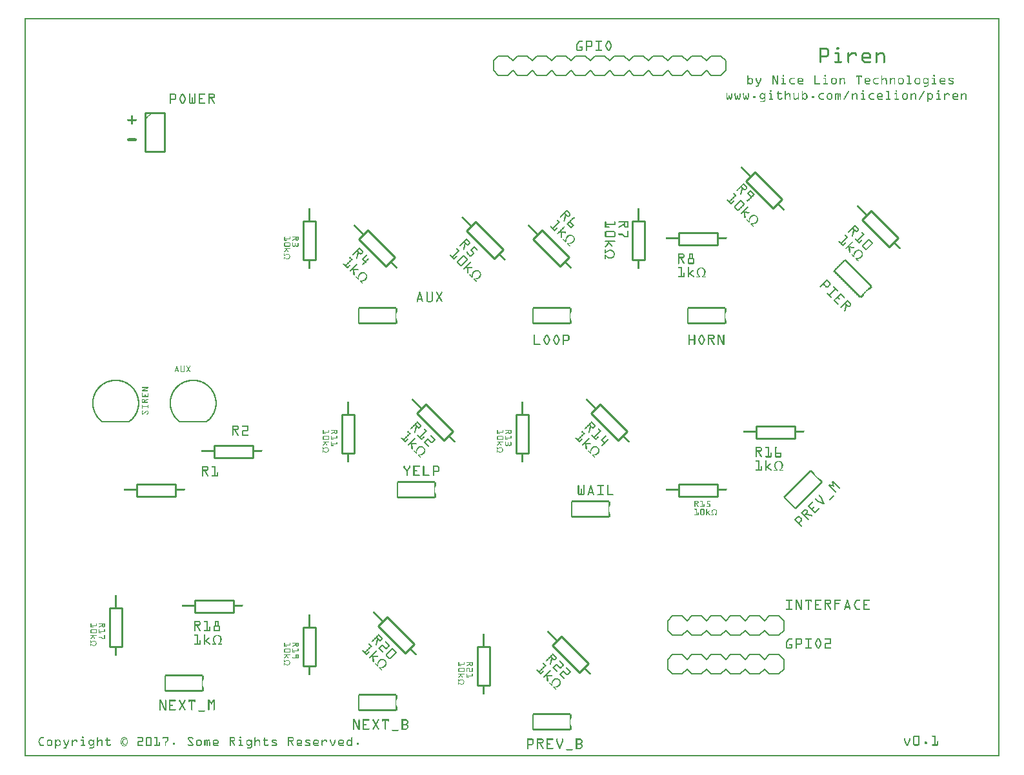
<source format=gto>
G04 MADE WITH FRITZING*
G04 WWW.FRITZING.ORG*
G04 DOUBLE SIDED*
G04 HOLES PLATED*
G04 CONTOUR ON CENTER OF CONTOUR VECTOR*
%ASAXBY*%
%FSLAX23Y23*%
%MOIN*%
%OFA0B0*%
%SFA1.0B1.0*%
%ADD10C,0.008000*%
%ADD11C,0.010000*%
%ADD12R,0.001000X0.001000*%
%LNSILK1*%
G90*
G70*
G54D10*
X2922Y3599D02*
X2947Y3624D01*
D02*
X2947Y3624D02*
X2997Y3624D01*
D02*
X2997Y3624D02*
X3022Y3599D01*
D02*
X3022Y3549D02*
X2997Y3524D01*
D02*
X2997Y3524D02*
X2947Y3524D01*
D02*
X2947Y3524D02*
X2922Y3549D01*
D02*
X2747Y3624D02*
X2797Y3624D01*
D02*
X2797Y3624D02*
X2822Y3599D01*
D02*
X2822Y3549D02*
X2797Y3524D01*
D02*
X2822Y3599D02*
X2847Y3624D01*
D02*
X2847Y3624D02*
X2897Y3624D01*
D02*
X2897Y3624D02*
X2922Y3599D01*
D02*
X2922Y3549D02*
X2897Y3524D01*
D02*
X2897Y3524D02*
X2847Y3524D01*
D02*
X2847Y3524D02*
X2822Y3549D01*
D02*
X2622Y3599D02*
X2647Y3624D01*
D02*
X2647Y3624D02*
X2697Y3624D01*
D02*
X2697Y3624D02*
X2722Y3599D01*
D02*
X2722Y3549D02*
X2697Y3524D01*
D02*
X2697Y3524D02*
X2647Y3524D01*
D02*
X2647Y3524D02*
X2622Y3549D01*
D02*
X2747Y3624D02*
X2722Y3599D01*
D02*
X2722Y3549D02*
X2747Y3524D01*
D02*
X2797Y3524D02*
X2747Y3524D01*
D02*
X2447Y3624D02*
X2497Y3624D01*
D02*
X2497Y3624D02*
X2522Y3599D01*
D02*
X2522Y3549D02*
X2497Y3524D01*
D02*
X2522Y3599D02*
X2547Y3624D01*
D02*
X2547Y3624D02*
X2597Y3624D01*
D02*
X2597Y3624D02*
X2622Y3599D01*
D02*
X2622Y3549D02*
X2597Y3524D01*
D02*
X2597Y3524D02*
X2547Y3524D01*
D02*
X2547Y3524D02*
X2522Y3549D01*
D02*
X2422Y3599D02*
X2422Y3549D01*
D02*
X2447Y3624D02*
X2422Y3599D01*
D02*
X2422Y3549D02*
X2447Y3524D01*
D02*
X2497Y3524D02*
X2447Y3524D01*
D02*
X3522Y3599D02*
X3547Y3624D01*
D02*
X3547Y3624D02*
X3597Y3624D01*
D02*
X3597Y3624D02*
X3622Y3599D01*
D02*
X3622Y3549D02*
X3597Y3524D01*
D02*
X3597Y3524D02*
X3547Y3524D01*
D02*
X3547Y3524D02*
X3522Y3549D01*
D02*
X3347Y3624D02*
X3397Y3624D01*
D02*
X3397Y3624D02*
X3422Y3599D01*
D02*
X3422Y3549D02*
X3397Y3524D01*
D02*
X3422Y3599D02*
X3447Y3624D01*
D02*
X3447Y3624D02*
X3497Y3624D01*
D02*
X3497Y3624D02*
X3522Y3599D01*
D02*
X3522Y3549D02*
X3497Y3524D01*
D02*
X3497Y3524D02*
X3447Y3524D01*
D02*
X3447Y3524D02*
X3422Y3549D01*
D02*
X3222Y3599D02*
X3247Y3624D01*
D02*
X3247Y3624D02*
X3297Y3624D01*
D02*
X3297Y3624D02*
X3322Y3599D01*
D02*
X3322Y3549D02*
X3297Y3524D01*
D02*
X3297Y3524D02*
X3247Y3524D01*
D02*
X3247Y3524D02*
X3222Y3549D01*
D02*
X3347Y3624D02*
X3322Y3599D01*
D02*
X3322Y3549D02*
X3347Y3524D01*
D02*
X3397Y3524D02*
X3347Y3524D01*
D02*
X3047Y3624D02*
X3097Y3624D01*
D02*
X3097Y3624D02*
X3122Y3599D01*
D02*
X3122Y3549D02*
X3097Y3524D01*
D02*
X3122Y3599D02*
X3147Y3624D01*
D02*
X3147Y3624D02*
X3197Y3624D01*
D02*
X3197Y3624D02*
X3222Y3599D01*
D02*
X3222Y3549D02*
X3197Y3524D01*
D02*
X3197Y3524D02*
X3147Y3524D01*
D02*
X3147Y3524D02*
X3122Y3549D01*
D02*
X3047Y3624D02*
X3022Y3599D01*
D02*
X3022Y3549D02*
X3047Y3524D01*
D02*
X3097Y3524D02*
X3047Y3524D01*
D02*
X3622Y3599D02*
X3622Y3549D01*
G54D11*
D02*
X622Y3328D02*
X622Y3128D01*
D02*
X622Y3128D02*
X722Y3128D01*
D02*
X722Y3128D02*
X722Y3328D01*
D02*
X722Y3328D02*
X622Y3328D01*
D02*
X581Y1411D02*
X781Y1411D01*
D02*
X781Y1411D02*
X781Y1345D01*
D02*
X781Y1345D02*
X581Y1345D01*
D02*
X581Y1345D02*
X581Y1411D01*
D02*
X981Y1611D02*
X1181Y1611D01*
D02*
X1181Y1611D02*
X1181Y1545D01*
D02*
X1181Y1545D02*
X981Y1545D01*
D02*
X981Y1545D02*
X981Y1611D01*
D02*
X1505Y2769D02*
X1505Y2569D01*
D02*
X1505Y2569D02*
X1439Y2569D01*
D02*
X1439Y2569D02*
X1439Y2769D01*
D02*
X1439Y2769D02*
X1505Y2769D01*
D02*
X1773Y2724D02*
X1914Y2583D01*
D02*
X1914Y2583D02*
X1867Y2536D01*
D02*
X1867Y2536D02*
X1726Y2677D01*
D02*
X1726Y2677D02*
X1773Y2724D01*
D02*
X2331Y2765D02*
X2473Y2624D01*
D02*
X2473Y2624D02*
X2426Y2577D01*
D02*
X2426Y2577D02*
X2285Y2719D01*
D02*
X2285Y2719D02*
X2331Y2765D01*
D02*
X2673Y2724D02*
X2814Y2583D01*
D02*
X2814Y2583D02*
X2767Y2536D01*
D02*
X2767Y2536D02*
X2626Y2677D01*
D02*
X2626Y2677D02*
X2673Y2724D01*
D02*
X3205Y2769D02*
X3205Y2569D01*
D02*
X3205Y2569D02*
X3139Y2569D01*
D02*
X3139Y2569D02*
X3139Y2769D01*
D02*
X3139Y2769D02*
X3205Y2769D01*
D02*
X3381Y2711D02*
X3581Y2711D01*
D02*
X3581Y2711D02*
X3581Y2645D01*
D02*
X3581Y2645D02*
X3381Y2645D01*
D02*
X3381Y2645D02*
X3381Y2711D01*
D02*
X3773Y3024D02*
X3914Y2883D01*
D02*
X3914Y2883D02*
X3867Y2836D01*
D02*
X3867Y2836D02*
X3726Y2977D01*
D02*
X3726Y2977D02*
X3773Y3024D01*
D02*
X4373Y2824D02*
X4514Y2683D01*
D02*
X4514Y2683D02*
X4467Y2636D01*
D02*
X4467Y2636D02*
X4326Y2777D01*
D02*
X4326Y2777D02*
X4373Y2824D01*
D02*
X1705Y1769D02*
X1705Y1569D01*
D02*
X1705Y1569D02*
X1639Y1569D01*
D02*
X1639Y1569D02*
X1639Y1769D01*
D02*
X1639Y1769D02*
X1705Y1769D01*
D02*
X2073Y1824D02*
X2214Y1683D01*
D02*
X2214Y1683D02*
X2167Y1636D01*
D02*
X2167Y1636D02*
X2026Y1777D01*
D02*
X2026Y1777D02*
X2073Y1824D01*
D02*
X2605Y1769D02*
X2605Y1569D01*
D02*
X2605Y1569D02*
X2539Y1569D01*
D02*
X2539Y1569D02*
X2539Y1769D01*
D02*
X2539Y1769D02*
X2605Y1769D01*
D02*
X2973Y1824D02*
X3114Y1683D01*
D02*
X3114Y1683D02*
X3067Y1636D01*
D02*
X3067Y1636D02*
X2926Y1777D01*
D02*
X2926Y1777D02*
X2973Y1824D01*
D02*
X3381Y1411D02*
X3581Y1411D01*
D02*
X3581Y1411D02*
X3581Y1345D01*
D02*
X3581Y1345D02*
X3381Y1345D01*
D02*
X3381Y1345D02*
X3381Y1411D01*
D02*
X3781Y1711D02*
X3981Y1711D01*
D02*
X3981Y1711D02*
X3981Y1645D01*
D02*
X3981Y1645D02*
X3781Y1645D01*
D02*
X3781Y1645D02*
X3781Y1711D01*
D02*
X505Y769D02*
X505Y569D01*
D02*
X505Y569D02*
X439Y569D01*
D02*
X439Y569D02*
X439Y769D01*
D02*
X439Y769D02*
X505Y769D01*
D02*
X881Y811D02*
X1081Y811D01*
D02*
X1081Y811D02*
X1081Y745D01*
D02*
X1081Y745D02*
X881Y745D01*
D02*
X881Y745D02*
X881Y811D01*
D02*
X1505Y669D02*
X1505Y469D01*
D02*
X1505Y469D02*
X1439Y469D01*
D02*
X1439Y469D02*
X1439Y669D01*
D02*
X1439Y669D02*
X1505Y669D01*
D02*
X1873Y724D02*
X2014Y583D01*
D02*
X2014Y583D02*
X1967Y536D01*
D02*
X1967Y536D02*
X1826Y677D01*
D02*
X1826Y677D02*
X1873Y724D01*
D02*
X2405Y569D02*
X2405Y369D01*
D02*
X2405Y369D02*
X2339Y369D01*
D02*
X2339Y369D02*
X2339Y569D01*
D02*
X2339Y569D02*
X2405Y569D01*
D02*
X2773Y624D02*
X2914Y483D01*
D02*
X2914Y483D02*
X2867Y436D01*
D02*
X2867Y436D02*
X2726Y577D01*
D02*
X2726Y577D02*
X2773Y624D01*
G54D10*
D02*
X3822Y503D02*
X3847Y528D01*
D02*
X3847Y528D02*
X3897Y528D01*
D02*
X3897Y528D02*
X3922Y503D01*
D02*
X3922Y453D02*
X3897Y428D01*
D02*
X3897Y428D02*
X3847Y428D01*
D02*
X3847Y428D02*
X3822Y453D01*
D02*
X3647Y528D02*
X3697Y528D01*
D02*
X3697Y528D02*
X3722Y503D01*
D02*
X3722Y453D02*
X3697Y428D01*
D02*
X3722Y503D02*
X3747Y528D01*
D02*
X3747Y528D02*
X3797Y528D01*
D02*
X3797Y528D02*
X3822Y503D01*
D02*
X3822Y453D02*
X3797Y428D01*
D02*
X3797Y428D02*
X3747Y428D01*
D02*
X3747Y428D02*
X3722Y453D01*
D02*
X3522Y503D02*
X3547Y528D01*
D02*
X3547Y528D02*
X3597Y528D01*
D02*
X3597Y528D02*
X3622Y503D01*
D02*
X3622Y453D02*
X3597Y428D01*
D02*
X3597Y428D02*
X3547Y428D01*
D02*
X3547Y428D02*
X3522Y453D01*
D02*
X3647Y528D02*
X3622Y503D01*
D02*
X3622Y453D02*
X3647Y428D01*
D02*
X3697Y428D02*
X3647Y428D01*
D02*
X3347Y528D02*
X3397Y528D01*
D02*
X3397Y528D02*
X3422Y503D01*
D02*
X3422Y453D02*
X3397Y428D01*
D02*
X3422Y503D02*
X3447Y528D01*
D02*
X3447Y528D02*
X3497Y528D01*
D02*
X3497Y528D02*
X3522Y503D01*
D02*
X3522Y453D02*
X3497Y428D01*
D02*
X3497Y428D02*
X3447Y428D01*
D02*
X3447Y428D02*
X3422Y453D01*
D02*
X3322Y503D02*
X3322Y453D01*
D02*
X3347Y528D02*
X3322Y503D01*
D02*
X3322Y453D02*
X3347Y428D01*
D02*
X3397Y428D02*
X3347Y428D01*
D02*
X3922Y503D02*
X3922Y453D01*
D02*
X3822Y703D02*
X3847Y728D01*
D02*
X3847Y728D02*
X3897Y728D01*
D02*
X3897Y728D02*
X3922Y703D01*
D02*
X3922Y653D02*
X3897Y628D01*
D02*
X3897Y628D02*
X3847Y628D01*
D02*
X3847Y628D02*
X3822Y653D01*
D02*
X3647Y728D02*
X3697Y728D01*
D02*
X3697Y728D02*
X3722Y703D01*
D02*
X3722Y653D02*
X3697Y628D01*
D02*
X3722Y703D02*
X3747Y728D01*
D02*
X3747Y728D02*
X3797Y728D01*
D02*
X3797Y728D02*
X3822Y703D01*
D02*
X3822Y653D02*
X3797Y628D01*
D02*
X3797Y628D02*
X3747Y628D01*
D02*
X3747Y628D02*
X3722Y653D01*
D02*
X3522Y703D02*
X3547Y728D01*
D02*
X3547Y728D02*
X3597Y728D01*
D02*
X3597Y728D02*
X3622Y703D01*
D02*
X3622Y653D02*
X3597Y628D01*
D02*
X3597Y628D02*
X3547Y628D01*
D02*
X3547Y628D02*
X3522Y653D01*
D02*
X3647Y728D02*
X3622Y703D01*
D02*
X3622Y653D02*
X3647Y628D01*
D02*
X3697Y628D02*
X3647Y628D01*
D02*
X3347Y728D02*
X3397Y728D01*
D02*
X3397Y728D02*
X3422Y703D01*
D02*
X3422Y653D02*
X3397Y628D01*
D02*
X3422Y703D02*
X3447Y728D01*
D02*
X3447Y728D02*
X3497Y728D01*
D02*
X3497Y728D02*
X3522Y703D01*
D02*
X3522Y653D02*
X3497Y628D01*
D02*
X3497Y628D02*
X3447Y628D01*
D02*
X3447Y628D02*
X3422Y653D01*
D02*
X3322Y703D02*
X3322Y653D01*
D02*
X3347Y728D02*
X3322Y703D01*
D02*
X3322Y653D02*
X3347Y628D01*
D02*
X3397Y628D02*
X3347Y628D01*
D02*
X3922Y703D02*
X3922Y653D01*
G54D12*
X0Y3819D02*
X5038Y3819D01*
X0Y3818D02*
X5038Y3818D01*
X0Y3817D02*
X5038Y3817D01*
X0Y3816D02*
X5038Y3816D01*
X0Y3815D02*
X5038Y3815D01*
X0Y3814D02*
X5038Y3814D01*
X0Y3813D02*
X5038Y3813D01*
X0Y3812D02*
X5038Y3812D01*
X0Y3811D02*
X7Y3811D01*
X5031Y3811D02*
X5038Y3811D01*
X0Y3810D02*
X7Y3810D01*
X5031Y3810D02*
X5038Y3810D01*
X0Y3809D02*
X7Y3809D01*
X5031Y3809D02*
X5038Y3809D01*
X0Y3808D02*
X7Y3808D01*
X5031Y3808D02*
X5038Y3808D01*
X0Y3807D02*
X7Y3807D01*
X5031Y3807D02*
X5038Y3807D01*
X0Y3806D02*
X7Y3806D01*
X5031Y3806D02*
X5038Y3806D01*
X0Y3805D02*
X7Y3805D01*
X5031Y3805D02*
X5038Y3805D01*
X0Y3804D02*
X7Y3804D01*
X5031Y3804D02*
X5038Y3804D01*
X0Y3803D02*
X7Y3803D01*
X5031Y3803D02*
X5038Y3803D01*
X0Y3802D02*
X7Y3802D01*
X5031Y3802D02*
X5038Y3802D01*
X0Y3801D02*
X7Y3801D01*
X5031Y3801D02*
X5038Y3801D01*
X0Y3800D02*
X7Y3800D01*
X5031Y3800D02*
X5038Y3800D01*
X0Y3799D02*
X7Y3799D01*
X5031Y3799D02*
X5038Y3799D01*
X0Y3798D02*
X7Y3798D01*
X5031Y3798D02*
X5038Y3798D01*
X0Y3797D02*
X7Y3797D01*
X5031Y3797D02*
X5038Y3797D01*
X0Y3796D02*
X7Y3796D01*
X5031Y3796D02*
X5038Y3796D01*
X0Y3795D02*
X7Y3795D01*
X5031Y3795D02*
X5038Y3795D01*
X0Y3794D02*
X7Y3794D01*
X5031Y3794D02*
X5038Y3794D01*
X0Y3793D02*
X7Y3793D01*
X5031Y3793D02*
X5038Y3793D01*
X0Y3792D02*
X7Y3792D01*
X5031Y3792D02*
X5038Y3792D01*
X0Y3791D02*
X7Y3791D01*
X5031Y3791D02*
X5038Y3791D01*
X0Y3790D02*
X7Y3790D01*
X5031Y3790D02*
X5038Y3790D01*
X0Y3789D02*
X7Y3789D01*
X5031Y3789D02*
X5038Y3789D01*
X0Y3788D02*
X7Y3788D01*
X5031Y3788D02*
X5038Y3788D01*
X0Y3787D02*
X7Y3787D01*
X5031Y3787D02*
X5038Y3787D01*
X0Y3786D02*
X7Y3786D01*
X5031Y3786D02*
X5038Y3786D01*
X0Y3785D02*
X7Y3785D01*
X5031Y3785D02*
X5038Y3785D01*
X0Y3784D02*
X7Y3784D01*
X5031Y3784D02*
X5038Y3784D01*
X0Y3783D02*
X7Y3783D01*
X5031Y3783D02*
X5038Y3783D01*
X0Y3782D02*
X7Y3782D01*
X5031Y3782D02*
X5038Y3782D01*
X0Y3781D02*
X7Y3781D01*
X5031Y3781D02*
X5038Y3781D01*
X0Y3780D02*
X7Y3780D01*
X5031Y3780D02*
X5038Y3780D01*
X0Y3779D02*
X7Y3779D01*
X5031Y3779D02*
X5038Y3779D01*
X0Y3778D02*
X7Y3778D01*
X5031Y3778D02*
X5038Y3778D01*
X0Y3777D02*
X7Y3777D01*
X5031Y3777D02*
X5038Y3777D01*
X0Y3776D02*
X7Y3776D01*
X5031Y3776D02*
X5038Y3776D01*
X0Y3775D02*
X7Y3775D01*
X5031Y3775D02*
X5038Y3775D01*
X0Y3774D02*
X7Y3774D01*
X5031Y3774D02*
X5038Y3774D01*
X0Y3773D02*
X7Y3773D01*
X5031Y3773D02*
X5038Y3773D01*
X0Y3772D02*
X7Y3772D01*
X5031Y3772D02*
X5038Y3772D01*
X0Y3771D02*
X7Y3771D01*
X5031Y3771D02*
X5038Y3771D01*
X0Y3770D02*
X7Y3770D01*
X5031Y3770D02*
X5038Y3770D01*
X0Y3769D02*
X7Y3769D01*
X5031Y3769D02*
X5038Y3769D01*
X0Y3768D02*
X7Y3768D01*
X5031Y3768D02*
X5038Y3768D01*
X0Y3767D02*
X7Y3767D01*
X5031Y3767D02*
X5038Y3767D01*
X0Y3766D02*
X7Y3766D01*
X5031Y3766D02*
X5038Y3766D01*
X0Y3765D02*
X7Y3765D01*
X5031Y3765D02*
X5038Y3765D01*
X0Y3764D02*
X7Y3764D01*
X5031Y3764D02*
X5038Y3764D01*
X0Y3763D02*
X7Y3763D01*
X5031Y3763D02*
X5038Y3763D01*
X0Y3762D02*
X7Y3762D01*
X5031Y3762D02*
X5038Y3762D01*
X0Y3761D02*
X7Y3761D01*
X5031Y3761D02*
X5038Y3761D01*
X0Y3760D02*
X7Y3760D01*
X5031Y3760D02*
X5038Y3760D01*
X0Y3759D02*
X7Y3759D01*
X5031Y3759D02*
X5038Y3759D01*
X0Y3758D02*
X7Y3758D01*
X5031Y3758D02*
X5038Y3758D01*
X0Y3757D02*
X7Y3757D01*
X5031Y3757D02*
X5038Y3757D01*
X0Y3756D02*
X7Y3756D01*
X5031Y3756D02*
X5038Y3756D01*
X0Y3755D02*
X7Y3755D01*
X5031Y3755D02*
X5038Y3755D01*
X0Y3754D02*
X7Y3754D01*
X5031Y3754D02*
X5038Y3754D01*
X0Y3753D02*
X7Y3753D01*
X5031Y3753D02*
X5038Y3753D01*
X0Y3752D02*
X7Y3752D01*
X5031Y3752D02*
X5038Y3752D01*
X0Y3751D02*
X7Y3751D01*
X5031Y3751D02*
X5038Y3751D01*
X0Y3750D02*
X7Y3750D01*
X5031Y3750D02*
X5038Y3750D01*
X0Y3749D02*
X7Y3749D01*
X5031Y3749D02*
X5038Y3749D01*
X0Y3748D02*
X7Y3748D01*
X5031Y3748D02*
X5038Y3748D01*
X0Y3747D02*
X7Y3747D01*
X5031Y3747D02*
X5038Y3747D01*
X0Y3746D02*
X7Y3746D01*
X5031Y3746D02*
X5038Y3746D01*
X0Y3745D02*
X7Y3745D01*
X5031Y3745D02*
X5038Y3745D01*
X0Y3744D02*
X7Y3744D01*
X5031Y3744D02*
X5038Y3744D01*
X0Y3743D02*
X7Y3743D01*
X5031Y3743D02*
X5038Y3743D01*
X0Y3742D02*
X7Y3742D01*
X5031Y3742D02*
X5038Y3742D01*
X0Y3741D02*
X7Y3741D01*
X5031Y3741D02*
X5038Y3741D01*
X0Y3740D02*
X7Y3740D01*
X5031Y3740D02*
X5038Y3740D01*
X0Y3739D02*
X7Y3739D01*
X5031Y3739D02*
X5038Y3739D01*
X0Y3738D02*
X7Y3738D01*
X5031Y3738D02*
X5038Y3738D01*
X0Y3737D02*
X7Y3737D01*
X5031Y3737D02*
X5038Y3737D01*
X0Y3736D02*
X7Y3736D01*
X5031Y3736D02*
X5038Y3736D01*
X0Y3735D02*
X7Y3735D01*
X5031Y3735D02*
X5038Y3735D01*
X0Y3734D02*
X7Y3734D01*
X5031Y3734D02*
X5038Y3734D01*
X0Y3733D02*
X7Y3733D01*
X5031Y3733D02*
X5038Y3733D01*
X0Y3732D02*
X7Y3732D01*
X5031Y3732D02*
X5038Y3732D01*
X0Y3731D02*
X7Y3731D01*
X5031Y3731D02*
X5038Y3731D01*
X0Y3730D02*
X7Y3730D01*
X5031Y3730D02*
X5038Y3730D01*
X0Y3729D02*
X7Y3729D01*
X5031Y3729D02*
X5038Y3729D01*
X0Y3728D02*
X7Y3728D01*
X5031Y3728D02*
X5038Y3728D01*
X0Y3727D02*
X7Y3727D01*
X5031Y3727D02*
X5038Y3727D01*
X0Y3726D02*
X7Y3726D01*
X5031Y3726D02*
X5038Y3726D01*
X0Y3725D02*
X7Y3725D01*
X5031Y3725D02*
X5038Y3725D01*
X0Y3724D02*
X7Y3724D01*
X5031Y3724D02*
X5038Y3724D01*
X0Y3723D02*
X7Y3723D01*
X5031Y3723D02*
X5038Y3723D01*
X0Y3722D02*
X7Y3722D01*
X5031Y3722D02*
X5038Y3722D01*
X0Y3721D02*
X7Y3721D01*
X5031Y3721D02*
X5038Y3721D01*
X0Y3720D02*
X7Y3720D01*
X5031Y3720D02*
X5038Y3720D01*
X0Y3719D02*
X7Y3719D01*
X5031Y3719D02*
X5038Y3719D01*
X0Y3718D02*
X7Y3718D01*
X5031Y3718D02*
X5038Y3718D01*
X0Y3717D02*
X7Y3717D01*
X5031Y3717D02*
X5038Y3717D01*
X0Y3716D02*
X7Y3716D01*
X5031Y3716D02*
X5038Y3716D01*
X0Y3715D02*
X7Y3715D01*
X5031Y3715D02*
X5038Y3715D01*
X0Y3714D02*
X7Y3714D01*
X5031Y3714D02*
X5038Y3714D01*
X0Y3713D02*
X7Y3713D01*
X5031Y3713D02*
X5038Y3713D01*
X0Y3712D02*
X7Y3712D01*
X5031Y3712D02*
X5038Y3712D01*
X0Y3711D02*
X7Y3711D01*
X5031Y3711D02*
X5038Y3711D01*
X0Y3710D02*
X7Y3710D01*
X5031Y3710D02*
X5038Y3710D01*
X0Y3709D02*
X7Y3709D01*
X5031Y3709D02*
X5038Y3709D01*
X0Y3708D02*
X7Y3708D01*
X5031Y3708D02*
X5038Y3708D01*
X0Y3707D02*
X7Y3707D01*
X5031Y3707D02*
X5038Y3707D01*
X0Y3706D02*
X7Y3706D01*
X5031Y3706D02*
X5038Y3706D01*
X0Y3705D02*
X7Y3705D01*
X5031Y3705D02*
X5038Y3705D01*
X0Y3704D02*
X7Y3704D01*
X5031Y3704D02*
X5038Y3704D01*
X0Y3703D02*
X7Y3703D01*
X2870Y3703D02*
X2881Y3703D01*
X2901Y3703D02*
X2925Y3703D01*
X2954Y3703D02*
X2981Y3703D01*
X3017Y3703D02*
X3018Y3703D01*
X5031Y3703D02*
X5038Y3703D01*
X0Y3702D02*
X7Y3702D01*
X2866Y3702D02*
X2883Y3702D01*
X2900Y3702D02*
X2928Y3702D01*
X2952Y3702D02*
X2983Y3702D01*
X3014Y3702D02*
X3021Y3702D01*
X5031Y3702D02*
X5038Y3702D01*
X0Y3701D02*
X7Y3701D01*
X2865Y3701D02*
X2883Y3701D01*
X2900Y3701D02*
X2930Y3701D01*
X2951Y3701D02*
X2984Y3701D01*
X3012Y3701D02*
X3023Y3701D01*
X5031Y3701D02*
X5038Y3701D01*
X0Y3700D02*
X7Y3700D01*
X2864Y3700D02*
X2884Y3700D01*
X2900Y3700D02*
X2931Y3700D01*
X2951Y3700D02*
X2984Y3700D01*
X3011Y3700D02*
X3024Y3700D01*
X5031Y3700D02*
X5038Y3700D01*
X0Y3699D02*
X7Y3699D01*
X2863Y3699D02*
X2884Y3699D01*
X2900Y3699D02*
X2932Y3699D01*
X2951Y3699D02*
X2984Y3699D01*
X3011Y3699D02*
X3025Y3699D01*
X5031Y3699D02*
X5038Y3699D01*
X0Y3698D02*
X7Y3698D01*
X2862Y3698D02*
X2883Y3698D01*
X2900Y3698D02*
X2933Y3698D01*
X2951Y3698D02*
X2984Y3698D01*
X3010Y3698D02*
X3025Y3698D01*
X5031Y3698D02*
X5038Y3698D01*
X0Y3697D02*
X7Y3697D01*
X2861Y3697D02*
X2883Y3697D01*
X2900Y3697D02*
X2933Y3697D01*
X2952Y3697D02*
X2983Y3697D01*
X3009Y3697D02*
X3026Y3697D01*
X5031Y3697D02*
X5038Y3697D01*
X0Y3696D02*
X7Y3696D01*
X2860Y3696D02*
X2870Y3696D01*
X2900Y3696D02*
X2907Y3696D01*
X2925Y3696D02*
X2933Y3696D01*
X2964Y3696D02*
X2971Y3696D01*
X3009Y3696D02*
X3026Y3696D01*
X5031Y3696D02*
X5038Y3696D01*
X0Y3695D02*
X7Y3695D01*
X2859Y3695D02*
X2868Y3695D01*
X2900Y3695D02*
X2906Y3695D01*
X2927Y3695D02*
X2934Y3695D01*
X2964Y3695D02*
X2970Y3695D01*
X3008Y3695D02*
X3015Y3695D01*
X3020Y3695D02*
X3027Y3695D01*
X5031Y3695D02*
X5038Y3695D01*
X0Y3694D02*
X7Y3694D01*
X2859Y3694D02*
X2867Y3694D01*
X2900Y3694D02*
X2906Y3694D01*
X2928Y3694D02*
X2934Y3694D01*
X2964Y3694D02*
X2970Y3694D01*
X3008Y3694D02*
X3015Y3694D01*
X3020Y3694D02*
X3027Y3694D01*
X5031Y3694D02*
X5038Y3694D01*
X0Y3693D02*
X7Y3693D01*
X2858Y3693D02*
X2866Y3693D01*
X2900Y3693D02*
X2906Y3693D01*
X2928Y3693D02*
X2934Y3693D01*
X2964Y3693D02*
X2970Y3693D01*
X3007Y3693D02*
X3014Y3693D01*
X3021Y3693D02*
X3028Y3693D01*
X5031Y3693D02*
X5038Y3693D01*
X0Y3692D02*
X7Y3692D01*
X2857Y3692D02*
X2865Y3692D01*
X2900Y3692D02*
X2906Y3692D01*
X2928Y3692D02*
X2934Y3692D01*
X2964Y3692D02*
X2970Y3692D01*
X3007Y3692D02*
X3014Y3692D01*
X3021Y3692D02*
X3028Y3692D01*
X5031Y3692D02*
X5038Y3692D01*
X0Y3691D02*
X7Y3691D01*
X2856Y3691D02*
X2864Y3691D01*
X2900Y3691D02*
X2906Y3691D01*
X2928Y3691D02*
X2934Y3691D01*
X2964Y3691D02*
X2970Y3691D01*
X3006Y3691D02*
X3013Y3691D01*
X3022Y3691D02*
X3029Y3691D01*
X5031Y3691D02*
X5038Y3691D01*
X0Y3690D02*
X7Y3690D01*
X2856Y3690D02*
X2864Y3690D01*
X2900Y3690D02*
X2906Y3690D01*
X2928Y3690D02*
X2934Y3690D01*
X2964Y3690D02*
X2970Y3690D01*
X3006Y3690D02*
X3013Y3690D01*
X3022Y3690D02*
X3029Y3690D01*
X5031Y3690D02*
X5038Y3690D01*
X0Y3689D02*
X7Y3689D01*
X2855Y3689D02*
X2863Y3689D01*
X2900Y3689D02*
X2906Y3689D01*
X2928Y3689D02*
X2934Y3689D01*
X2964Y3689D02*
X2970Y3689D01*
X3005Y3689D02*
X3012Y3689D01*
X3023Y3689D02*
X3030Y3689D01*
X5031Y3689D02*
X5038Y3689D01*
X0Y3688D02*
X7Y3688D01*
X2854Y3688D02*
X2862Y3688D01*
X2900Y3688D02*
X2906Y3688D01*
X2928Y3688D02*
X2934Y3688D01*
X2964Y3688D02*
X2970Y3688D01*
X3005Y3688D02*
X3012Y3688D01*
X3023Y3688D02*
X3030Y3688D01*
X5031Y3688D02*
X5038Y3688D01*
X0Y3687D02*
X7Y3687D01*
X2853Y3687D02*
X2861Y3687D01*
X2900Y3687D02*
X2906Y3687D01*
X2928Y3687D02*
X2934Y3687D01*
X2964Y3687D02*
X2970Y3687D01*
X3004Y3687D02*
X3011Y3687D01*
X3024Y3687D02*
X3031Y3687D01*
X5031Y3687D02*
X5038Y3687D01*
X0Y3686D02*
X7Y3686D01*
X2853Y3686D02*
X2860Y3686D01*
X2900Y3686D02*
X2906Y3686D01*
X2928Y3686D02*
X2934Y3686D01*
X2964Y3686D02*
X2970Y3686D01*
X3004Y3686D02*
X3011Y3686D01*
X3024Y3686D02*
X3031Y3686D01*
X5031Y3686D02*
X5038Y3686D01*
X0Y3685D02*
X7Y3685D01*
X2852Y3685D02*
X2860Y3685D01*
X2900Y3685D02*
X2906Y3685D01*
X2928Y3685D02*
X2934Y3685D01*
X2964Y3685D02*
X2970Y3685D01*
X3003Y3685D02*
X3010Y3685D01*
X3025Y3685D02*
X3032Y3685D01*
X5031Y3685D02*
X5038Y3685D01*
X0Y3684D02*
X7Y3684D01*
X2852Y3684D02*
X2859Y3684D01*
X2900Y3684D02*
X2906Y3684D01*
X2928Y3684D02*
X2934Y3684D01*
X2964Y3684D02*
X2970Y3684D01*
X3003Y3684D02*
X3010Y3684D01*
X3025Y3684D02*
X3032Y3684D01*
X5031Y3684D02*
X5038Y3684D01*
X0Y3683D02*
X7Y3683D01*
X2851Y3683D02*
X2858Y3683D01*
X2900Y3683D02*
X2906Y3683D01*
X2928Y3683D02*
X2934Y3683D01*
X2964Y3683D02*
X2970Y3683D01*
X3002Y3683D02*
X3009Y3683D01*
X3026Y3683D02*
X3033Y3683D01*
X5031Y3683D02*
X5038Y3683D01*
X0Y3682D02*
X7Y3682D01*
X2851Y3682D02*
X2857Y3682D01*
X2900Y3682D02*
X2906Y3682D01*
X2928Y3682D02*
X2934Y3682D01*
X2964Y3682D02*
X2970Y3682D01*
X3002Y3682D02*
X3009Y3682D01*
X3026Y3682D02*
X3033Y3682D01*
X5031Y3682D02*
X5038Y3682D01*
X0Y3681D02*
X7Y3681D01*
X2851Y3681D02*
X2857Y3681D01*
X2900Y3681D02*
X2906Y3681D01*
X2928Y3681D02*
X2934Y3681D01*
X2964Y3681D02*
X2970Y3681D01*
X3002Y3681D02*
X3008Y3681D01*
X3027Y3681D02*
X3034Y3681D01*
X5031Y3681D02*
X5038Y3681D01*
X0Y3680D02*
X7Y3680D01*
X2850Y3680D02*
X2857Y3680D01*
X2900Y3680D02*
X2906Y3680D01*
X2928Y3680D02*
X2934Y3680D01*
X2964Y3680D02*
X2970Y3680D01*
X3001Y3680D02*
X3008Y3680D01*
X3027Y3680D02*
X3034Y3680D01*
X5031Y3680D02*
X5038Y3680D01*
X0Y3679D02*
X7Y3679D01*
X2850Y3679D02*
X2856Y3679D01*
X2900Y3679D02*
X2906Y3679D01*
X2928Y3679D02*
X2934Y3679D01*
X2964Y3679D02*
X2970Y3679D01*
X3001Y3679D02*
X3007Y3679D01*
X3028Y3679D02*
X3034Y3679D01*
X5031Y3679D02*
X5038Y3679D01*
X0Y3678D02*
X7Y3678D01*
X2850Y3678D02*
X2856Y3678D01*
X2900Y3678D02*
X2906Y3678D01*
X2927Y3678D02*
X2934Y3678D01*
X2964Y3678D02*
X2970Y3678D01*
X3001Y3678D02*
X3007Y3678D01*
X3028Y3678D02*
X3034Y3678D01*
X5031Y3678D02*
X5038Y3678D01*
X0Y3677D02*
X7Y3677D01*
X2850Y3677D02*
X2856Y3677D01*
X2900Y3677D02*
X2907Y3677D01*
X2926Y3677D02*
X2934Y3677D01*
X2964Y3677D02*
X2970Y3677D01*
X3001Y3677D02*
X3007Y3677D01*
X3028Y3677D02*
X3034Y3677D01*
X5031Y3677D02*
X5038Y3677D01*
X0Y3676D02*
X7Y3676D01*
X2850Y3676D02*
X2856Y3676D01*
X2900Y3676D02*
X2933Y3676D01*
X2964Y3676D02*
X2970Y3676D01*
X3001Y3676D02*
X3007Y3676D01*
X3028Y3676D02*
X3034Y3676D01*
X5031Y3676D02*
X5038Y3676D01*
X0Y3675D02*
X7Y3675D01*
X2850Y3675D02*
X2856Y3675D01*
X2900Y3675D02*
X2933Y3675D01*
X2964Y3675D02*
X2970Y3675D01*
X3001Y3675D02*
X3007Y3675D01*
X3028Y3675D02*
X3034Y3675D01*
X5031Y3675D02*
X5038Y3675D01*
X0Y3674D02*
X7Y3674D01*
X2850Y3674D02*
X2856Y3674D01*
X2900Y3674D02*
X2932Y3674D01*
X2964Y3674D02*
X2970Y3674D01*
X3001Y3674D02*
X3007Y3674D01*
X3028Y3674D02*
X3034Y3674D01*
X5031Y3674D02*
X5038Y3674D01*
X0Y3673D02*
X7Y3673D01*
X2850Y3673D02*
X2856Y3673D01*
X2869Y3673D02*
X2884Y3673D01*
X2900Y3673D02*
X2931Y3673D01*
X2964Y3673D02*
X2970Y3673D01*
X3001Y3673D02*
X3007Y3673D01*
X3028Y3673D02*
X3034Y3673D01*
X5031Y3673D02*
X5038Y3673D01*
X0Y3672D02*
X7Y3672D01*
X2850Y3672D02*
X2856Y3672D01*
X2868Y3672D02*
X2884Y3672D01*
X2900Y3672D02*
X2930Y3672D01*
X2964Y3672D02*
X2970Y3672D01*
X3001Y3672D02*
X3008Y3672D01*
X3027Y3672D02*
X3034Y3672D01*
X5031Y3672D02*
X5038Y3672D01*
X0Y3671D02*
X7Y3671D01*
X2850Y3671D02*
X2856Y3671D01*
X2868Y3671D02*
X2884Y3671D01*
X2900Y3671D02*
X2929Y3671D01*
X2964Y3671D02*
X2970Y3671D01*
X3002Y3671D02*
X3008Y3671D01*
X3027Y3671D02*
X3033Y3671D01*
X5031Y3671D02*
X5038Y3671D01*
X0Y3670D02*
X7Y3670D01*
X2850Y3670D02*
X2856Y3670D01*
X2868Y3670D02*
X2884Y3670D01*
X2900Y3670D02*
X2926Y3670D01*
X2964Y3670D02*
X2970Y3670D01*
X3002Y3670D02*
X3009Y3670D01*
X3026Y3670D02*
X3033Y3670D01*
X5031Y3670D02*
X5038Y3670D01*
X0Y3669D02*
X7Y3669D01*
X2850Y3669D02*
X2856Y3669D01*
X2868Y3669D02*
X2884Y3669D01*
X2900Y3669D02*
X2906Y3669D01*
X2964Y3669D02*
X2970Y3669D01*
X3002Y3669D02*
X3009Y3669D01*
X3026Y3669D02*
X3033Y3669D01*
X4198Y3669D02*
X4206Y3669D01*
X5031Y3669D02*
X5038Y3669D01*
X0Y3668D02*
X7Y3668D01*
X2850Y3668D02*
X2856Y3668D01*
X2868Y3668D02*
X2884Y3668D01*
X2900Y3668D02*
X2906Y3668D01*
X2964Y3668D02*
X2970Y3668D01*
X3003Y3668D02*
X3010Y3668D01*
X3025Y3668D02*
X3032Y3668D01*
X4197Y3668D02*
X4207Y3668D01*
X5031Y3668D02*
X5038Y3668D01*
X0Y3667D02*
X7Y3667D01*
X2850Y3667D02*
X2856Y3667D01*
X2870Y3667D02*
X2884Y3667D01*
X2900Y3667D02*
X2906Y3667D01*
X2964Y3667D02*
X2970Y3667D01*
X3003Y3667D02*
X3010Y3667D01*
X3025Y3667D02*
X3032Y3667D01*
X4196Y3667D02*
X4208Y3667D01*
X5031Y3667D02*
X5038Y3667D01*
X0Y3666D02*
X7Y3666D01*
X2850Y3666D02*
X2856Y3666D01*
X2878Y3666D02*
X2884Y3666D01*
X2900Y3666D02*
X2906Y3666D01*
X2964Y3666D02*
X2970Y3666D01*
X3004Y3666D02*
X3011Y3666D01*
X3024Y3666D02*
X3031Y3666D01*
X4195Y3666D02*
X4209Y3666D01*
X5031Y3666D02*
X5038Y3666D01*
X0Y3665D02*
X7Y3665D01*
X2850Y3665D02*
X2856Y3665D01*
X2878Y3665D02*
X2884Y3665D01*
X2900Y3665D02*
X2906Y3665D01*
X2964Y3665D02*
X2970Y3665D01*
X3004Y3665D02*
X3011Y3665D01*
X3024Y3665D02*
X3031Y3665D01*
X4108Y3665D02*
X4143Y3665D01*
X4195Y3665D02*
X4209Y3665D01*
X5031Y3665D02*
X5038Y3665D01*
X0Y3664D02*
X7Y3664D01*
X2850Y3664D02*
X2856Y3664D01*
X2878Y3664D02*
X2884Y3664D01*
X2900Y3664D02*
X2906Y3664D01*
X2964Y3664D02*
X2970Y3664D01*
X3005Y3664D02*
X3012Y3664D01*
X3023Y3664D02*
X3030Y3664D01*
X4108Y3664D02*
X4147Y3664D01*
X4195Y3664D02*
X4209Y3664D01*
X5031Y3664D02*
X5038Y3664D01*
X0Y3663D02*
X7Y3663D01*
X2850Y3663D02*
X2856Y3663D01*
X2878Y3663D02*
X2884Y3663D01*
X2900Y3663D02*
X2906Y3663D01*
X2964Y3663D02*
X2970Y3663D01*
X3005Y3663D02*
X3012Y3663D01*
X3023Y3663D02*
X3030Y3663D01*
X4108Y3663D02*
X4149Y3663D01*
X4195Y3663D02*
X4209Y3663D01*
X5031Y3663D02*
X5038Y3663D01*
X0Y3662D02*
X7Y3662D01*
X2850Y3662D02*
X2856Y3662D01*
X2878Y3662D02*
X2884Y3662D01*
X2900Y3662D02*
X2906Y3662D01*
X2964Y3662D02*
X2970Y3662D01*
X3006Y3662D02*
X3013Y3662D01*
X3022Y3662D02*
X3029Y3662D01*
X4108Y3662D02*
X4150Y3662D01*
X4195Y3662D02*
X4209Y3662D01*
X5031Y3662D02*
X5038Y3662D01*
X0Y3661D02*
X7Y3661D01*
X2850Y3661D02*
X2856Y3661D01*
X2878Y3661D02*
X2884Y3661D01*
X2900Y3661D02*
X2906Y3661D01*
X2964Y3661D02*
X2970Y3661D01*
X3006Y3661D02*
X3013Y3661D01*
X3022Y3661D02*
X3029Y3661D01*
X4108Y3661D02*
X4152Y3661D01*
X4195Y3661D02*
X4209Y3661D01*
X5031Y3661D02*
X5038Y3661D01*
X0Y3660D02*
X7Y3660D01*
X2850Y3660D02*
X2856Y3660D01*
X2878Y3660D02*
X2884Y3660D01*
X2900Y3660D02*
X2906Y3660D01*
X2964Y3660D02*
X2970Y3660D01*
X3007Y3660D02*
X3014Y3660D01*
X3022Y3660D02*
X3028Y3660D01*
X4108Y3660D02*
X4153Y3660D01*
X4195Y3660D02*
X4209Y3660D01*
X5031Y3660D02*
X5038Y3660D01*
X0Y3659D02*
X7Y3659D01*
X2850Y3659D02*
X2856Y3659D01*
X2878Y3659D02*
X2884Y3659D01*
X2900Y3659D02*
X2906Y3659D01*
X2964Y3659D02*
X2970Y3659D01*
X3007Y3659D02*
X3014Y3659D01*
X3021Y3659D02*
X3028Y3659D01*
X4108Y3659D02*
X4153Y3659D01*
X4195Y3659D02*
X4209Y3659D01*
X5031Y3659D02*
X5038Y3659D01*
X0Y3658D02*
X7Y3658D01*
X2850Y3658D02*
X2857Y3658D01*
X2877Y3658D02*
X2884Y3658D01*
X2900Y3658D02*
X2906Y3658D01*
X2964Y3658D02*
X2970Y3658D01*
X3008Y3658D02*
X3015Y3658D01*
X3021Y3658D02*
X3027Y3658D01*
X4108Y3658D02*
X4154Y3658D01*
X4195Y3658D02*
X4208Y3658D01*
X5031Y3658D02*
X5038Y3658D01*
X0Y3657D02*
X7Y3657D01*
X2851Y3657D02*
X2857Y3657D01*
X2877Y3657D02*
X2884Y3657D01*
X2900Y3657D02*
X2906Y3657D01*
X2964Y3657D02*
X2970Y3657D01*
X3008Y3657D02*
X3015Y3657D01*
X3020Y3657D02*
X3027Y3657D01*
X4108Y3657D02*
X4155Y3657D01*
X4196Y3657D02*
X4208Y3657D01*
X5031Y3657D02*
X5038Y3657D01*
X0Y3656D02*
X7Y3656D01*
X2851Y3656D02*
X2860Y3656D01*
X2874Y3656D02*
X2883Y3656D01*
X2900Y3656D02*
X2906Y3656D01*
X2964Y3656D02*
X2971Y3656D01*
X3009Y3656D02*
X3026Y3656D01*
X4108Y3656D02*
X4155Y3656D01*
X4197Y3656D02*
X4207Y3656D01*
X5031Y3656D02*
X5038Y3656D01*
X0Y3655D02*
X7Y3655D01*
X2851Y3655D02*
X2883Y3655D01*
X2900Y3655D02*
X2906Y3655D01*
X2952Y3655D02*
X2983Y3655D01*
X3009Y3655D02*
X3026Y3655D01*
X4108Y3655D02*
X4117Y3655D01*
X4142Y3655D02*
X4156Y3655D01*
X5031Y3655D02*
X5038Y3655D01*
X0Y3654D02*
X7Y3654D01*
X2852Y3654D02*
X2882Y3654D01*
X2900Y3654D02*
X2906Y3654D01*
X2951Y3654D02*
X2984Y3654D01*
X3010Y3654D02*
X3025Y3654D01*
X4108Y3654D02*
X4117Y3654D01*
X4145Y3654D02*
X4156Y3654D01*
X5031Y3654D02*
X5038Y3654D01*
X0Y3653D02*
X7Y3653D01*
X2853Y3653D02*
X2882Y3653D01*
X2900Y3653D02*
X2906Y3653D01*
X2951Y3653D02*
X2984Y3653D01*
X3011Y3653D02*
X3025Y3653D01*
X4108Y3653D02*
X4117Y3653D01*
X4146Y3653D02*
X4156Y3653D01*
X5031Y3653D02*
X5038Y3653D01*
X0Y3652D02*
X7Y3652D01*
X2853Y3652D02*
X2881Y3652D01*
X2901Y3652D02*
X2906Y3652D01*
X2951Y3652D02*
X2984Y3652D01*
X3011Y3652D02*
X3024Y3652D01*
X4108Y3652D02*
X4117Y3652D01*
X4147Y3652D02*
X4156Y3652D01*
X5031Y3652D02*
X5038Y3652D01*
X0Y3651D02*
X7Y3651D01*
X2855Y3651D02*
X2879Y3651D01*
X2901Y3651D02*
X2906Y3651D01*
X2951Y3651D02*
X2984Y3651D01*
X3013Y3651D02*
X3023Y3651D01*
X4108Y3651D02*
X4117Y3651D01*
X4147Y3651D02*
X4156Y3651D01*
X5031Y3651D02*
X5038Y3651D01*
X0Y3650D02*
X7Y3650D01*
X2856Y3650D02*
X2878Y3650D01*
X2902Y3650D02*
X2905Y3650D01*
X2952Y3650D02*
X2983Y3650D01*
X3014Y3650D02*
X3021Y3650D01*
X4108Y3650D02*
X4117Y3650D01*
X4147Y3650D02*
X4157Y3650D01*
X5031Y3650D02*
X5038Y3650D01*
X0Y3649D02*
X7Y3649D01*
X2860Y3649D02*
X2874Y3649D01*
X2954Y3649D02*
X2981Y3649D01*
X3018Y3649D02*
X3018Y3649D01*
X4108Y3649D02*
X4117Y3649D01*
X4147Y3649D02*
X4157Y3649D01*
X5031Y3649D02*
X5038Y3649D01*
X0Y3648D02*
X7Y3648D01*
X4108Y3648D02*
X4117Y3648D01*
X4147Y3648D02*
X4157Y3648D01*
X5031Y3648D02*
X5038Y3648D01*
X0Y3647D02*
X7Y3647D01*
X4108Y3647D02*
X4117Y3647D01*
X4147Y3647D02*
X4157Y3647D01*
X5031Y3647D02*
X5038Y3647D01*
X0Y3646D02*
X7Y3646D01*
X4108Y3646D02*
X4117Y3646D01*
X4147Y3646D02*
X4157Y3646D01*
X5031Y3646D02*
X5038Y3646D01*
X0Y3645D02*
X7Y3645D01*
X4108Y3645D02*
X4117Y3645D01*
X4147Y3645D02*
X4157Y3645D01*
X5031Y3645D02*
X5038Y3645D01*
X0Y3644D02*
X7Y3644D01*
X4108Y3644D02*
X4117Y3644D01*
X4147Y3644D02*
X4157Y3644D01*
X5031Y3644D02*
X5038Y3644D01*
X0Y3643D02*
X7Y3643D01*
X4108Y3643D02*
X4117Y3643D01*
X4147Y3643D02*
X4157Y3643D01*
X4187Y3643D02*
X4207Y3643D01*
X4255Y3643D02*
X4259Y3643D01*
X4274Y3643D02*
X4291Y3643D01*
X4338Y3643D02*
X4360Y3643D01*
X4399Y3643D02*
X4404Y3643D01*
X4420Y3643D02*
X4435Y3643D01*
X5031Y3643D02*
X5038Y3643D01*
X0Y3642D02*
X7Y3642D01*
X4108Y3642D02*
X4117Y3642D01*
X4147Y3642D02*
X4157Y3642D01*
X4186Y3642D02*
X4208Y3642D01*
X4254Y3642D02*
X4260Y3642D01*
X4273Y3642D02*
X4293Y3642D01*
X4336Y3642D02*
X4362Y3642D01*
X4398Y3642D02*
X4405Y3642D01*
X4418Y3642D02*
X4437Y3642D01*
X5031Y3642D02*
X5038Y3642D01*
X0Y3641D02*
X7Y3641D01*
X4108Y3641D02*
X4117Y3641D01*
X4147Y3641D02*
X4157Y3641D01*
X4186Y3641D02*
X4208Y3641D01*
X4253Y3641D02*
X4261Y3641D01*
X4272Y3641D02*
X4295Y3641D01*
X4334Y3641D02*
X4364Y3641D01*
X4397Y3641D02*
X4406Y3641D01*
X4416Y3641D02*
X4438Y3641D01*
X5031Y3641D02*
X5038Y3641D01*
X0Y3640D02*
X7Y3640D01*
X4108Y3640D02*
X4117Y3640D01*
X4147Y3640D02*
X4157Y3640D01*
X4185Y3640D02*
X4209Y3640D01*
X4253Y3640D02*
X4261Y3640D01*
X4271Y3640D02*
X4296Y3640D01*
X4333Y3640D02*
X4365Y3640D01*
X4397Y3640D02*
X4406Y3640D01*
X4414Y3640D02*
X4440Y3640D01*
X5031Y3640D02*
X5038Y3640D01*
X0Y3639D02*
X7Y3639D01*
X4108Y3639D02*
X4117Y3639D01*
X4147Y3639D02*
X4157Y3639D01*
X4185Y3639D02*
X4209Y3639D01*
X4252Y3639D02*
X4261Y3639D01*
X4270Y3639D02*
X4297Y3639D01*
X4332Y3639D02*
X4366Y3639D01*
X4397Y3639D02*
X4406Y3639D01*
X4413Y3639D02*
X4440Y3639D01*
X5031Y3639D02*
X5038Y3639D01*
X0Y3638D02*
X7Y3638D01*
X4108Y3638D02*
X4117Y3638D01*
X4147Y3638D02*
X4157Y3638D01*
X4185Y3638D02*
X4209Y3638D01*
X4252Y3638D02*
X4261Y3638D01*
X4268Y3638D02*
X4298Y3638D01*
X4331Y3638D02*
X4367Y3638D01*
X4397Y3638D02*
X4406Y3638D01*
X4411Y3638D02*
X4441Y3638D01*
X5031Y3638D02*
X5038Y3638D01*
X0Y3637D02*
X7Y3637D01*
X4108Y3637D02*
X4117Y3637D01*
X4147Y3637D02*
X4157Y3637D01*
X4185Y3637D02*
X4209Y3637D01*
X4252Y3637D02*
X4261Y3637D01*
X4267Y3637D02*
X4299Y3637D01*
X4330Y3637D02*
X4368Y3637D01*
X4397Y3637D02*
X4406Y3637D01*
X4410Y3637D02*
X4442Y3637D01*
X5031Y3637D02*
X5038Y3637D01*
X0Y3636D02*
X7Y3636D01*
X4108Y3636D02*
X4117Y3636D01*
X4147Y3636D02*
X4157Y3636D01*
X4186Y3636D02*
X4209Y3636D01*
X4252Y3636D02*
X4261Y3636D01*
X4266Y3636D02*
X4299Y3636D01*
X4329Y3636D02*
X4369Y3636D01*
X4397Y3636D02*
X4406Y3636D01*
X4408Y3636D02*
X4443Y3636D01*
X5031Y3636D02*
X5038Y3636D01*
X0Y3635D02*
X7Y3635D01*
X4108Y3635D02*
X4117Y3635D01*
X4147Y3635D02*
X4157Y3635D01*
X4187Y3635D02*
X4209Y3635D01*
X4252Y3635D02*
X4261Y3635D01*
X4265Y3635D02*
X4300Y3635D01*
X4328Y3635D02*
X4370Y3635D01*
X4397Y3635D02*
X4443Y3635D01*
X5031Y3635D02*
X5038Y3635D01*
X0Y3634D02*
X7Y3634D01*
X4108Y3634D02*
X4117Y3634D01*
X4147Y3634D02*
X4157Y3634D01*
X4189Y3634D02*
X4209Y3634D01*
X4252Y3634D02*
X4261Y3634D01*
X4264Y3634D02*
X4300Y3634D01*
X4327Y3634D02*
X4371Y3634D01*
X4397Y3634D02*
X4444Y3634D01*
X5031Y3634D02*
X5038Y3634D01*
X0Y3633D02*
X7Y3633D01*
X4108Y3633D02*
X4117Y3633D01*
X4147Y3633D02*
X4157Y3633D01*
X4200Y3633D02*
X4209Y3633D01*
X4252Y3633D02*
X4277Y3633D01*
X4290Y3633D02*
X4301Y3633D01*
X4327Y3633D02*
X4339Y3633D01*
X4359Y3633D02*
X4372Y3633D01*
X4397Y3633D02*
X4421Y3633D01*
X4433Y3633D02*
X4444Y3633D01*
X5031Y3633D02*
X5038Y3633D01*
X0Y3632D02*
X7Y3632D01*
X4108Y3632D02*
X4117Y3632D01*
X4147Y3632D02*
X4157Y3632D01*
X4200Y3632D02*
X4209Y3632D01*
X4252Y3632D02*
X4276Y3632D01*
X4291Y3632D02*
X4301Y3632D01*
X4326Y3632D02*
X4338Y3632D01*
X4360Y3632D02*
X4372Y3632D01*
X4397Y3632D02*
X4419Y3632D01*
X4434Y3632D02*
X4444Y3632D01*
X5031Y3632D02*
X5038Y3632D01*
X0Y3631D02*
X7Y3631D01*
X4108Y3631D02*
X4117Y3631D01*
X4147Y3631D02*
X4156Y3631D01*
X4200Y3631D02*
X4209Y3631D01*
X4252Y3631D02*
X4275Y3631D01*
X4292Y3631D02*
X4301Y3631D01*
X4326Y3631D02*
X4337Y3631D01*
X4361Y3631D02*
X4372Y3631D01*
X4397Y3631D02*
X4418Y3631D01*
X4435Y3631D02*
X4444Y3631D01*
X5031Y3631D02*
X5038Y3631D01*
X0Y3630D02*
X7Y3630D01*
X4108Y3630D02*
X4117Y3630D01*
X4147Y3630D02*
X4156Y3630D01*
X4200Y3630D02*
X4209Y3630D01*
X4252Y3630D02*
X4274Y3630D01*
X4292Y3630D02*
X4301Y3630D01*
X4325Y3630D02*
X4336Y3630D01*
X4362Y3630D02*
X4373Y3630D01*
X4397Y3630D02*
X4416Y3630D01*
X4435Y3630D02*
X4444Y3630D01*
X5031Y3630D02*
X5038Y3630D01*
X0Y3629D02*
X7Y3629D01*
X4108Y3629D02*
X4117Y3629D01*
X4146Y3629D02*
X4156Y3629D01*
X4200Y3629D02*
X4209Y3629D01*
X4252Y3629D02*
X4272Y3629D01*
X4292Y3629D02*
X4301Y3629D01*
X4325Y3629D02*
X4335Y3629D01*
X4363Y3629D02*
X4373Y3629D01*
X4397Y3629D02*
X4415Y3629D01*
X4435Y3629D02*
X4444Y3629D01*
X5031Y3629D02*
X5038Y3629D01*
X0Y3628D02*
X7Y3628D01*
X4108Y3628D02*
X4117Y3628D01*
X4145Y3628D02*
X4156Y3628D01*
X4200Y3628D02*
X4209Y3628D01*
X4252Y3628D02*
X4271Y3628D01*
X4292Y3628D02*
X4301Y3628D01*
X4325Y3628D02*
X4334Y3628D01*
X4364Y3628D02*
X4373Y3628D01*
X4397Y3628D02*
X4413Y3628D01*
X4435Y3628D02*
X4444Y3628D01*
X5031Y3628D02*
X5038Y3628D01*
X0Y3627D02*
X7Y3627D01*
X4108Y3627D02*
X4117Y3627D01*
X4143Y3627D02*
X4156Y3627D01*
X4200Y3627D02*
X4209Y3627D01*
X4252Y3627D02*
X4270Y3627D01*
X4292Y3627D02*
X4301Y3627D01*
X4325Y3627D02*
X4334Y3627D01*
X4364Y3627D02*
X4373Y3627D01*
X4397Y3627D02*
X4412Y3627D01*
X4435Y3627D02*
X4445Y3627D01*
X5031Y3627D02*
X5038Y3627D01*
X0Y3626D02*
X7Y3626D01*
X4108Y3626D02*
X4155Y3626D01*
X4200Y3626D02*
X4209Y3626D01*
X4252Y3626D02*
X4269Y3626D01*
X4292Y3626D02*
X4301Y3626D01*
X4325Y3626D02*
X4334Y3626D01*
X4364Y3626D02*
X4373Y3626D01*
X4397Y3626D02*
X4410Y3626D01*
X4435Y3626D02*
X4445Y3626D01*
X5031Y3626D02*
X5038Y3626D01*
X0Y3625D02*
X7Y3625D01*
X4108Y3625D02*
X4155Y3625D01*
X4200Y3625D02*
X4209Y3625D01*
X4252Y3625D02*
X4268Y3625D01*
X4292Y3625D02*
X4301Y3625D01*
X4325Y3625D02*
X4334Y3625D01*
X4364Y3625D02*
X4373Y3625D01*
X4397Y3625D02*
X4409Y3625D01*
X4435Y3625D02*
X4445Y3625D01*
X5031Y3625D02*
X5038Y3625D01*
X0Y3624D02*
X7Y3624D01*
X4108Y3624D02*
X4154Y3624D01*
X4200Y3624D02*
X4209Y3624D01*
X4252Y3624D02*
X4267Y3624D01*
X4293Y3624D02*
X4301Y3624D01*
X4325Y3624D02*
X4334Y3624D01*
X4364Y3624D02*
X4373Y3624D01*
X4397Y3624D02*
X4407Y3624D01*
X4436Y3624D02*
X4445Y3624D01*
X5031Y3624D02*
X5038Y3624D01*
X0Y3623D02*
X7Y3623D01*
X4108Y3623D02*
X4153Y3623D01*
X4200Y3623D02*
X4209Y3623D01*
X4252Y3623D02*
X4265Y3623D01*
X4293Y3623D02*
X4300Y3623D01*
X4325Y3623D02*
X4334Y3623D01*
X4364Y3623D02*
X4373Y3623D01*
X4397Y3623D02*
X4406Y3623D01*
X4436Y3623D02*
X4445Y3623D01*
X5031Y3623D02*
X5038Y3623D01*
X0Y3622D02*
X7Y3622D01*
X4108Y3622D02*
X4153Y3622D01*
X4200Y3622D02*
X4209Y3622D01*
X4252Y3622D02*
X4264Y3622D01*
X4294Y3622D02*
X4299Y3622D01*
X4325Y3622D02*
X4334Y3622D01*
X4364Y3622D02*
X4373Y3622D01*
X4397Y3622D02*
X4406Y3622D01*
X4436Y3622D02*
X4445Y3622D01*
X5031Y3622D02*
X5038Y3622D01*
X0Y3621D02*
X7Y3621D01*
X4108Y3621D02*
X4152Y3621D01*
X4200Y3621D02*
X4209Y3621D01*
X4252Y3621D02*
X4263Y3621D01*
X4325Y3621D02*
X4334Y3621D01*
X4364Y3621D02*
X4373Y3621D01*
X4397Y3621D02*
X4406Y3621D01*
X4436Y3621D02*
X4445Y3621D01*
X5031Y3621D02*
X5038Y3621D01*
X0Y3620D02*
X7Y3620D01*
X4108Y3620D02*
X4150Y3620D01*
X4200Y3620D02*
X4209Y3620D01*
X4252Y3620D02*
X4262Y3620D01*
X4325Y3620D02*
X4334Y3620D01*
X4364Y3620D02*
X4373Y3620D01*
X4397Y3620D02*
X4406Y3620D01*
X4436Y3620D02*
X4445Y3620D01*
X5031Y3620D02*
X5038Y3620D01*
X0Y3619D02*
X7Y3619D01*
X4108Y3619D02*
X4149Y3619D01*
X4200Y3619D02*
X4209Y3619D01*
X4252Y3619D02*
X4261Y3619D01*
X4325Y3619D02*
X4334Y3619D01*
X4364Y3619D02*
X4373Y3619D01*
X4397Y3619D02*
X4406Y3619D01*
X4436Y3619D02*
X4445Y3619D01*
X5031Y3619D02*
X5038Y3619D01*
X0Y3618D02*
X7Y3618D01*
X4108Y3618D02*
X4147Y3618D01*
X4200Y3618D02*
X4209Y3618D01*
X4252Y3618D02*
X4261Y3618D01*
X4325Y3618D02*
X4373Y3618D01*
X4397Y3618D02*
X4406Y3618D01*
X4436Y3618D02*
X4445Y3618D01*
X5031Y3618D02*
X5038Y3618D01*
X0Y3617D02*
X7Y3617D01*
X4108Y3617D02*
X4143Y3617D01*
X4200Y3617D02*
X4209Y3617D01*
X4252Y3617D02*
X4261Y3617D01*
X4325Y3617D02*
X4373Y3617D01*
X4397Y3617D02*
X4406Y3617D01*
X4436Y3617D02*
X4445Y3617D01*
X5031Y3617D02*
X5038Y3617D01*
X0Y3616D02*
X7Y3616D01*
X4108Y3616D02*
X4117Y3616D01*
X4200Y3616D02*
X4209Y3616D01*
X4252Y3616D02*
X4261Y3616D01*
X4325Y3616D02*
X4373Y3616D01*
X4397Y3616D02*
X4406Y3616D01*
X4436Y3616D02*
X4445Y3616D01*
X5031Y3616D02*
X5038Y3616D01*
X0Y3615D02*
X7Y3615D01*
X4108Y3615D02*
X4117Y3615D01*
X4200Y3615D02*
X4209Y3615D01*
X4252Y3615D02*
X4261Y3615D01*
X4325Y3615D02*
X4373Y3615D01*
X4397Y3615D02*
X4406Y3615D01*
X4436Y3615D02*
X4445Y3615D01*
X5031Y3615D02*
X5038Y3615D01*
X0Y3614D02*
X7Y3614D01*
X4108Y3614D02*
X4117Y3614D01*
X4200Y3614D02*
X4209Y3614D01*
X4252Y3614D02*
X4261Y3614D01*
X4325Y3614D02*
X4373Y3614D01*
X4397Y3614D02*
X4406Y3614D01*
X4436Y3614D02*
X4445Y3614D01*
X5031Y3614D02*
X5038Y3614D01*
X0Y3613D02*
X7Y3613D01*
X4108Y3613D02*
X4117Y3613D01*
X4200Y3613D02*
X4209Y3613D01*
X4252Y3613D02*
X4261Y3613D01*
X4325Y3613D02*
X4373Y3613D01*
X4397Y3613D02*
X4406Y3613D01*
X4436Y3613D02*
X4445Y3613D01*
X5031Y3613D02*
X5038Y3613D01*
X0Y3612D02*
X7Y3612D01*
X4108Y3612D02*
X4117Y3612D01*
X4200Y3612D02*
X4209Y3612D01*
X4252Y3612D02*
X4261Y3612D01*
X4325Y3612D02*
X4373Y3612D01*
X4397Y3612D02*
X4406Y3612D01*
X4436Y3612D02*
X4445Y3612D01*
X5031Y3612D02*
X5038Y3612D01*
X0Y3611D02*
X7Y3611D01*
X4108Y3611D02*
X4117Y3611D01*
X4200Y3611D02*
X4209Y3611D01*
X4252Y3611D02*
X4261Y3611D01*
X4325Y3611D02*
X4373Y3611D01*
X4397Y3611D02*
X4406Y3611D01*
X4436Y3611D02*
X4445Y3611D01*
X5031Y3611D02*
X5038Y3611D01*
X0Y3610D02*
X7Y3610D01*
X4108Y3610D02*
X4117Y3610D01*
X4200Y3610D02*
X4209Y3610D01*
X4252Y3610D02*
X4261Y3610D01*
X4325Y3610D02*
X4372Y3610D01*
X4397Y3610D02*
X4406Y3610D01*
X4436Y3610D02*
X4445Y3610D01*
X5031Y3610D02*
X5038Y3610D01*
X0Y3609D02*
X7Y3609D01*
X4108Y3609D02*
X4117Y3609D01*
X4200Y3609D02*
X4209Y3609D01*
X4252Y3609D02*
X4261Y3609D01*
X4325Y3609D02*
X4371Y3609D01*
X4397Y3609D02*
X4406Y3609D01*
X4436Y3609D02*
X4445Y3609D01*
X5031Y3609D02*
X5038Y3609D01*
X0Y3608D02*
X7Y3608D01*
X4108Y3608D02*
X4117Y3608D01*
X4200Y3608D02*
X4209Y3608D01*
X4252Y3608D02*
X4261Y3608D01*
X4325Y3608D02*
X4334Y3608D01*
X4397Y3608D02*
X4406Y3608D01*
X4436Y3608D02*
X4445Y3608D01*
X5031Y3608D02*
X5038Y3608D01*
X0Y3607D02*
X7Y3607D01*
X4108Y3607D02*
X4117Y3607D01*
X4200Y3607D02*
X4209Y3607D01*
X4252Y3607D02*
X4261Y3607D01*
X4325Y3607D02*
X4334Y3607D01*
X4397Y3607D02*
X4406Y3607D01*
X4436Y3607D02*
X4445Y3607D01*
X5031Y3607D02*
X5038Y3607D01*
X0Y3606D02*
X7Y3606D01*
X4108Y3606D02*
X4117Y3606D01*
X4200Y3606D02*
X4209Y3606D01*
X4252Y3606D02*
X4261Y3606D01*
X4325Y3606D02*
X4334Y3606D01*
X4397Y3606D02*
X4406Y3606D01*
X4436Y3606D02*
X4445Y3606D01*
X5031Y3606D02*
X5038Y3606D01*
X0Y3605D02*
X7Y3605D01*
X4108Y3605D02*
X4117Y3605D01*
X4200Y3605D02*
X4209Y3605D01*
X4252Y3605D02*
X4261Y3605D01*
X4325Y3605D02*
X4334Y3605D01*
X4397Y3605D02*
X4406Y3605D01*
X4436Y3605D02*
X4445Y3605D01*
X5031Y3605D02*
X5038Y3605D01*
X0Y3604D02*
X7Y3604D01*
X4108Y3604D02*
X4117Y3604D01*
X4200Y3604D02*
X4209Y3604D01*
X4252Y3604D02*
X4261Y3604D01*
X4325Y3604D02*
X4334Y3604D01*
X4397Y3604D02*
X4406Y3604D01*
X4436Y3604D02*
X4445Y3604D01*
X5031Y3604D02*
X5038Y3604D01*
X0Y3603D02*
X7Y3603D01*
X4108Y3603D02*
X4117Y3603D01*
X4200Y3603D02*
X4209Y3603D01*
X4252Y3603D02*
X4261Y3603D01*
X4325Y3603D02*
X4334Y3603D01*
X4397Y3603D02*
X4406Y3603D01*
X4436Y3603D02*
X4445Y3603D01*
X5031Y3603D02*
X5038Y3603D01*
X0Y3602D02*
X7Y3602D01*
X4108Y3602D02*
X4117Y3602D01*
X4200Y3602D02*
X4209Y3602D01*
X4252Y3602D02*
X4261Y3602D01*
X4325Y3602D02*
X4335Y3602D01*
X4397Y3602D02*
X4406Y3602D01*
X4436Y3602D02*
X4445Y3602D01*
X5031Y3602D02*
X5038Y3602D01*
X0Y3601D02*
X7Y3601D01*
X4108Y3601D02*
X4117Y3601D01*
X4200Y3601D02*
X4209Y3601D01*
X4252Y3601D02*
X4261Y3601D01*
X4325Y3601D02*
X4336Y3601D01*
X4397Y3601D02*
X4406Y3601D01*
X4436Y3601D02*
X4445Y3601D01*
X5031Y3601D02*
X5038Y3601D01*
X0Y3600D02*
X7Y3600D01*
X4108Y3600D02*
X4117Y3600D01*
X4200Y3600D02*
X4209Y3600D01*
X4252Y3600D02*
X4261Y3600D01*
X4326Y3600D02*
X4337Y3600D01*
X4397Y3600D02*
X4406Y3600D01*
X4436Y3600D02*
X4445Y3600D01*
X5031Y3600D02*
X5038Y3600D01*
X0Y3599D02*
X7Y3599D01*
X4108Y3599D02*
X4117Y3599D01*
X4200Y3599D02*
X4209Y3599D01*
X4252Y3599D02*
X4261Y3599D01*
X4326Y3599D02*
X4338Y3599D01*
X4397Y3599D02*
X4406Y3599D01*
X4436Y3599D02*
X4445Y3599D01*
X5031Y3599D02*
X5038Y3599D01*
X0Y3598D02*
X7Y3598D01*
X4108Y3598D02*
X4117Y3598D01*
X4200Y3598D02*
X4209Y3598D01*
X4252Y3598D02*
X4261Y3598D01*
X4326Y3598D02*
X4340Y3598D01*
X4397Y3598D02*
X4406Y3598D01*
X4436Y3598D02*
X4445Y3598D01*
X5031Y3598D02*
X5038Y3598D01*
X0Y3597D02*
X7Y3597D01*
X4108Y3597D02*
X4117Y3597D01*
X4189Y3597D02*
X4220Y3597D01*
X4252Y3597D02*
X4261Y3597D01*
X4327Y3597D02*
X4370Y3597D01*
X4397Y3597D02*
X4406Y3597D01*
X4436Y3597D02*
X4445Y3597D01*
X5031Y3597D02*
X5038Y3597D01*
X0Y3596D02*
X7Y3596D01*
X4108Y3596D02*
X4117Y3596D01*
X4187Y3596D02*
X4222Y3596D01*
X4252Y3596D02*
X4261Y3596D01*
X4328Y3596D02*
X4372Y3596D01*
X4397Y3596D02*
X4406Y3596D01*
X4436Y3596D02*
X4446Y3596D01*
X5031Y3596D02*
X5038Y3596D01*
X0Y3595D02*
X7Y3595D01*
X4108Y3595D02*
X4117Y3595D01*
X4186Y3595D02*
X4223Y3595D01*
X4252Y3595D02*
X4261Y3595D01*
X4329Y3595D02*
X4372Y3595D01*
X4397Y3595D02*
X4406Y3595D01*
X4437Y3595D02*
X4446Y3595D01*
X5031Y3595D02*
X5038Y3595D01*
X0Y3594D02*
X7Y3594D01*
X4108Y3594D02*
X4117Y3594D01*
X4185Y3594D02*
X4223Y3594D01*
X4252Y3594D02*
X4261Y3594D01*
X4330Y3594D02*
X4373Y3594D01*
X4397Y3594D02*
X4406Y3594D01*
X4437Y3594D02*
X4446Y3594D01*
X5031Y3594D02*
X5038Y3594D01*
X0Y3593D02*
X7Y3593D01*
X4108Y3593D02*
X4117Y3593D01*
X4185Y3593D02*
X4224Y3593D01*
X4252Y3593D02*
X4261Y3593D01*
X4331Y3593D02*
X4373Y3593D01*
X4397Y3593D02*
X4406Y3593D01*
X4437Y3593D02*
X4446Y3593D01*
X5031Y3593D02*
X5038Y3593D01*
X0Y3592D02*
X7Y3592D01*
X4108Y3592D02*
X4117Y3592D01*
X4185Y3592D02*
X4224Y3592D01*
X4252Y3592D02*
X4261Y3592D01*
X4332Y3592D02*
X4373Y3592D01*
X4397Y3592D02*
X4406Y3592D01*
X4437Y3592D02*
X4446Y3592D01*
X5031Y3592D02*
X5038Y3592D01*
X0Y3591D02*
X7Y3591D01*
X4108Y3591D02*
X4117Y3591D01*
X4185Y3591D02*
X4224Y3591D01*
X4253Y3591D02*
X4261Y3591D01*
X4333Y3591D02*
X4373Y3591D01*
X4397Y3591D02*
X4406Y3591D01*
X4437Y3591D02*
X4445Y3591D01*
X5031Y3591D02*
X5038Y3591D01*
X0Y3590D02*
X7Y3590D01*
X4108Y3590D02*
X4116Y3590D01*
X4186Y3590D02*
X4223Y3590D01*
X4253Y3590D02*
X4261Y3590D01*
X4334Y3590D02*
X4373Y3590D01*
X4398Y3590D02*
X4405Y3590D01*
X4437Y3590D02*
X4445Y3590D01*
X5031Y3590D02*
X5038Y3590D01*
X0Y3589D02*
X7Y3589D01*
X4109Y3589D02*
X4116Y3589D01*
X4186Y3589D02*
X4223Y3589D01*
X4254Y3589D02*
X4260Y3589D01*
X4336Y3589D02*
X4372Y3589D01*
X4398Y3589D02*
X4405Y3589D01*
X4438Y3589D02*
X4444Y3589D01*
X5031Y3589D02*
X5038Y3589D01*
X0Y3588D02*
X7Y3588D01*
X4110Y3588D02*
X4114Y3588D01*
X4187Y3588D02*
X4221Y3588D01*
X4255Y3588D02*
X4259Y3588D01*
X4338Y3588D02*
X4371Y3588D01*
X4399Y3588D02*
X4404Y3588D01*
X4439Y3588D02*
X4443Y3588D01*
X5031Y3588D02*
X5038Y3588D01*
X0Y3587D02*
X7Y3587D01*
X5031Y3587D02*
X5038Y3587D01*
X0Y3586D02*
X7Y3586D01*
X5031Y3586D02*
X5038Y3586D01*
X0Y3585D02*
X7Y3585D01*
X5031Y3585D02*
X5038Y3585D01*
X0Y3584D02*
X7Y3584D01*
X5031Y3584D02*
X5038Y3584D01*
X0Y3583D02*
X7Y3583D01*
X5031Y3583D02*
X5038Y3583D01*
X0Y3582D02*
X7Y3582D01*
X5031Y3582D02*
X5038Y3582D01*
X0Y3581D02*
X7Y3581D01*
X5031Y3581D02*
X5038Y3581D01*
X0Y3580D02*
X7Y3580D01*
X5031Y3580D02*
X5038Y3580D01*
X0Y3579D02*
X7Y3579D01*
X5031Y3579D02*
X5038Y3579D01*
X0Y3578D02*
X7Y3578D01*
X5031Y3578D02*
X5038Y3578D01*
X0Y3577D02*
X7Y3577D01*
X5031Y3577D02*
X5038Y3577D01*
X0Y3576D02*
X7Y3576D01*
X5031Y3576D02*
X5038Y3576D01*
X0Y3575D02*
X7Y3575D01*
X5031Y3575D02*
X5038Y3575D01*
X0Y3574D02*
X7Y3574D01*
X5031Y3574D02*
X5038Y3574D01*
X0Y3573D02*
X7Y3573D01*
X5031Y3573D02*
X5038Y3573D01*
X0Y3572D02*
X7Y3572D01*
X5031Y3572D02*
X5038Y3572D01*
X0Y3571D02*
X7Y3571D01*
X5031Y3571D02*
X5038Y3571D01*
X0Y3570D02*
X7Y3570D01*
X5031Y3570D02*
X5038Y3570D01*
X0Y3569D02*
X7Y3569D01*
X5031Y3569D02*
X5038Y3569D01*
X0Y3568D02*
X7Y3568D01*
X5031Y3568D02*
X5038Y3568D01*
X0Y3567D02*
X7Y3567D01*
X5031Y3567D02*
X5038Y3567D01*
X0Y3566D02*
X7Y3566D01*
X5031Y3566D02*
X5038Y3566D01*
X0Y3565D02*
X7Y3565D01*
X5031Y3565D02*
X5038Y3565D01*
X0Y3564D02*
X7Y3564D01*
X5031Y3564D02*
X5038Y3564D01*
X0Y3563D02*
X7Y3563D01*
X5031Y3563D02*
X5038Y3563D01*
X0Y3562D02*
X7Y3562D01*
X5031Y3562D02*
X5038Y3562D01*
X0Y3561D02*
X7Y3561D01*
X5031Y3561D02*
X5038Y3561D01*
X0Y3560D02*
X7Y3560D01*
X5031Y3560D02*
X5038Y3560D01*
X0Y3559D02*
X7Y3559D01*
X5031Y3559D02*
X5038Y3559D01*
X0Y3558D02*
X7Y3558D01*
X5031Y3558D02*
X5038Y3558D01*
X0Y3557D02*
X7Y3557D01*
X5031Y3557D02*
X5038Y3557D01*
X0Y3556D02*
X7Y3556D01*
X5031Y3556D02*
X5038Y3556D01*
X0Y3555D02*
X7Y3555D01*
X5031Y3555D02*
X5038Y3555D01*
X0Y3554D02*
X7Y3554D01*
X5031Y3554D02*
X5038Y3554D01*
X0Y3553D02*
X7Y3553D01*
X5031Y3553D02*
X5038Y3553D01*
X0Y3552D02*
X7Y3552D01*
X5031Y3552D02*
X5038Y3552D01*
X0Y3551D02*
X7Y3551D01*
X5031Y3551D02*
X5038Y3551D01*
X0Y3550D02*
X7Y3550D01*
X5031Y3550D02*
X5038Y3550D01*
X0Y3549D02*
X7Y3549D01*
X5031Y3549D02*
X5038Y3549D01*
X0Y3548D02*
X7Y3548D01*
X5031Y3548D02*
X5038Y3548D01*
X0Y3547D02*
X7Y3547D01*
X5031Y3547D02*
X5038Y3547D01*
X0Y3546D02*
X7Y3546D01*
X5031Y3546D02*
X5038Y3546D01*
X0Y3545D02*
X7Y3545D01*
X5031Y3545D02*
X5038Y3545D01*
X0Y3544D02*
X7Y3544D01*
X5031Y3544D02*
X5038Y3544D01*
X0Y3543D02*
X7Y3543D01*
X5031Y3543D02*
X5038Y3543D01*
X0Y3542D02*
X7Y3542D01*
X5031Y3542D02*
X5038Y3542D01*
X0Y3541D02*
X7Y3541D01*
X5031Y3541D02*
X5038Y3541D01*
X0Y3540D02*
X7Y3540D01*
X5031Y3540D02*
X5038Y3540D01*
X0Y3539D02*
X7Y3539D01*
X5031Y3539D02*
X5038Y3539D01*
X0Y3538D02*
X7Y3538D01*
X5031Y3538D02*
X5038Y3538D01*
X0Y3537D02*
X7Y3537D01*
X5031Y3537D02*
X5038Y3537D01*
X0Y3536D02*
X7Y3536D01*
X5031Y3536D02*
X5038Y3536D01*
X0Y3535D02*
X7Y3535D01*
X5031Y3535D02*
X5038Y3535D01*
X0Y3534D02*
X7Y3534D01*
X5031Y3534D02*
X5038Y3534D01*
X0Y3533D02*
X7Y3533D01*
X5031Y3533D02*
X5038Y3533D01*
X0Y3532D02*
X7Y3532D01*
X5031Y3532D02*
X5038Y3532D01*
X0Y3531D02*
X7Y3531D01*
X5031Y3531D02*
X5038Y3531D01*
X0Y3530D02*
X7Y3530D01*
X5031Y3530D02*
X5038Y3530D01*
X0Y3529D02*
X7Y3529D01*
X5031Y3529D02*
X5038Y3529D01*
X0Y3528D02*
X7Y3528D01*
X5031Y3528D02*
X5038Y3528D01*
X0Y3527D02*
X7Y3527D01*
X5031Y3527D02*
X5038Y3527D01*
X0Y3526D02*
X7Y3526D01*
X5031Y3526D02*
X5038Y3526D01*
X0Y3525D02*
X7Y3525D01*
X3917Y3525D02*
X3923Y3525D01*
X4133Y3525D02*
X4139Y3525D01*
X4696Y3525D02*
X4702Y3525D01*
X5031Y3525D02*
X5038Y3525D01*
X0Y3524D02*
X7Y3524D01*
X3917Y3524D02*
X3924Y3524D01*
X4133Y3524D02*
X4140Y3524D01*
X4695Y3524D02*
X4703Y3524D01*
X5031Y3524D02*
X5038Y3524D01*
X0Y3523D02*
X7Y3523D01*
X3736Y3523D02*
X3738Y3523D01*
X3864Y3523D02*
X3871Y3523D01*
X3890Y3523D02*
X3891Y3523D01*
X3916Y3523D02*
X3924Y3523D01*
X4082Y3523D02*
X4084Y3523D01*
X4133Y3523D02*
X4140Y3523D01*
X4297Y3523D02*
X4325Y3523D01*
X4428Y3523D02*
X4430Y3523D01*
X4561Y3523D02*
X4571Y3523D01*
X4695Y3523D02*
X4703Y3523D01*
X5031Y3523D02*
X5038Y3523D01*
X0Y3522D02*
X7Y3522D01*
X3735Y3522D02*
X3739Y3522D01*
X3864Y3522D02*
X3872Y3522D01*
X3888Y3522D02*
X3892Y3522D01*
X3916Y3522D02*
X3924Y3522D01*
X4081Y3522D02*
X4085Y3522D01*
X4132Y3522D02*
X4141Y3522D01*
X4297Y3522D02*
X4325Y3522D01*
X4427Y3522D02*
X4431Y3522D01*
X4560Y3522D02*
X4572Y3522D01*
X4695Y3522D02*
X4703Y3522D01*
X5031Y3522D02*
X5038Y3522D01*
X0Y3521D02*
X7Y3521D01*
X3734Y3521D02*
X3739Y3521D01*
X3864Y3521D02*
X3872Y3521D01*
X3888Y3521D02*
X3893Y3521D01*
X3916Y3521D02*
X3924Y3521D01*
X4081Y3521D02*
X4085Y3521D01*
X4132Y3521D02*
X4141Y3521D01*
X4297Y3521D02*
X4325Y3521D01*
X4427Y3521D02*
X4431Y3521D01*
X4559Y3521D02*
X4573Y3521D01*
X4695Y3521D02*
X4703Y3521D01*
X5031Y3521D02*
X5038Y3521D01*
X0Y3520D02*
X7Y3520D01*
X3734Y3520D02*
X3739Y3520D01*
X3864Y3520D02*
X3873Y3520D01*
X3888Y3520D02*
X3893Y3520D01*
X3916Y3520D02*
X3924Y3520D01*
X4080Y3520D02*
X4085Y3520D01*
X4133Y3520D02*
X4140Y3520D01*
X4297Y3520D02*
X4325Y3520D01*
X4426Y3520D02*
X4431Y3520D01*
X4559Y3520D02*
X4573Y3520D01*
X4695Y3520D02*
X4703Y3520D01*
X5031Y3520D02*
X5038Y3520D01*
X0Y3519D02*
X7Y3519D01*
X3734Y3519D02*
X3739Y3519D01*
X3864Y3519D02*
X3873Y3519D01*
X3888Y3519D02*
X3893Y3519D01*
X3917Y3519D02*
X3924Y3519D01*
X4080Y3519D02*
X4085Y3519D01*
X4133Y3519D02*
X4140Y3519D01*
X4297Y3519D02*
X4325Y3519D01*
X4426Y3519D02*
X4431Y3519D01*
X4559Y3519D02*
X4573Y3519D01*
X4695Y3519D02*
X4702Y3519D01*
X5031Y3519D02*
X5038Y3519D01*
X0Y3518D02*
X7Y3518D01*
X3734Y3518D02*
X3739Y3518D01*
X3864Y3518D02*
X3873Y3518D01*
X3888Y3518D02*
X3893Y3518D01*
X3917Y3518D02*
X3923Y3518D01*
X4080Y3518D02*
X4085Y3518D01*
X4134Y3518D02*
X4139Y3518D01*
X4297Y3518D02*
X4325Y3518D01*
X4426Y3518D02*
X4431Y3518D01*
X4560Y3518D02*
X4573Y3518D01*
X4696Y3518D02*
X4702Y3518D01*
X5031Y3518D02*
X5038Y3518D01*
X0Y3517D02*
X7Y3517D01*
X3734Y3517D02*
X3739Y3517D01*
X3864Y3517D02*
X3874Y3517D01*
X3888Y3517D02*
X3893Y3517D01*
X4080Y3517D02*
X4085Y3517D01*
X4297Y3517D02*
X4302Y3517D01*
X4308Y3517D02*
X4314Y3517D01*
X4320Y3517D02*
X4325Y3517D01*
X4426Y3517D02*
X4431Y3517D01*
X4568Y3517D02*
X4573Y3517D01*
X5031Y3517D02*
X5038Y3517D01*
X0Y3516D02*
X7Y3516D01*
X3734Y3516D02*
X3739Y3516D01*
X3864Y3516D02*
X3874Y3516D01*
X3888Y3516D02*
X3893Y3516D01*
X4080Y3516D02*
X4085Y3516D01*
X4297Y3516D02*
X4302Y3516D01*
X4308Y3516D02*
X4314Y3516D01*
X4320Y3516D02*
X4325Y3516D01*
X4426Y3516D02*
X4431Y3516D01*
X4568Y3516D02*
X4573Y3516D01*
X5031Y3516D02*
X5038Y3516D01*
X0Y3515D02*
X7Y3515D01*
X3734Y3515D02*
X3739Y3515D01*
X3864Y3515D02*
X3875Y3515D01*
X3888Y3515D02*
X3893Y3515D01*
X4080Y3515D02*
X4085Y3515D01*
X4297Y3515D02*
X4302Y3515D01*
X4308Y3515D02*
X4314Y3515D01*
X4320Y3515D02*
X4325Y3515D01*
X4426Y3515D02*
X4431Y3515D01*
X4568Y3515D02*
X4573Y3515D01*
X5031Y3515D02*
X5038Y3515D01*
X0Y3514D02*
X7Y3514D01*
X3734Y3514D02*
X3739Y3514D01*
X3864Y3514D02*
X3875Y3514D01*
X3888Y3514D02*
X3893Y3514D01*
X4080Y3514D02*
X4085Y3514D01*
X4297Y3514D02*
X4301Y3514D01*
X4308Y3514D02*
X4314Y3514D01*
X4321Y3514D02*
X4325Y3514D01*
X4426Y3514D02*
X4431Y3514D01*
X4568Y3514D02*
X4573Y3514D01*
X5031Y3514D02*
X5038Y3514D01*
X0Y3513D02*
X7Y3513D01*
X3734Y3513D02*
X3739Y3513D01*
X3864Y3513D02*
X3876Y3513D01*
X3888Y3513D02*
X3893Y3513D01*
X4080Y3513D02*
X4085Y3513D01*
X4298Y3513D02*
X4301Y3513D01*
X4308Y3513D02*
X4314Y3513D01*
X4321Y3513D02*
X4324Y3513D01*
X4426Y3513D02*
X4431Y3513D01*
X4568Y3513D02*
X4573Y3513D01*
X5031Y3513D02*
X5038Y3513D01*
X0Y3512D02*
X7Y3512D01*
X3734Y3512D02*
X3739Y3512D01*
X3864Y3512D02*
X3876Y3512D01*
X3888Y3512D02*
X3893Y3512D01*
X4080Y3512D02*
X4085Y3512D01*
X4308Y3512D02*
X4314Y3512D01*
X4426Y3512D02*
X4431Y3512D01*
X4568Y3512D02*
X4573Y3512D01*
X5031Y3512D02*
X5038Y3512D01*
X0Y3511D02*
X7Y3511D01*
X3734Y3511D02*
X3739Y3511D01*
X3864Y3511D02*
X3869Y3511D01*
X3871Y3511D02*
X3876Y3511D01*
X3888Y3511D02*
X3893Y3511D01*
X4080Y3511D02*
X4085Y3511D01*
X4308Y3511D02*
X4314Y3511D01*
X4426Y3511D02*
X4431Y3511D01*
X4568Y3511D02*
X4573Y3511D01*
X5031Y3511D02*
X5038Y3511D01*
X0Y3510D02*
X7Y3510D01*
X3734Y3510D02*
X3739Y3510D01*
X3745Y3510D02*
X3755Y3510D01*
X3779Y3510D02*
X3781Y3510D01*
X3803Y3510D02*
X3805Y3510D01*
X3864Y3510D02*
X3869Y3510D01*
X3871Y3510D02*
X3877Y3510D01*
X3888Y3510D02*
X3893Y3510D01*
X3912Y3510D02*
X3923Y3510D01*
X3961Y3510D02*
X3978Y3510D01*
X4002Y3510D02*
X4015Y3510D01*
X4080Y3510D02*
X4085Y3510D01*
X4128Y3510D02*
X4139Y3510D01*
X4175Y3510D02*
X4188Y3510D01*
X4211Y3510D02*
X4214Y3510D01*
X4224Y3510D02*
X4233Y3510D01*
X4308Y3510D02*
X4314Y3510D01*
X4348Y3510D02*
X4361Y3510D01*
X4394Y3510D02*
X4411Y3510D01*
X4426Y3510D02*
X4431Y3510D01*
X4440Y3510D02*
X4449Y3510D01*
X4471Y3510D02*
X4473Y3510D01*
X4483Y3510D02*
X4492Y3510D01*
X4521Y3510D02*
X4534Y3510D01*
X4568Y3510D02*
X4573Y3510D01*
X4607Y3510D02*
X4620Y3510D01*
X4650Y3510D02*
X4661Y3510D01*
X4668Y3510D02*
X4670Y3510D01*
X4690Y3510D02*
X4702Y3510D01*
X4737Y3510D02*
X4750Y3510D01*
X4778Y3510D02*
X4796Y3510D01*
X5031Y3510D02*
X5038Y3510D01*
X0Y3509D02*
X7Y3509D01*
X3734Y3509D02*
X3739Y3509D01*
X3743Y3509D02*
X3757Y3509D01*
X3778Y3509D02*
X3782Y3509D01*
X3802Y3509D02*
X3806Y3509D01*
X3864Y3509D02*
X3869Y3509D01*
X3872Y3509D02*
X3877Y3509D01*
X3888Y3509D02*
X3893Y3509D01*
X3911Y3509D02*
X3924Y3509D01*
X3960Y3509D02*
X3979Y3509D01*
X4000Y3509D02*
X4017Y3509D01*
X4080Y3509D02*
X4085Y3509D01*
X4127Y3509D02*
X4140Y3509D01*
X4173Y3509D02*
X4190Y3509D01*
X4211Y3509D02*
X4215Y3509D01*
X4222Y3509D02*
X4234Y3509D01*
X4308Y3509D02*
X4314Y3509D01*
X4346Y3509D02*
X4363Y3509D01*
X4392Y3509D02*
X4412Y3509D01*
X4426Y3509D02*
X4431Y3509D01*
X4438Y3509D02*
X4451Y3509D01*
X4470Y3509D02*
X4474Y3509D01*
X4481Y3509D02*
X4494Y3509D01*
X4519Y3509D02*
X4536Y3509D01*
X4568Y3509D02*
X4573Y3509D01*
X4605Y3509D02*
X4622Y3509D01*
X4649Y3509D02*
X4662Y3509D01*
X4667Y3509D02*
X4671Y3509D01*
X4689Y3509D02*
X4702Y3509D01*
X4735Y3509D02*
X4752Y3509D01*
X4776Y3509D02*
X4798Y3509D01*
X5031Y3509D02*
X5038Y3509D01*
X0Y3508D02*
X7Y3508D01*
X3734Y3508D02*
X3739Y3508D01*
X3742Y3508D02*
X3758Y3508D01*
X3778Y3508D02*
X3783Y3508D01*
X3801Y3508D02*
X3806Y3508D01*
X3864Y3508D02*
X3869Y3508D01*
X3872Y3508D02*
X3878Y3508D01*
X3888Y3508D02*
X3893Y3508D01*
X3910Y3508D02*
X3924Y3508D01*
X3958Y3508D02*
X3979Y3508D01*
X3999Y3508D02*
X4018Y3508D01*
X4080Y3508D02*
X4085Y3508D01*
X4127Y3508D02*
X4140Y3508D01*
X4172Y3508D02*
X4191Y3508D01*
X4210Y3508D02*
X4215Y3508D01*
X4220Y3508D02*
X4235Y3508D01*
X4308Y3508D02*
X4314Y3508D01*
X4345Y3508D02*
X4364Y3508D01*
X4391Y3508D02*
X4412Y3508D01*
X4426Y3508D02*
X4431Y3508D01*
X4436Y3508D02*
X4452Y3508D01*
X4470Y3508D02*
X4475Y3508D01*
X4480Y3508D02*
X4495Y3508D01*
X4518Y3508D02*
X4537Y3508D01*
X4568Y3508D02*
X4573Y3508D01*
X4604Y3508D02*
X4623Y3508D01*
X4647Y3508D02*
X4664Y3508D01*
X4666Y3508D02*
X4671Y3508D01*
X4689Y3508D02*
X4703Y3508D01*
X4734Y3508D02*
X4753Y3508D01*
X4775Y3508D02*
X4799Y3508D01*
X5031Y3508D02*
X5038Y3508D01*
X0Y3507D02*
X7Y3507D01*
X3734Y3507D02*
X3760Y3507D01*
X3778Y3507D02*
X3783Y3507D01*
X3801Y3507D02*
X3806Y3507D01*
X3864Y3507D02*
X3869Y3507D01*
X3873Y3507D02*
X3878Y3507D01*
X3888Y3507D02*
X3893Y3507D01*
X3910Y3507D02*
X3924Y3507D01*
X3957Y3507D02*
X3979Y3507D01*
X3997Y3507D02*
X4019Y3507D01*
X4080Y3507D02*
X4085Y3507D01*
X4127Y3507D02*
X4141Y3507D01*
X4170Y3507D02*
X4192Y3507D01*
X4210Y3507D02*
X4215Y3507D01*
X4218Y3507D02*
X4236Y3507D01*
X4308Y3507D02*
X4314Y3507D01*
X4343Y3507D02*
X4365Y3507D01*
X4389Y3507D02*
X4412Y3507D01*
X4426Y3507D02*
X4431Y3507D01*
X4435Y3507D02*
X4453Y3507D01*
X4470Y3507D02*
X4475Y3507D01*
X4478Y3507D02*
X4496Y3507D01*
X4516Y3507D02*
X4538Y3507D01*
X4568Y3507D02*
X4573Y3507D01*
X4603Y3507D02*
X4625Y3507D01*
X4646Y3507D02*
X4671Y3507D01*
X4689Y3507D02*
X4703Y3507D01*
X4733Y3507D02*
X4754Y3507D01*
X4774Y3507D02*
X4800Y3507D01*
X5031Y3507D02*
X5038Y3507D01*
X0Y3506D02*
X7Y3506D01*
X3734Y3506D02*
X3761Y3506D01*
X3778Y3506D02*
X3783Y3506D01*
X3801Y3506D02*
X3806Y3506D01*
X3864Y3506D02*
X3869Y3506D01*
X3873Y3506D02*
X3879Y3506D01*
X3888Y3506D02*
X3893Y3506D01*
X3911Y3506D02*
X3924Y3506D01*
X3956Y3506D02*
X3979Y3506D01*
X3996Y3506D02*
X4020Y3506D01*
X4080Y3506D02*
X4085Y3506D01*
X4127Y3506D02*
X4141Y3506D01*
X4169Y3506D02*
X4193Y3506D01*
X4210Y3506D02*
X4215Y3506D01*
X4217Y3506D02*
X4237Y3506D01*
X4308Y3506D02*
X4314Y3506D01*
X4342Y3506D02*
X4366Y3506D01*
X4388Y3506D02*
X4411Y3506D01*
X4426Y3506D02*
X4453Y3506D01*
X4470Y3506D02*
X4497Y3506D01*
X4515Y3506D02*
X4539Y3506D01*
X4568Y3506D02*
X4573Y3506D01*
X4602Y3506D02*
X4626Y3506D01*
X4645Y3506D02*
X4671Y3506D01*
X4689Y3506D02*
X4703Y3506D01*
X4732Y3506D02*
X4755Y3506D01*
X4774Y3506D02*
X4800Y3506D01*
X5031Y3506D02*
X5038Y3506D01*
X0Y3505D02*
X7Y3505D01*
X3734Y3505D02*
X3761Y3505D01*
X3778Y3505D02*
X3783Y3505D01*
X3801Y3505D02*
X3806Y3505D01*
X3864Y3505D02*
X3869Y3505D01*
X3873Y3505D02*
X3879Y3505D01*
X3888Y3505D02*
X3893Y3505D01*
X3912Y3505D02*
X3924Y3505D01*
X3955Y3505D02*
X3978Y3505D01*
X3996Y3505D02*
X4021Y3505D01*
X4080Y3505D02*
X4085Y3505D01*
X4128Y3505D02*
X4141Y3505D01*
X4169Y3505D02*
X4194Y3505D01*
X4210Y3505D02*
X4238Y3505D01*
X4308Y3505D02*
X4314Y3505D01*
X4342Y3505D02*
X4367Y3505D01*
X4387Y3505D02*
X4410Y3505D01*
X4426Y3505D02*
X4454Y3505D01*
X4470Y3505D02*
X4497Y3505D01*
X4515Y3505D02*
X4540Y3505D01*
X4568Y3505D02*
X4573Y3505D01*
X4601Y3505D02*
X4626Y3505D01*
X4644Y3505D02*
X4671Y3505D01*
X4690Y3505D02*
X4703Y3505D01*
X4731Y3505D02*
X4756Y3505D01*
X4773Y3505D02*
X4800Y3505D01*
X5031Y3505D02*
X5038Y3505D01*
X0Y3504D02*
X7Y3504D01*
X3734Y3504D02*
X3746Y3504D01*
X3755Y3504D02*
X3762Y3504D01*
X3778Y3504D02*
X3783Y3504D01*
X3801Y3504D02*
X3806Y3504D01*
X3864Y3504D02*
X3869Y3504D01*
X3874Y3504D02*
X3880Y3504D01*
X3888Y3504D02*
X3893Y3504D01*
X3919Y3504D02*
X3924Y3504D01*
X3954Y3504D02*
X3962Y3504D01*
X3995Y3504D02*
X4002Y3504D01*
X4014Y3504D02*
X4022Y3504D01*
X4080Y3504D02*
X4085Y3504D01*
X4136Y3504D02*
X4141Y3504D01*
X4168Y3504D02*
X4175Y3504D01*
X4187Y3504D02*
X4195Y3504D01*
X4210Y3504D02*
X4224Y3504D01*
X4232Y3504D02*
X4238Y3504D01*
X4308Y3504D02*
X4314Y3504D01*
X4341Y3504D02*
X4348Y3504D01*
X4360Y3504D02*
X4368Y3504D01*
X4386Y3504D02*
X4395Y3504D01*
X4426Y3504D02*
X4440Y3504D01*
X4448Y3504D02*
X4454Y3504D01*
X4470Y3504D02*
X4483Y3504D01*
X4491Y3504D02*
X4497Y3504D01*
X4514Y3504D02*
X4521Y3504D01*
X4533Y3504D02*
X4541Y3504D01*
X4568Y3504D02*
X4573Y3504D01*
X4601Y3504D02*
X4608Y3504D01*
X4620Y3504D02*
X4627Y3504D01*
X4644Y3504D02*
X4651Y3504D01*
X4660Y3504D02*
X4671Y3504D01*
X4698Y3504D02*
X4703Y3504D01*
X4730Y3504D02*
X4737Y3504D01*
X4750Y3504D02*
X4757Y3504D01*
X4773Y3504D02*
X4779Y3504D01*
X4795Y3504D02*
X4800Y3504D01*
X5031Y3504D02*
X5038Y3504D01*
X0Y3503D02*
X7Y3503D01*
X3734Y3503D02*
X3745Y3503D01*
X3756Y3503D02*
X3763Y3503D01*
X3778Y3503D02*
X3783Y3503D01*
X3801Y3503D02*
X3806Y3503D01*
X3864Y3503D02*
X3869Y3503D01*
X3874Y3503D02*
X3880Y3503D01*
X3888Y3503D02*
X3893Y3503D01*
X3919Y3503D02*
X3924Y3503D01*
X3953Y3503D02*
X3961Y3503D01*
X3995Y3503D02*
X4001Y3503D01*
X4016Y3503D02*
X4022Y3503D01*
X4080Y3503D02*
X4085Y3503D01*
X4136Y3503D02*
X4141Y3503D01*
X4168Y3503D02*
X4174Y3503D01*
X4189Y3503D02*
X4195Y3503D01*
X4210Y3503D02*
X4222Y3503D01*
X4233Y3503D02*
X4238Y3503D01*
X4308Y3503D02*
X4314Y3503D01*
X4341Y3503D02*
X4347Y3503D01*
X4362Y3503D02*
X4368Y3503D01*
X4385Y3503D02*
X4393Y3503D01*
X4426Y3503D02*
X4439Y3503D01*
X4449Y3503D02*
X4454Y3503D01*
X4470Y3503D02*
X4482Y3503D01*
X4492Y3503D02*
X4498Y3503D01*
X4514Y3503D02*
X4520Y3503D01*
X4535Y3503D02*
X4541Y3503D01*
X4568Y3503D02*
X4573Y3503D01*
X4600Y3503D02*
X4607Y3503D01*
X4621Y3503D02*
X4628Y3503D01*
X4643Y3503D02*
X4650Y3503D01*
X4661Y3503D02*
X4671Y3503D01*
X4698Y3503D02*
X4703Y3503D01*
X4730Y3503D02*
X4736Y3503D01*
X4751Y3503D02*
X4757Y3503D01*
X4773Y3503D02*
X4778Y3503D01*
X4796Y3503D02*
X4800Y3503D01*
X5031Y3503D02*
X5038Y3503D01*
X0Y3502D02*
X7Y3502D01*
X3734Y3502D02*
X3743Y3502D01*
X3757Y3502D02*
X3763Y3502D01*
X3778Y3502D02*
X3783Y3502D01*
X3801Y3502D02*
X3806Y3502D01*
X3864Y3502D02*
X3869Y3502D01*
X3875Y3502D02*
X3880Y3502D01*
X3888Y3502D02*
X3893Y3502D01*
X3919Y3502D02*
X3924Y3502D01*
X3952Y3502D02*
X3960Y3502D01*
X3994Y3502D02*
X4000Y3502D01*
X4017Y3502D02*
X4022Y3502D01*
X4080Y3502D02*
X4085Y3502D01*
X4136Y3502D02*
X4141Y3502D01*
X4167Y3502D02*
X4173Y3502D01*
X4190Y3502D02*
X4195Y3502D01*
X4210Y3502D02*
X4221Y3502D01*
X4233Y3502D02*
X4238Y3502D01*
X4308Y3502D02*
X4314Y3502D01*
X4340Y3502D02*
X4346Y3502D01*
X4363Y3502D02*
X4368Y3502D01*
X4385Y3502D02*
X4392Y3502D01*
X4426Y3502D02*
X4437Y3502D01*
X4449Y3502D02*
X4454Y3502D01*
X4470Y3502D02*
X4480Y3502D01*
X4493Y3502D02*
X4498Y3502D01*
X4513Y3502D02*
X4519Y3502D01*
X4536Y3502D02*
X4541Y3502D01*
X4568Y3502D02*
X4573Y3502D01*
X4600Y3502D02*
X4605Y3502D01*
X4622Y3502D02*
X4628Y3502D01*
X4643Y3502D02*
X4649Y3502D01*
X4662Y3502D02*
X4671Y3502D01*
X4698Y3502D02*
X4703Y3502D01*
X4729Y3502D02*
X4735Y3502D01*
X4752Y3502D02*
X4758Y3502D01*
X4773Y3502D02*
X4778Y3502D01*
X5031Y3502D02*
X5038Y3502D01*
X0Y3501D02*
X7Y3501D01*
X3734Y3501D02*
X3742Y3501D01*
X3758Y3501D02*
X3763Y3501D01*
X3778Y3501D02*
X3784Y3501D01*
X3800Y3501D02*
X3806Y3501D01*
X3864Y3501D02*
X3869Y3501D01*
X3875Y3501D02*
X3881Y3501D01*
X3888Y3501D02*
X3893Y3501D01*
X3919Y3501D02*
X3924Y3501D01*
X3951Y3501D02*
X3958Y3501D01*
X3994Y3501D02*
X3999Y3501D01*
X4017Y3501D02*
X4023Y3501D01*
X4080Y3501D02*
X4085Y3501D01*
X4136Y3501D02*
X4141Y3501D01*
X4167Y3501D02*
X4172Y3501D01*
X4190Y3501D02*
X4196Y3501D01*
X4210Y3501D02*
X4219Y3501D01*
X4233Y3501D02*
X4238Y3501D01*
X4308Y3501D02*
X4314Y3501D01*
X4340Y3501D02*
X4345Y3501D01*
X4363Y3501D02*
X4369Y3501D01*
X4384Y3501D02*
X4391Y3501D01*
X4426Y3501D02*
X4436Y3501D01*
X4449Y3501D02*
X4454Y3501D01*
X4470Y3501D02*
X4479Y3501D01*
X4493Y3501D02*
X4498Y3501D01*
X4513Y3501D02*
X4518Y3501D01*
X4536Y3501D02*
X4542Y3501D01*
X4568Y3501D02*
X4573Y3501D01*
X4600Y3501D02*
X4605Y3501D01*
X4623Y3501D02*
X4628Y3501D01*
X4643Y3501D02*
X4648Y3501D01*
X4664Y3501D02*
X4671Y3501D01*
X4698Y3501D02*
X4703Y3501D01*
X4729Y3501D02*
X4734Y3501D01*
X4753Y3501D02*
X4758Y3501D01*
X4773Y3501D02*
X4780Y3501D01*
X5031Y3501D02*
X5038Y3501D01*
X0Y3500D02*
X7Y3500D01*
X3734Y3500D02*
X3741Y3500D01*
X3758Y3500D02*
X3763Y3500D01*
X3778Y3500D02*
X3784Y3500D01*
X3800Y3500D02*
X3806Y3500D01*
X3864Y3500D02*
X3869Y3500D01*
X3876Y3500D02*
X3881Y3500D01*
X3888Y3500D02*
X3893Y3500D01*
X3919Y3500D02*
X3924Y3500D01*
X3951Y3500D02*
X3957Y3500D01*
X3994Y3500D02*
X3999Y3500D01*
X4018Y3500D02*
X4023Y3500D01*
X4080Y3500D02*
X4085Y3500D01*
X4136Y3500D02*
X4141Y3500D01*
X4167Y3500D02*
X4172Y3500D01*
X4191Y3500D02*
X4196Y3500D01*
X4210Y3500D02*
X4218Y3500D01*
X4233Y3500D02*
X4238Y3500D01*
X4308Y3500D02*
X4314Y3500D01*
X4340Y3500D02*
X4345Y3500D01*
X4364Y3500D02*
X4369Y3500D01*
X4384Y3500D02*
X4390Y3500D01*
X4426Y3500D02*
X4434Y3500D01*
X4449Y3500D02*
X4454Y3500D01*
X4470Y3500D02*
X4477Y3500D01*
X4493Y3500D02*
X4498Y3500D01*
X4513Y3500D02*
X4518Y3500D01*
X4537Y3500D02*
X4542Y3500D01*
X4568Y3500D02*
X4573Y3500D01*
X4599Y3500D02*
X4604Y3500D01*
X4623Y3500D02*
X4628Y3500D01*
X4643Y3500D02*
X4648Y3500D01*
X4665Y3500D02*
X4671Y3500D01*
X4698Y3500D02*
X4703Y3500D01*
X4729Y3500D02*
X4734Y3500D01*
X4753Y3500D02*
X4758Y3500D01*
X4774Y3500D02*
X4782Y3500D01*
X5031Y3500D02*
X5038Y3500D01*
X0Y3499D02*
X7Y3499D01*
X3734Y3499D02*
X3740Y3499D01*
X3758Y3499D02*
X3763Y3499D01*
X3779Y3499D02*
X3784Y3499D01*
X3799Y3499D02*
X3805Y3499D01*
X3864Y3499D02*
X3869Y3499D01*
X3876Y3499D02*
X3882Y3499D01*
X3888Y3499D02*
X3893Y3499D01*
X3919Y3499D02*
X3924Y3499D01*
X3951Y3499D02*
X3956Y3499D01*
X3994Y3499D02*
X3999Y3499D01*
X4018Y3499D02*
X4023Y3499D01*
X4080Y3499D02*
X4085Y3499D01*
X4136Y3499D02*
X4141Y3499D01*
X4167Y3499D02*
X4172Y3499D01*
X4191Y3499D02*
X4196Y3499D01*
X4210Y3499D02*
X4216Y3499D01*
X4233Y3499D02*
X4238Y3499D01*
X4308Y3499D02*
X4314Y3499D01*
X4340Y3499D02*
X4345Y3499D01*
X4364Y3499D02*
X4369Y3499D01*
X4383Y3499D02*
X4389Y3499D01*
X4426Y3499D02*
X4432Y3499D01*
X4449Y3499D02*
X4455Y3499D01*
X4470Y3499D02*
X4476Y3499D01*
X4493Y3499D02*
X4498Y3499D01*
X4513Y3499D02*
X4518Y3499D01*
X4537Y3499D02*
X4542Y3499D01*
X4568Y3499D02*
X4573Y3499D01*
X4599Y3499D02*
X4604Y3499D01*
X4623Y3499D02*
X4628Y3499D01*
X4643Y3499D02*
X4648Y3499D01*
X4666Y3499D02*
X4671Y3499D01*
X4698Y3499D02*
X4703Y3499D01*
X4729Y3499D02*
X4734Y3499D01*
X4753Y3499D02*
X4758Y3499D01*
X4774Y3499D02*
X4785Y3499D01*
X5031Y3499D02*
X5038Y3499D01*
X0Y3498D02*
X7Y3498D01*
X3734Y3498D02*
X3740Y3498D01*
X3758Y3498D02*
X3763Y3498D01*
X3779Y3498D02*
X3785Y3498D01*
X3799Y3498D02*
X3805Y3498D01*
X3864Y3498D02*
X3869Y3498D01*
X3877Y3498D02*
X3882Y3498D01*
X3888Y3498D02*
X3893Y3498D01*
X3919Y3498D02*
X3924Y3498D01*
X3951Y3498D02*
X3956Y3498D01*
X3994Y3498D02*
X3999Y3498D01*
X4018Y3498D02*
X4023Y3498D01*
X4080Y3498D02*
X4085Y3498D01*
X4136Y3498D02*
X4141Y3498D01*
X4167Y3498D02*
X4172Y3498D01*
X4191Y3498D02*
X4196Y3498D01*
X4210Y3498D02*
X4215Y3498D01*
X4233Y3498D02*
X4238Y3498D01*
X4308Y3498D02*
X4314Y3498D01*
X4340Y3498D02*
X4345Y3498D01*
X4364Y3498D02*
X4369Y3498D01*
X4383Y3498D02*
X4388Y3498D01*
X4426Y3498D02*
X4431Y3498D01*
X4449Y3498D02*
X4455Y3498D01*
X4470Y3498D02*
X4475Y3498D01*
X4493Y3498D02*
X4498Y3498D01*
X4513Y3498D02*
X4518Y3498D01*
X4537Y3498D02*
X4542Y3498D01*
X4568Y3498D02*
X4573Y3498D01*
X4599Y3498D02*
X4604Y3498D01*
X4623Y3498D02*
X4628Y3498D01*
X4643Y3498D02*
X4648Y3498D01*
X4666Y3498D02*
X4671Y3498D01*
X4698Y3498D02*
X4703Y3498D01*
X4729Y3498D02*
X4734Y3498D01*
X4753Y3498D02*
X4758Y3498D01*
X4775Y3498D02*
X4787Y3498D01*
X5031Y3498D02*
X5038Y3498D01*
X0Y3497D02*
X7Y3497D01*
X3734Y3497D02*
X3739Y3497D01*
X3758Y3497D02*
X3763Y3497D01*
X3780Y3497D02*
X3785Y3497D01*
X3799Y3497D02*
X3804Y3497D01*
X3864Y3497D02*
X3869Y3497D01*
X3877Y3497D02*
X3883Y3497D01*
X3888Y3497D02*
X3893Y3497D01*
X3919Y3497D02*
X3924Y3497D01*
X3951Y3497D02*
X3956Y3497D01*
X3994Y3497D02*
X3999Y3497D01*
X4018Y3497D02*
X4023Y3497D01*
X4080Y3497D02*
X4085Y3497D01*
X4136Y3497D02*
X4141Y3497D01*
X4167Y3497D02*
X4172Y3497D01*
X4191Y3497D02*
X4196Y3497D01*
X4210Y3497D02*
X4215Y3497D01*
X4233Y3497D02*
X4238Y3497D01*
X4308Y3497D02*
X4314Y3497D01*
X4340Y3497D02*
X4345Y3497D01*
X4364Y3497D02*
X4369Y3497D01*
X4383Y3497D02*
X4388Y3497D01*
X4426Y3497D02*
X4431Y3497D01*
X4450Y3497D02*
X4455Y3497D01*
X4470Y3497D02*
X4475Y3497D01*
X4493Y3497D02*
X4498Y3497D01*
X4513Y3497D02*
X4518Y3497D01*
X4537Y3497D02*
X4542Y3497D01*
X4568Y3497D02*
X4573Y3497D01*
X4599Y3497D02*
X4604Y3497D01*
X4623Y3497D02*
X4628Y3497D01*
X4643Y3497D02*
X4648Y3497D01*
X4666Y3497D02*
X4671Y3497D01*
X4698Y3497D02*
X4703Y3497D01*
X4729Y3497D02*
X4734Y3497D01*
X4753Y3497D02*
X4758Y3497D01*
X4776Y3497D02*
X4789Y3497D01*
X5031Y3497D02*
X5038Y3497D01*
X0Y3496D02*
X7Y3496D01*
X3734Y3496D02*
X3739Y3496D01*
X3758Y3496D02*
X3763Y3496D01*
X3780Y3496D02*
X3786Y3496D01*
X3798Y3496D02*
X3804Y3496D01*
X3864Y3496D02*
X3869Y3496D01*
X3877Y3496D02*
X3883Y3496D01*
X3888Y3496D02*
X3893Y3496D01*
X3919Y3496D02*
X3924Y3496D01*
X3951Y3496D02*
X3956Y3496D01*
X3994Y3496D02*
X3999Y3496D01*
X4018Y3496D02*
X4023Y3496D01*
X4080Y3496D02*
X4085Y3496D01*
X4136Y3496D02*
X4141Y3496D01*
X4167Y3496D02*
X4172Y3496D01*
X4191Y3496D02*
X4196Y3496D01*
X4210Y3496D02*
X4215Y3496D01*
X4233Y3496D02*
X4238Y3496D01*
X4308Y3496D02*
X4314Y3496D01*
X4340Y3496D02*
X4345Y3496D01*
X4364Y3496D02*
X4369Y3496D01*
X4383Y3496D02*
X4388Y3496D01*
X4426Y3496D02*
X4431Y3496D01*
X4450Y3496D02*
X4455Y3496D01*
X4470Y3496D02*
X4475Y3496D01*
X4493Y3496D02*
X4498Y3496D01*
X4513Y3496D02*
X4518Y3496D01*
X4537Y3496D02*
X4542Y3496D01*
X4568Y3496D02*
X4573Y3496D01*
X4599Y3496D02*
X4604Y3496D01*
X4623Y3496D02*
X4628Y3496D01*
X4643Y3496D02*
X4648Y3496D01*
X4666Y3496D02*
X4671Y3496D01*
X4698Y3496D02*
X4703Y3496D01*
X4729Y3496D02*
X4734Y3496D01*
X4753Y3496D02*
X4758Y3496D01*
X4778Y3496D02*
X4792Y3496D01*
X5031Y3496D02*
X5038Y3496D01*
X0Y3495D02*
X7Y3495D01*
X3734Y3495D02*
X3739Y3495D01*
X3758Y3495D02*
X3763Y3495D01*
X3781Y3495D02*
X3786Y3495D01*
X3798Y3495D02*
X3803Y3495D01*
X3864Y3495D02*
X3869Y3495D01*
X3878Y3495D02*
X3884Y3495D01*
X3888Y3495D02*
X3893Y3495D01*
X3919Y3495D02*
X3924Y3495D01*
X3951Y3495D02*
X3956Y3495D01*
X3994Y3495D02*
X4023Y3495D01*
X4080Y3495D02*
X4085Y3495D01*
X4136Y3495D02*
X4141Y3495D01*
X4167Y3495D02*
X4172Y3495D01*
X4191Y3495D02*
X4196Y3495D01*
X4210Y3495D02*
X4215Y3495D01*
X4233Y3495D02*
X4238Y3495D01*
X4308Y3495D02*
X4314Y3495D01*
X4340Y3495D02*
X4369Y3495D01*
X4383Y3495D02*
X4388Y3495D01*
X4426Y3495D02*
X4431Y3495D01*
X4450Y3495D02*
X4455Y3495D01*
X4470Y3495D02*
X4475Y3495D01*
X4493Y3495D02*
X4498Y3495D01*
X4513Y3495D02*
X4518Y3495D01*
X4537Y3495D02*
X4542Y3495D01*
X4568Y3495D02*
X4573Y3495D01*
X4599Y3495D02*
X4604Y3495D01*
X4623Y3495D02*
X4628Y3495D01*
X4643Y3495D02*
X4648Y3495D01*
X4666Y3495D02*
X4671Y3495D01*
X4698Y3495D02*
X4703Y3495D01*
X4729Y3495D02*
X4758Y3495D01*
X4780Y3495D02*
X4794Y3495D01*
X5031Y3495D02*
X5038Y3495D01*
X0Y3494D02*
X7Y3494D01*
X3734Y3494D02*
X3739Y3494D01*
X3758Y3494D02*
X3763Y3494D01*
X3781Y3494D02*
X3787Y3494D01*
X3797Y3494D02*
X3803Y3494D01*
X3864Y3494D02*
X3869Y3494D01*
X3878Y3494D02*
X3884Y3494D01*
X3888Y3494D02*
X3893Y3494D01*
X3919Y3494D02*
X3924Y3494D01*
X3951Y3494D02*
X3956Y3494D01*
X3994Y3494D02*
X4023Y3494D01*
X4080Y3494D02*
X4085Y3494D01*
X4136Y3494D02*
X4141Y3494D01*
X4167Y3494D02*
X4172Y3494D01*
X4191Y3494D02*
X4196Y3494D01*
X4210Y3494D02*
X4215Y3494D01*
X4233Y3494D02*
X4238Y3494D01*
X4308Y3494D02*
X4314Y3494D01*
X4340Y3494D02*
X4369Y3494D01*
X4383Y3494D02*
X4388Y3494D01*
X4426Y3494D02*
X4431Y3494D01*
X4450Y3494D02*
X4455Y3494D01*
X4470Y3494D02*
X4475Y3494D01*
X4493Y3494D02*
X4498Y3494D01*
X4513Y3494D02*
X4518Y3494D01*
X4537Y3494D02*
X4542Y3494D01*
X4568Y3494D02*
X4573Y3494D01*
X4599Y3494D02*
X4604Y3494D01*
X4623Y3494D02*
X4628Y3494D01*
X4643Y3494D02*
X4648Y3494D01*
X4666Y3494D02*
X4671Y3494D01*
X4698Y3494D02*
X4703Y3494D01*
X4729Y3494D02*
X4758Y3494D01*
X4782Y3494D02*
X4796Y3494D01*
X5031Y3494D02*
X5038Y3494D01*
X0Y3493D02*
X7Y3493D01*
X3734Y3493D02*
X3739Y3493D01*
X3758Y3493D02*
X3763Y3493D01*
X3782Y3493D02*
X3787Y3493D01*
X3797Y3493D02*
X3802Y3493D01*
X3864Y3493D02*
X3869Y3493D01*
X3879Y3493D02*
X3884Y3493D01*
X3888Y3493D02*
X3893Y3493D01*
X3919Y3493D02*
X3924Y3493D01*
X3951Y3493D02*
X3956Y3493D01*
X3994Y3493D02*
X4023Y3493D01*
X4080Y3493D02*
X4085Y3493D01*
X4136Y3493D02*
X4141Y3493D01*
X4167Y3493D02*
X4172Y3493D01*
X4191Y3493D02*
X4196Y3493D01*
X4210Y3493D02*
X4215Y3493D01*
X4233Y3493D02*
X4238Y3493D01*
X4308Y3493D02*
X4314Y3493D01*
X4340Y3493D02*
X4369Y3493D01*
X4383Y3493D02*
X4388Y3493D01*
X4426Y3493D02*
X4431Y3493D01*
X4450Y3493D02*
X4455Y3493D01*
X4470Y3493D02*
X4475Y3493D01*
X4493Y3493D02*
X4498Y3493D01*
X4513Y3493D02*
X4518Y3493D01*
X4537Y3493D02*
X4542Y3493D01*
X4568Y3493D02*
X4573Y3493D01*
X4599Y3493D02*
X4604Y3493D01*
X4623Y3493D02*
X4628Y3493D01*
X4643Y3493D02*
X4648Y3493D01*
X4666Y3493D02*
X4671Y3493D01*
X4698Y3493D02*
X4703Y3493D01*
X4729Y3493D02*
X4758Y3493D01*
X4784Y3493D02*
X4798Y3493D01*
X5031Y3493D02*
X5038Y3493D01*
X0Y3492D02*
X7Y3492D01*
X3734Y3492D02*
X3739Y3492D01*
X3758Y3492D02*
X3763Y3492D01*
X3782Y3492D02*
X3788Y3492D01*
X3796Y3492D02*
X3802Y3492D01*
X3864Y3492D02*
X3869Y3492D01*
X3879Y3492D02*
X3885Y3492D01*
X3888Y3492D02*
X3893Y3492D01*
X3919Y3492D02*
X3924Y3492D01*
X3951Y3492D02*
X3956Y3492D01*
X3994Y3492D02*
X4023Y3492D01*
X4080Y3492D02*
X4085Y3492D01*
X4136Y3492D02*
X4141Y3492D01*
X4167Y3492D02*
X4172Y3492D01*
X4191Y3492D02*
X4196Y3492D01*
X4210Y3492D02*
X4215Y3492D01*
X4233Y3492D02*
X4238Y3492D01*
X4308Y3492D02*
X4314Y3492D01*
X4340Y3492D02*
X4369Y3492D01*
X4383Y3492D02*
X4388Y3492D01*
X4426Y3492D02*
X4431Y3492D01*
X4450Y3492D02*
X4455Y3492D01*
X4470Y3492D02*
X4475Y3492D01*
X4493Y3492D02*
X4498Y3492D01*
X4513Y3492D02*
X4518Y3492D01*
X4537Y3492D02*
X4542Y3492D01*
X4568Y3492D02*
X4573Y3492D01*
X4599Y3492D02*
X4604Y3492D01*
X4623Y3492D02*
X4628Y3492D01*
X4643Y3492D02*
X4648Y3492D01*
X4666Y3492D02*
X4671Y3492D01*
X4698Y3492D02*
X4703Y3492D01*
X4729Y3492D02*
X4758Y3492D01*
X4787Y3492D02*
X4799Y3492D01*
X5031Y3492D02*
X5038Y3492D01*
X0Y3491D02*
X7Y3491D01*
X3734Y3491D02*
X3739Y3491D01*
X3758Y3491D02*
X3763Y3491D01*
X3782Y3491D02*
X3788Y3491D01*
X3796Y3491D02*
X3802Y3491D01*
X3864Y3491D02*
X3869Y3491D01*
X3880Y3491D02*
X3885Y3491D01*
X3888Y3491D02*
X3893Y3491D01*
X3919Y3491D02*
X3924Y3491D01*
X3951Y3491D02*
X3956Y3491D01*
X3994Y3491D02*
X4022Y3491D01*
X4080Y3491D02*
X4085Y3491D01*
X4136Y3491D02*
X4141Y3491D01*
X4167Y3491D02*
X4172Y3491D01*
X4191Y3491D02*
X4196Y3491D01*
X4210Y3491D02*
X4215Y3491D01*
X4233Y3491D02*
X4238Y3491D01*
X4308Y3491D02*
X4314Y3491D01*
X4340Y3491D02*
X4368Y3491D01*
X4383Y3491D02*
X4388Y3491D01*
X4426Y3491D02*
X4431Y3491D01*
X4450Y3491D02*
X4455Y3491D01*
X4470Y3491D02*
X4475Y3491D01*
X4493Y3491D02*
X4498Y3491D01*
X4513Y3491D02*
X4518Y3491D01*
X4537Y3491D02*
X4542Y3491D01*
X4568Y3491D02*
X4573Y3491D01*
X4599Y3491D02*
X4604Y3491D01*
X4623Y3491D02*
X4628Y3491D01*
X4643Y3491D02*
X4648Y3491D01*
X4666Y3491D02*
X4671Y3491D01*
X4698Y3491D02*
X4703Y3491D01*
X4729Y3491D02*
X4758Y3491D01*
X4789Y3491D02*
X4799Y3491D01*
X5031Y3491D02*
X5038Y3491D01*
X0Y3490D02*
X7Y3490D01*
X3734Y3490D02*
X3739Y3490D01*
X3758Y3490D02*
X3763Y3490D01*
X3783Y3490D02*
X3788Y3490D01*
X3796Y3490D02*
X3801Y3490D01*
X3864Y3490D02*
X3869Y3490D01*
X3880Y3490D02*
X3886Y3490D01*
X3888Y3490D02*
X3893Y3490D01*
X3919Y3490D02*
X3924Y3490D01*
X3951Y3490D02*
X3956Y3490D01*
X3994Y3490D02*
X4021Y3490D01*
X4080Y3490D02*
X4085Y3490D01*
X4136Y3490D02*
X4141Y3490D01*
X4167Y3490D02*
X4172Y3490D01*
X4191Y3490D02*
X4196Y3490D01*
X4210Y3490D02*
X4215Y3490D01*
X4234Y3490D02*
X4239Y3490D01*
X4308Y3490D02*
X4314Y3490D01*
X4340Y3490D02*
X4367Y3490D01*
X4383Y3490D02*
X4388Y3490D01*
X4426Y3490D02*
X4431Y3490D01*
X4450Y3490D02*
X4455Y3490D01*
X4470Y3490D02*
X4475Y3490D01*
X4493Y3490D02*
X4498Y3490D01*
X4513Y3490D02*
X4518Y3490D01*
X4537Y3490D02*
X4542Y3490D01*
X4568Y3490D02*
X4573Y3490D01*
X4599Y3490D02*
X4604Y3490D01*
X4623Y3490D02*
X4628Y3490D01*
X4643Y3490D02*
X4648Y3490D01*
X4665Y3490D02*
X4671Y3490D01*
X4698Y3490D02*
X4703Y3490D01*
X4729Y3490D02*
X4757Y3490D01*
X4791Y3490D02*
X4800Y3490D01*
X5031Y3490D02*
X5038Y3490D01*
X0Y3489D02*
X7Y3489D01*
X3734Y3489D02*
X3740Y3489D01*
X3758Y3489D02*
X3763Y3489D01*
X3783Y3489D02*
X3789Y3489D01*
X3795Y3489D02*
X3801Y3489D01*
X3864Y3489D02*
X3869Y3489D01*
X3880Y3489D02*
X3886Y3489D01*
X3888Y3489D02*
X3893Y3489D01*
X3919Y3489D02*
X3924Y3489D01*
X3951Y3489D02*
X3956Y3489D01*
X3994Y3489D02*
X3999Y3489D01*
X4080Y3489D02*
X4085Y3489D01*
X4136Y3489D02*
X4141Y3489D01*
X4167Y3489D02*
X4172Y3489D01*
X4191Y3489D02*
X4196Y3489D01*
X4210Y3489D02*
X4215Y3489D01*
X4234Y3489D02*
X4239Y3489D01*
X4308Y3489D02*
X4314Y3489D01*
X4340Y3489D02*
X4345Y3489D01*
X4383Y3489D02*
X4388Y3489D01*
X4426Y3489D02*
X4431Y3489D01*
X4450Y3489D02*
X4455Y3489D01*
X4470Y3489D02*
X4475Y3489D01*
X4493Y3489D02*
X4498Y3489D01*
X4513Y3489D02*
X4518Y3489D01*
X4537Y3489D02*
X4542Y3489D01*
X4568Y3489D02*
X4573Y3489D01*
X4599Y3489D02*
X4604Y3489D01*
X4623Y3489D02*
X4628Y3489D01*
X4643Y3489D02*
X4648Y3489D01*
X4664Y3489D02*
X4671Y3489D01*
X4698Y3489D02*
X4703Y3489D01*
X4729Y3489D02*
X4734Y3489D01*
X4794Y3489D02*
X4800Y3489D01*
X5031Y3489D02*
X5038Y3489D01*
X0Y3488D02*
X7Y3488D01*
X3734Y3488D02*
X3740Y3488D01*
X3758Y3488D02*
X3763Y3488D01*
X3784Y3488D02*
X3789Y3488D01*
X3795Y3488D02*
X3800Y3488D01*
X3864Y3488D02*
X3869Y3488D01*
X3881Y3488D02*
X3893Y3488D01*
X3919Y3488D02*
X3924Y3488D01*
X3951Y3488D02*
X3957Y3488D01*
X3994Y3488D02*
X3999Y3488D01*
X4080Y3488D02*
X4085Y3488D01*
X4136Y3488D02*
X4141Y3488D01*
X4167Y3488D02*
X4172Y3488D01*
X4191Y3488D02*
X4196Y3488D01*
X4210Y3488D02*
X4215Y3488D01*
X4234Y3488D02*
X4239Y3488D01*
X4308Y3488D02*
X4314Y3488D01*
X4340Y3488D02*
X4345Y3488D01*
X4383Y3488D02*
X4389Y3488D01*
X4426Y3488D02*
X4431Y3488D01*
X4450Y3488D02*
X4455Y3488D01*
X4470Y3488D02*
X4475Y3488D01*
X4493Y3488D02*
X4498Y3488D01*
X4513Y3488D02*
X4518Y3488D01*
X4537Y3488D02*
X4542Y3488D01*
X4568Y3488D02*
X4573Y3488D01*
X4599Y3488D02*
X4604Y3488D01*
X4623Y3488D02*
X4628Y3488D01*
X4643Y3488D02*
X4648Y3488D01*
X4663Y3488D02*
X4671Y3488D01*
X4698Y3488D02*
X4703Y3488D01*
X4729Y3488D02*
X4734Y3488D01*
X4795Y3488D02*
X4801Y3488D01*
X5031Y3488D02*
X5038Y3488D01*
X0Y3487D02*
X7Y3487D01*
X3734Y3487D02*
X3741Y3487D01*
X3758Y3487D02*
X3763Y3487D01*
X3784Y3487D02*
X3790Y3487D01*
X3794Y3487D02*
X3800Y3487D01*
X3864Y3487D02*
X3869Y3487D01*
X3881Y3487D02*
X3893Y3487D01*
X3919Y3487D02*
X3924Y3487D01*
X3951Y3487D02*
X3958Y3487D01*
X3994Y3487D02*
X3999Y3487D01*
X4080Y3487D02*
X4085Y3487D01*
X4136Y3487D02*
X4141Y3487D01*
X4167Y3487D02*
X4172Y3487D01*
X4191Y3487D02*
X4196Y3487D01*
X4210Y3487D02*
X4215Y3487D01*
X4234Y3487D02*
X4239Y3487D01*
X4308Y3487D02*
X4314Y3487D01*
X4340Y3487D02*
X4345Y3487D01*
X4384Y3487D02*
X4390Y3487D01*
X4426Y3487D02*
X4431Y3487D01*
X4450Y3487D02*
X4455Y3487D01*
X4470Y3487D02*
X4475Y3487D01*
X4493Y3487D02*
X4498Y3487D01*
X4513Y3487D02*
X4518Y3487D01*
X4537Y3487D02*
X4542Y3487D01*
X4568Y3487D02*
X4573Y3487D01*
X4599Y3487D02*
X4605Y3487D01*
X4623Y3487D02*
X4628Y3487D01*
X4643Y3487D02*
X4649Y3487D01*
X4661Y3487D02*
X4671Y3487D01*
X4698Y3487D02*
X4703Y3487D01*
X4729Y3487D02*
X4734Y3487D01*
X4796Y3487D02*
X4801Y3487D01*
X5031Y3487D02*
X5038Y3487D01*
X0Y3486D02*
X7Y3486D01*
X3734Y3486D02*
X3743Y3486D01*
X3758Y3486D02*
X3763Y3486D01*
X3785Y3486D02*
X3790Y3486D01*
X3794Y3486D02*
X3799Y3486D01*
X3864Y3486D02*
X3869Y3486D01*
X3882Y3486D02*
X3893Y3486D01*
X3919Y3486D02*
X3924Y3486D01*
X3952Y3486D02*
X3959Y3486D01*
X3994Y3486D02*
X3999Y3486D01*
X4080Y3486D02*
X4085Y3486D01*
X4136Y3486D02*
X4141Y3486D01*
X4167Y3486D02*
X4172Y3486D01*
X4190Y3486D02*
X4196Y3486D01*
X4210Y3486D02*
X4215Y3486D01*
X4234Y3486D02*
X4239Y3486D01*
X4308Y3486D02*
X4314Y3486D01*
X4340Y3486D02*
X4345Y3486D01*
X4384Y3486D02*
X4391Y3486D01*
X4426Y3486D02*
X4431Y3486D01*
X4450Y3486D02*
X4455Y3486D01*
X4470Y3486D02*
X4475Y3486D01*
X4493Y3486D02*
X4498Y3486D01*
X4513Y3486D02*
X4518Y3486D01*
X4536Y3486D02*
X4542Y3486D01*
X4568Y3486D02*
X4573Y3486D01*
X4600Y3486D02*
X4605Y3486D01*
X4623Y3486D02*
X4628Y3486D01*
X4644Y3486D02*
X4651Y3486D01*
X4660Y3486D02*
X4671Y3486D01*
X4698Y3486D02*
X4703Y3486D01*
X4729Y3486D02*
X4735Y3486D01*
X4796Y3486D02*
X4801Y3486D01*
X5031Y3486D02*
X5038Y3486D01*
X0Y3485D02*
X7Y3485D01*
X3734Y3485D02*
X3744Y3485D01*
X3757Y3485D02*
X3763Y3485D01*
X3785Y3485D02*
X3799Y3485D01*
X3864Y3485D02*
X3869Y3485D01*
X3882Y3485D02*
X3893Y3485D01*
X3919Y3485D02*
X3924Y3485D01*
X3952Y3485D02*
X3960Y3485D01*
X3994Y3485D02*
X4000Y3485D01*
X4080Y3485D02*
X4085Y3485D01*
X4136Y3485D02*
X4141Y3485D01*
X4167Y3485D02*
X4173Y3485D01*
X4189Y3485D02*
X4195Y3485D01*
X4210Y3485D02*
X4215Y3485D01*
X4234Y3485D02*
X4239Y3485D01*
X4308Y3485D02*
X4314Y3485D01*
X4340Y3485D02*
X4346Y3485D01*
X4385Y3485D02*
X4392Y3485D01*
X4426Y3485D02*
X4431Y3485D01*
X4450Y3485D02*
X4455Y3485D01*
X4470Y3485D02*
X4475Y3485D01*
X4493Y3485D02*
X4498Y3485D01*
X4513Y3485D02*
X4519Y3485D01*
X4535Y3485D02*
X4541Y3485D01*
X4568Y3485D02*
X4573Y3485D01*
X4600Y3485D02*
X4606Y3485D01*
X4622Y3485D02*
X4628Y3485D01*
X4644Y3485D02*
X4671Y3485D01*
X4698Y3485D02*
X4703Y3485D01*
X4729Y3485D02*
X4735Y3485D01*
X4774Y3485D02*
X4775Y3485D01*
X4796Y3485D02*
X4801Y3485D01*
X5031Y3485D02*
X5038Y3485D01*
X0Y3484D02*
X7Y3484D01*
X3734Y3484D02*
X3745Y3484D01*
X3756Y3484D02*
X3762Y3484D01*
X3785Y3484D02*
X3799Y3484D01*
X3864Y3484D02*
X3869Y3484D01*
X3883Y3484D02*
X3893Y3484D01*
X3919Y3484D02*
X3924Y3484D01*
X3953Y3484D02*
X3961Y3484D01*
X3995Y3484D02*
X4001Y3484D01*
X4080Y3484D02*
X4085Y3484D01*
X4136Y3484D02*
X4141Y3484D01*
X4168Y3484D02*
X4174Y3484D01*
X4188Y3484D02*
X4195Y3484D01*
X4210Y3484D02*
X4215Y3484D01*
X4234Y3484D02*
X4239Y3484D01*
X4308Y3484D02*
X4314Y3484D01*
X4341Y3484D02*
X4347Y3484D01*
X4386Y3484D02*
X4394Y3484D01*
X4426Y3484D02*
X4431Y3484D01*
X4450Y3484D02*
X4455Y3484D01*
X4470Y3484D02*
X4475Y3484D01*
X4493Y3484D02*
X4498Y3484D01*
X4514Y3484D02*
X4520Y3484D01*
X4534Y3484D02*
X4541Y3484D01*
X4568Y3484D02*
X4573Y3484D01*
X4600Y3484D02*
X4607Y3484D01*
X4621Y3484D02*
X4627Y3484D01*
X4645Y3484D02*
X4671Y3484D01*
X4698Y3484D02*
X4703Y3484D01*
X4730Y3484D02*
X4737Y3484D01*
X4773Y3484D02*
X4777Y3484D01*
X4795Y3484D02*
X4801Y3484D01*
X5031Y3484D02*
X5038Y3484D01*
X0Y3483D02*
X7Y3483D01*
X3734Y3483D02*
X3746Y3483D01*
X3754Y3483D02*
X3762Y3483D01*
X3786Y3483D02*
X3798Y3483D01*
X3864Y3483D02*
X3869Y3483D01*
X3883Y3483D02*
X3893Y3483D01*
X3919Y3483D02*
X3924Y3483D01*
X3954Y3483D02*
X3963Y3483D01*
X3995Y3483D02*
X4003Y3483D01*
X4080Y3483D02*
X4086Y3483D01*
X4135Y3483D02*
X4141Y3483D01*
X4168Y3483D02*
X4176Y3483D01*
X4187Y3483D02*
X4194Y3483D01*
X4210Y3483D02*
X4215Y3483D01*
X4234Y3483D02*
X4239Y3483D01*
X4308Y3483D02*
X4314Y3483D01*
X4341Y3483D02*
X4349Y3483D01*
X4387Y3483D02*
X4395Y3483D01*
X4426Y3483D02*
X4431Y3483D01*
X4450Y3483D02*
X4455Y3483D01*
X4470Y3483D02*
X4475Y3483D01*
X4493Y3483D02*
X4498Y3483D01*
X4514Y3483D02*
X4522Y3483D01*
X4533Y3483D02*
X4540Y3483D01*
X4568Y3483D02*
X4573Y3483D01*
X4601Y3483D02*
X4608Y3483D01*
X4619Y3483D02*
X4627Y3483D01*
X4646Y3483D02*
X4671Y3483D01*
X4698Y3483D02*
X4703Y3483D01*
X4730Y3483D02*
X4738Y3483D01*
X4773Y3483D02*
X4779Y3483D01*
X4794Y3483D02*
X4801Y3483D01*
X5031Y3483D02*
X5038Y3483D01*
X0Y3482D02*
X7Y3482D01*
X3734Y3482D02*
X3761Y3482D01*
X3786Y3482D02*
X3798Y3482D01*
X3864Y3482D02*
X3869Y3482D01*
X3884Y3482D02*
X3893Y3482D01*
X3911Y3482D02*
X3932Y3482D01*
X3955Y3482D02*
X3978Y3482D01*
X3996Y3482D02*
X4021Y3482D01*
X4080Y3482D02*
X4108Y3482D01*
X4128Y3482D02*
X4148Y3482D01*
X4169Y3482D02*
X4194Y3482D01*
X4210Y3482D02*
X4215Y3482D01*
X4234Y3482D02*
X4239Y3482D01*
X4308Y3482D02*
X4314Y3482D01*
X4342Y3482D02*
X4367Y3482D01*
X4388Y3482D02*
X4411Y3482D01*
X4426Y3482D02*
X4431Y3482D01*
X4450Y3482D02*
X4455Y3482D01*
X4470Y3482D02*
X4475Y3482D01*
X4493Y3482D02*
X4498Y3482D01*
X4515Y3482D02*
X4540Y3482D01*
X4560Y3482D02*
X4581Y3482D01*
X4601Y3482D02*
X4626Y3482D01*
X4647Y3482D02*
X4664Y3482D01*
X4666Y3482D02*
X4671Y3482D01*
X4690Y3482D02*
X4711Y3482D01*
X4731Y3482D02*
X4757Y3482D01*
X4772Y3482D02*
X4800Y3482D01*
X5031Y3482D02*
X5038Y3482D01*
X0Y3481D02*
X7Y3481D01*
X3734Y3481D02*
X3760Y3481D01*
X3787Y3481D02*
X3797Y3481D01*
X3864Y3481D02*
X3869Y3481D01*
X3884Y3481D02*
X3893Y3481D01*
X3911Y3481D02*
X3933Y3481D01*
X3956Y3481D02*
X3979Y3481D01*
X3997Y3481D02*
X4022Y3481D01*
X4080Y3481D02*
X4109Y3481D01*
X4127Y3481D02*
X4149Y3481D01*
X4170Y3481D02*
X4193Y3481D01*
X4210Y3481D02*
X4215Y3481D01*
X4234Y3481D02*
X4239Y3481D01*
X4308Y3481D02*
X4314Y3481D01*
X4343Y3481D02*
X4368Y3481D01*
X4389Y3481D02*
X4412Y3481D01*
X4426Y3481D02*
X4431Y3481D01*
X4450Y3481D02*
X4455Y3481D01*
X4470Y3481D02*
X4475Y3481D01*
X4493Y3481D02*
X4498Y3481D01*
X4516Y3481D02*
X4539Y3481D01*
X4559Y3481D02*
X4582Y3481D01*
X4602Y3481D02*
X4625Y3481D01*
X4648Y3481D02*
X4663Y3481D01*
X4666Y3481D02*
X4671Y3481D01*
X4689Y3481D02*
X4711Y3481D01*
X4732Y3481D02*
X4758Y3481D01*
X4773Y3481D02*
X4800Y3481D01*
X5031Y3481D02*
X5038Y3481D01*
X0Y3480D02*
X7Y3480D01*
X3734Y3480D02*
X3739Y3480D01*
X3741Y3480D02*
X3759Y3480D01*
X3787Y3480D02*
X3797Y3480D01*
X3864Y3480D02*
X3869Y3480D01*
X3884Y3480D02*
X3893Y3480D01*
X3910Y3480D02*
X3933Y3480D01*
X3958Y3480D02*
X3979Y3480D01*
X3998Y3480D02*
X4023Y3480D01*
X4080Y3480D02*
X4109Y3480D01*
X4127Y3480D02*
X4149Y3480D01*
X4171Y3480D02*
X4192Y3480D01*
X4210Y3480D02*
X4215Y3480D01*
X4234Y3480D02*
X4239Y3480D01*
X4308Y3480D02*
X4314Y3480D01*
X4344Y3480D02*
X4369Y3480D01*
X4390Y3480D02*
X4412Y3480D01*
X4426Y3480D02*
X4431Y3480D01*
X4450Y3480D02*
X4455Y3480D01*
X4470Y3480D02*
X4475Y3480D01*
X4493Y3480D02*
X4498Y3480D01*
X4517Y3480D02*
X4538Y3480D01*
X4559Y3480D02*
X4582Y3480D01*
X4603Y3480D02*
X4624Y3480D01*
X4650Y3480D02*
X4661Y3480D01*
X4666Y3480D02*
X4671Y3480D01*
X4689Y3480D02*
X4712Y3480D01*
X4733Y3480D02*
X4758Y3480D01*
X4773Y3480D02*
X4799Y3480D01*
X5031Y3480D02*
X5038Y3480D01*
X0Y3479D02*
X7Y3479D01*
X3734Y3479D02*
X3739Y3479D01*
X3742Y3479D02*
X3758Y3479D01*
X3790Y3479D02*
X3796Y3479D01*
X3864Y3479D02*
X3869Y3479D01*
X3885Y3479D02*
X3893Y3479D01*
X3910Y3479D02*
X3933Y3479D01*
X3959Y3479D02*
X3979Y3479D01*
X3999Y3479D02*
X4023Y3479D01*
X4080Y3479D02*
X4109Y3479D01*
X4127Y3479D02*
X4149Y3479D01*
X4172Y3479D02*
X4190Y3479D01*
X4210Y3479D02*
X4215Y3479D01*
X4234Y3479D02*
X4239Y3479D01*
X4309Y3479D02*
X4313Y3479D01*
X4345Y3479D02*
X4369Y3479D01*
X4391Y3479D02*
X4412Y3479D01*
X4427Y3479D02*
X4431Y3479D01*
X4450Y3479D02*
X4455Y3479D01*
X4470Y3479D02*
X4475Y3479D01*
X4494Y3479D02*
X4498Y3479D01*
X4518Y3479D02*
X4537Y3479D01*
X4559Y3479D02*
X4582Y3479D01*
X4604Y3479D02*
X4623Y3479D01*
X4666Y3479D02*
X4671Y3479D01*
X4689Y3479D02*
X4712Y3479D01*
X4734Y3479D02*
X4758Y3479D01*
X4775Y3479D02*
X4798Y3479D01*
X5031Y3479D02*
X5038Y3479D01*
X0Y3478D02*
X7Y3478D01*
X3735Y3478D02*
X3739Y3478D01*
X3744Y3478D02*
X3757Y3478D01*
X3790Y3478D02*
X3796Y3478D01*
X3865Y3478D02*
X3869Y3478D01*
X3885Y3478D02*
X3893Y3478D01*
X3911Y3478D02*
X3933Y3478D01*
X3960Y3478D02*
X3979Y3478D01*
X4000Y3478D02*
X4022Y3478D01*
X4080Y3478D02*
X4109Y3478D01*
X4127Y3478D02*
X4149Y3478D01*
X4173Y3478D02*
X4189Y3478D01*
X4211Y3478D02*
X4215Y3478D01*
X4234Y3478D02*
X4238Y3478D01*
X4309Y3478D02*
X4313Y3478D01*
X4346Y3478D02*
X4368Y3478D01*
X4393Y3478D02*
X4411Y3478D01*
X4427Y3478D02*
X4431Y3478D01*
X4451Y3478D02*
X4455Y3478D01*
X4470Y3478D02*
X4474Y3478D01*
X4494Y3478D02*
X4498Y3478D01*
X4519Y3478D02*
X4535Y3478D01*
X4560Y3478D02*
X4581Y3478D01*
X4606Y3478D02*
X4622Y3478D01*
X4666Y3478D02*
X4671Y3478D01*
X4689Y3478D02*
X4711Y3478D01*
X4736Y3478D02*
X4757Y3478D01*
X4776Y3478D02*
X4797Y3478D01*
X5031Y3478D02*
X5038Y3478D01*
X0Y3477D02*
X7Y3477D01*
X3736Y3477D02*
X3738Y3477D01*
X3746Y3477D02*
X3754Y3477D01*
X3790Y3477D02*
X3795Y3477D01*
X3866Y3477D02*
X3867Y3477D01*
X3886Y3477D02*
X3893Y3477D01*
X3912Y3477D02*
X3931Y3477D01*
X3962Y3477D02*
X3978Y3477D01*
X4003Y3477D02*
X4021Y3477D01*
X4080Y3477D02*
X4107Y3477D01*
X4128Y3477D02*
X4148Y3477D01*
X4176Y3477D02*
X4187Y3477D01*
X4212Y3477D02*
X4213Y3477D01*
X4236Y3477D02*
X4237Y3477D01*
X4310Y3477D02*
X4312Y3477D01*
X4349Y3477D02*
X4367Y3477D01*
X4395Y3477D02*
X4410Y3477D01*
X4428Y3477D02*
X4430Y3477D01*
X4452Y3477D02*
X4453Y3477D01*
X4471Y3477D02*
X4473Y3477D01*
X4495Y3477D02*
X4497Y3477D01*
X4522Y3477D02*
X4533Y3477D01*
X4561Y3477D02*
X4580Y3477D01*
X4608Y3477D02*
X4619Y3477D01*
X4666Y3477D02*
X4671Y3477D01*
X4691Y3477D02*
X4710Y3477D01*
X4738Y3477D02*
X4756Y3477D01*
X4779Y3477D02*
X4794Y3477D01*
X5031Y3477D02*
X5038Y3477D01*
X0Y3476D02*
X7Y3476D01*
X3789Y3476D02*
X3795Y3476D01*
X4666Y3476D02*
X4671Y3476D01*
X5031Y3476D02*
X5038Y3476D01*
X0Y3475D02*
X7Y3475D01*
X3789Y3475D02*
X3795Y3475D01*
X4666Y3475D02*
X4671Y3475D01*
X5031Y3475D02*
X5038Y3475D01*
X0Y3474D02*
X7Y3474D01*
X3789Y3474D02*
X3794Y3474D01*
X4666Y3474D02*
X4671Y3474D01*
X5031Y3474D02*
X5038Y3474D01*
X0Y3473D02*
X7Y3473D01*
X3788Y3473D02*
X3794Y3473D01*
X4666Y3473D02*
X4671Y3473D01*
X5031Y3473D02*
X5038Y3473D01*
X0Y3472D02*
X7Y3472D01*
X3788Y3472D02*
X3793Y3472D01*
X4665Y3472D02*
X4671Y3472D01*
X5031Y3472D02*
X5038Y3472D01*
X0Y3471D02*
X7Y3471D01*
X3787Y3471D02*
X3793Y3471D01*
X4663Y3471D02*
X4671Y3471D01*
X5031Y3471D02*
X5038Y3471D01*
X0Y3470D02*
X7Y3470D01*
X3780Y3470D02*
X3792Y3470D01*
X4649Y3470D02*
X4670Y3470D01*
X5031Y3470D02*
X5038Y3470D01*
X0Y3469D02*
X7Y3469D01*
X3778Y3469D02*
X3792Y3469D01*
X4646Y3469D02*
X4669Y3469D01*
X5031Y3469D02*
X5038Y3469D01*
X0Y3468D02*
X7Y3468D01*
X3778Y3468D02*
X3792Y3468D01*
X4646Y3468D02*
X4668Y3468D01*
X5031Y3468D02*
X5038Y3468D01*
X0Y3467D02*
X7Y3467D01*
X3778Y3467D02*
X3791Y3467D01*
X4646Y3467D02*
X4667Y3467D01*
X5031Y3467D02*
X5038Y3467D01*
X0Y3466D02*
X7Y3466D01*
X3778Y3466D02*
X3791Y3466D01*
X4646Y3466D02*
X4666Y3466D01*
X5031Y3466D02*
X5038Y3466D01*
X0Y3465D02*
X7Y3465D01*
X3778Y3465D02*
X3790Y3465D01*
X4646Y3465D02*
X4664Y3465D01*
X5031Y3465D02*
X5038Y3465D01*
X0Y3464D02*
X7Y3464D01*
X3781Y3464D02*
X3788Y3464D01*
X4649Y3464D02*
X4660Y3464D01*
X5031Y3464D02*
X5038Y3464D01*
X0Y3463D02*
X7Y3463D01*
X5031Y3463D02*
X5038Y3463D01*
X0Y3462D02*
X7Y3462D01*
X5031Y3462D02*
X5038Y3462D01*
X0Y3461D02*
X7Y3461D01*
X5031Y3461D02*
X5038Y3461D01*
X0Y3460D02*
X7Y3460D01*
X5031Y3460D02*
X5038Y3460D01*
X0Y3459D02*
X7Y3459D01*
X5031Y3459D02*
X5038Y3459D01*
X0Y3458D02*
X7Y3458D01*
X5031Y3458D02*
X5038Y3458D01*
X0Y3457D02*
X7Y3457D01*
X5031Y3457D02*
X5038Y3457D01*
X0Y3456D02*
X7Y3456D01*
X5031Y3456D02*
X5038Y3456D01*
X0Y3455D02*
X7Y3455D01*
X5031Y3455D02*
X5038Y3455D01*
X0Y3454D02*
X7Y3454D01*
X5031Y3454D02*
X5038Y3454D01*
X0Y3453D02*
X7Y3453D01*
X5031Y3453D02*
X5038Y3453D01*
X0Y3452D02*
X7Y3452D01*
X5031Y3452D02*
X5038Y3452D01*
X0Y3451D02*
X7Y3451D01*
X5031Y3451D02*
X5038Y3451D01*
X0Y3450D02*
X7Y3450D01*
X5031Y3450D02*
X5038Y3450D01*
X0Y3449D02*
X7Y3449D01*
X5031Y3449D02*
X5038Y3449D01*
X0Y3448D02*
X7Y3448D01*
X5031Y3448D02*
X5038Y3448D01*
X0Y3447D02*
X7Y3447D01*
X5031Y3447D02*
X5038Y3447D01*
X0Y3446D02*
X7Y3446D01*
X3853Y3446D02*
X3858Y3446D01*
X4329Y3446D02*
X4334Y3446D01*
X4502Y3446D02*
X4507Y3446D01*
X4718Y3446D02*
X4723Y3446D01*
X5031Y3446D02*
X5038Y3446D01*
X0Y3445D02*
X7Y3445D01*
X3852Y3445D02*
X3859Y3445D01*
X4328Y3445D02*
X4335Y3445D01*
X4501Y3445D02*
X4508Y3445D01*
X4717Y3445D02*
X4724Y3445D01*
X5031Y3445D02*
X5038Y3445D01*
X0Y3444D02*
X7Y3444D01*
X3852Y3444D02*
X3859Y3444D01*
X4327Y3444D02*
X4335Y3444D01*
X4500Y3444D02*
X4508Y3444D01*
X4717Y3444D02*
X4725Y3444D01*
X5031Y3444D02*
X5038Y3444D01*
X0Y3443D02*
X7Y3443D01*
X3852Y3443D02*
X3860Y3443D01*
X3930Y3443D02*
X3933Y3443D01*
X4017Y3443D02*
X4020Y3443D01*
X4257Y3443D02*
X4260Y3443D01*
X4327Y3443D02*
X4335Y3443D01*
X4452Y3443D02*
X4464Y3443D01*
X4500Y3443D02*
X4508Y3443D01*
X4646Y3443D02*
X4649Y3443D01*
X4717Y3443D02*
X4725Y3443D01*
X5031Y3443D02*
X5038Y3443D01*
X0Y3442D02*
X7Y3442D01*
X3852Y3442D02*
X3860Y3442D01*
X3929Y3442D02*
X3934Y3442D01*
X4016Y3442D02*
X4020Y3442D01*
X4256Y3442D02*
X4261Y3442D01*
X4327Y3442D02*
X4335Y3442D01*
X4451Y3442D02*
X4465Y3442D01*
X4500Y3442D02*
X4508Y3442D01*
X4645Y3442D02*
X4650Y3442D01*
X4717Y3442D02*
X4725Y3442D01*
X5031Y3442D02*
X5038Y3442D01*
X0Y3441D02*
X7Y3441D01*
X3852Y3441D02*
X3860Y3441D01*
X3894Y3441D02*
X3895Y3441D01*
X3929Y3441D02*
X3934Y3441D01*
X4016Y3441D02*
X4021Y3441D01*
X4255Y3441D02*
X4261Y3441D01*
X4327Y3441D02*
X4335Y3441D01*
X4451Y3441D02*
X4465Y3441D01*
X4500Y3441D02*
X4508Y3441D01*
X4645Y3441D02*
X4650Y3441D01*
X4717Y3441D02*
X4725Y3441D01*
X5031Y3441D02*
X5038Y3441D01*
X0Y3440D02*
X7Y3440D01*
X3852Y3440D02*
X3859Y3440D01*
X3892Y3440D02*
X3896Y3440D01*
X3929Y3440D02*
X3934Y3440D01*
X4016Y3440D02*
X4021Y3440D01*
X4255Y3440D02*
X4261Y3440D01*
X4328Y3440D02*
X4335Y3440D01*
X4451Y3440D02*
X4465Y3440D01*
X4501Y3440D02*
X4508Y3440D01*
X4644Y3440D02*
X4650Y3440D01*
X4717Y3440D02*
X4724Y3440D01*
X5031Y3440D02*
X5038Y3440D01*
X0Y3439D02*
X7Y3439D01*
X3852Y3439D02*
X3859Y3439D01*
X3892Y3439D02*
X3897Y3439D01*
X3929Y3439D02*
X3934Y3439D01*
X4016Y3439D02*
X4021Y3439D01*
X4254Y3439D02*
X4260Y3439D01*
X4328Y3439D02*
X4335Y3439D01*
X4452Y3439D02*
X4465Y3439D01*
X4501Y3439D02*
X4508Y3439D01*
X4643Y3439D02*
X4649Y3439D01*
X4717Y3439D02*
X4724Y3439D01*
X5031Y3439D02*
X5038Y3439D01*
X0Y3438D02*
X7Y3438D01*
X3854Y3438D02*
X3857Y3438D01*
X3892Y3438D02*
X3897Y3438D01*
X3929Y3438D02*
X3934Y3438D01*
X4016Y3438D02*
X4021Y3438D01*
X4254Y3438D02*
X4260Y3438D01*
X4330Y3438D02*
X4333Y3438D01*
X4453Y3438D02*
X4465Y3438D01*
X4503Y3438D02*
X4506Y3438D01*
X4643Y3438D02*
X4649Y3438D01*
X4719Y3438D02*
X4722Y3438D01*
X5031Y3438D02*
X5038Y3438D01*
X0Y3437D02*
X7Y3437D01*
X3892Y3437D02*
X3897Y3437D01*
X3929Y3437D02*
X3934Y3437D01*
X4016Y3437D02*
X4021Y3437D01*
X4253Y3437D02*
X4259Y3437D01*
X4460Y3437D02*
X4465Y3437D01*
X4642Y3437D02*
X4648Y3437D01*
X5031Y3437D02*
X5038Y3437D01*
X0Y3436D02*
X7Y3436D01*
X3892Y3436D02*
X3897Y3436D01*
X3929Y3436D02*
X3934Y3436D01*
X4016Y3436D02*
X4021Y3436D01*
X4252Y3436D02*
X4258Y3436D01*
X4460Y3436D02*
X4465Y3436D01*
X4642Y3436D02*
X4648Y3436D01*
X5031Y3436D02*
X5038Y3436D01*
X0Y3435D02*
X7Y3435D01*
X3892Y3435D02*
X3897Y3435D01*
X3929Y3435D02*
X3934Y3435D01*
X4016Y3435D02*
X4021Y3435D01*
X4252Y3435D02*
X4258Y3435D01*
X4460Y3435D02*
X4465Y3435D01*
X4641Y3435D02*
X4647Y3435D01*
X5031Y3435D02*
X5038Y3435D01*
X0Y3434D02*
X7Y3434D01*
X3892Y3434D02*
X3897Y3434D01*
X3929Y3434D02*
X3934Y3434D01*
X4016Y3434D02*
X4021Y3434D01*
X4251Y3434D02*
X4257Y3434D01*
X4460Y3434D02*
X4465Y3434D01*
X4640Y3434D02*
X4647Y3434D01*
X5031Y3434D02*
X5038Y3434D01*
X0Y3433D02*
X7Y3433D01*
X3892Y3433D02*
X3897Y3433D01*
X3929Y3433D02*
X3934Y3433D01*
X4016Y3433D02*
X4021Y3433D01*
X4251Y3433D02*
X4257Y3433D01*
X4460Y3433D02*
X4465Y3433D01*
X4640Y3433D02*
X4646Y3433D01*
X5031Y3433D02*
X5038Y3433D01*
X0Y3432D02*
X7Y3432D01*
X3892Y3432D02*
X3897Y3432D01*
X3929Y3432D02*
X3934Y3432D01*
X4016Y3432D02*
X4021Y3432D01*
X4250Y3432D02*
X4256Y3432D01*
X4460Y3432D02*
X4465Y3432D01*
X4639Y3432D02*
X4645Y3432D01*
X4666Y3432D02*
X4668Y3432D01*
X4676Y3432D02*
X4682Y3432D01*
X5031Y3432D02*
X5038Y3432D01*
X0Y3431D02*
X7Y3431D01*
X3628Y3431D02*
X3629Y3431D01*
X3653Y3431D02*
X3654Y3431D01*
X3671Y3431D02*
X3672Y3431D01*
X3696Y3431D02*
X3697Y3431D01*
X3714Y3431D02*
X3715Y3431D01*
X3739Y3431D02*
X3740Y3431D01*
X3809Y3431D02*
X3816Y3431D01*
X3825Y3431D02*
X3826Y3431D01*
X3848Y3431D02*
X3858Y3431D01*
X3888Y3431D02*
X3910Y3431D01*
X3929Y3431D02*
X3934Y3431D01*
X3944Y3431D02*
X3950Y3431D01*
X3974Y3431D02*
X3975Y3431D01*
X3998Y3431D02*
X3999Y3431D01*
X4016Y3431D02*
X4021Y3431D01*
X4028Y3431D02*
X4035Y3431D01*
X4115Y3431D02*
X4129Y3431D01*
X4155Y3431D02*
X4165Y3431D01*
X4190Y3431D02*
X4191Y3431D01*
X4198Y3431D02*
X4200Y3431D01*
X4249Y3431D02*
X4255Y3431D01*
X4277Y3431D02*
X4278Y3431D01*
X4290Y3431D02*
X4296Y3431D01*
X4323Y3431D02*
X4333Y3431D01*
X4374Y3431D02*
X4388Y3431D01*
X4414Y3431D02*
X4425Y3431D01*
X4460Y3431D02*
X4465Y3431D01*
X4497Y3431D02*
X4506Y3431D01*
X4544Y3431D02*
X4554Y3431D01*
X4580Y3431D02*
X4581Y3431D01*
X4593Y3431D02*
X4599Y3431D01*
X4639Y3431D02*
X4645Y3431D01*
X4665Y3431D02*
X4669Y3431D01*
X4674Y3431D02*
X4684Y3431D01*
X4713Y3431D02*
X4723Y3431D01*
X4753Y3431D02*
X4754Y3431D01*
X4765Y3431D02*
X4773Y3431D01*
X4803Y3431D02*
X4814Y3431D01*
X4840Y3431D02*
X4840Y3431D01*
X4853Y3431D02*
X4858Y3431D01*
X5031Y3431D02*
X5038Y3431D01*
X0Y3430D02*
X7Y3430D01*
X3627Y3430D02*
X3630Y3430D01*
X3652Y3430D02*
X3655Y3430D01*
X3670Y3430D02*
X3673Y3430D01*
X3695Y3430D02*
X3698Y3430D01*
X3713Y3430D02*
X3717Y3430D01*
X3738Y3430D02*
X3742Y3430D01*
X3806Y3430D02*
X3818Y3430D01*
X3824Y3430D02*
X3828Y3430D01*
X3846Y3430D02*
X3859Y3430D01*
X3887Y3430D02*
X3911Y3430D01*
X3929Y3430D02*
X3934Y3430D01*
X3941Y3430D02*
X3953Y3430D01*
X3973Y3430D02*
X3977Y3430D01*
X3997Y3430D02*
X4001Y3430D01*
X4016Y3430D02*
X4021Y3430D01*
X4025Y3430D02*
X4038Y3430D01*
X4112Y3430D02*
X4130Y3430D01*
X4152Y3430D02*
X4168Y3430D01*
X4189Y3430D02*
X4193Y3430D01*
X4196Y3430D02*
X4202Y3430D01*
X4207Y3430D02*
X4213Y3430D01*
X4249Y3430D02*
X4255Y3430D01*
X4276Y3430D02*
X4280Y3430D01*
X4288Y3430D02*
X4299Y3430D01*
X4322Y3430D02*
X4335Y3430D01*
X4371Y3430D02*
X4390Y3430D01*
X4412Y3430D02*
X4427Y3430D01*
X4460Y3430D02*
X4465Y3430D01*
X4495Y3430D02*
X4508Y3430D01*
X4541Y3430D02*
X4557Y3430D01*
X4579Y3430D02*
X4582Y3430D01*
X4590Y3430D02*
X4602Y3430D01*
X4638Y3430D02*
X4644Y3430D01*
X4665Y3430D02*
X4669Y3430D01*
X4673Y3430D02*
X4685Y3430D01*
X4711Y3430D02*
X4724Y3430D01*
X4752Y3430D02*
X4755Y3430D01*
X4763Y3430D02*
X4775Y3430D01*
X4801Y3430D02*
X4816Y3430D01*
X4838Y3430D02*
X4842Y3430D01*
X4850Y3430D02*
X4861Y3430D01*
X5031Y3430D02*
X5038Y3430D01*
X0Y3429D02*
X7Y3429D01*
X3626Y3429D02*
X3631Y3429D01*
X3651Y3429D02*
X3656Y3429D01*
X3669Y3429D02*
X3674Y3429D01*
X3694Y3429D02*
X3699Y3429D01*
X3712Y3429D02*
X3717Y3429D01*
X3737Y3429D02*
X3742Y3429D01*
X3805Y3429D02*
X3820Y3429D01*
X3823Y3429D02*
X3828Y3429D01*
X3846Y3429D02*
X3859Y3429D01*
X3886Y3429D02*
X3912Y3429D01*
X3929Y3429D02*
X3934Y3429D01*
X3940Y3429D02*
X3954Y3429D01*
X3973Y3429D02*
X3977Y3429D01*
X3996Y3429D02*
X4001Y3429D01*
X4016Y3429D02*
X4021Y3429D01*
X4024Y3429D02*
X4039Y3429D01*
X4110Y3429D02*
X4131Y3429D01*
X4151Y3429D02*
X4169Y3429D01*
X4188Y3429D02*
X4203Y3429D01*
X4206Y3429D02*
X4215Y3429D01*
X4248Y3429D02*
X4254Y3429D01*
X4275Y3429D02*
X4280Y3429D01*
X4286Y3429D02*
X4300Y3429D01*
X4322Y3429D02*
X4335Y3429D01*
X4370Y3429D02*
X4390Y3429D01*
X4410Y3429D02*
X4429Y3429D01*
X4460Y3429D02*
X4465Y3429D01*
X4495Y3429D02*
X4508Y3429D01*
X4540Y3429D02*
X4558Y3429D01*
X4578Y3429D02*
X4583Y3429D01*
X4589Y3429D02*
X4603Y3429D01*
X4638Y3429D02*
X4644Y3429D01*
X4664Y3429D02*
X4670Y3429D01*
X4672Y3429D02*
X4687Y3429D01*
X4711Y3429D02*
X4724Y3429D01*
X4751Y3429D02*
X4756Y3429D01*
X4762Y3429D02*
X4777Y3429D01*
X4800Y3429D02*
X4818Y3429D01*
X4838Y3429D02*
X4842Y3429D01*
X4848Y3429D02*
X4862Y3429D01*
X5031Y3429D02*
X5038Y3429D01*
X0Y3428D02*
X7Y3428D01*
X750Y3428D02*
X777Y3428D01*
X814Y3428D02*
X820Y3428D01*
X852Y3428D02*
X855Y3428D01*
X879Y3428D02*
X882Y3428D01*
X900Y3428D02*
X932Y3428D01*
X951Y3428D02*
X977Y3428D01*
X3626Y3428D02*
X3631Y3428D01*
X3651Y3428D02*
X3656Y3428D01*
X3669Y3428D02*
X3674Y3428D01*
X3694Y3428D02*
X3699Y3428D01*
X3712Y3428D02*
X3717Y3428D01*
X3737Y3428D02*
X3742Y3428D01*
X3804Y3428D02*
X3821Y3428D01*
X3823Y3428D02*
X3828Y3428D01*
X3846Y3428D02*
X3860Y3428D01*
X3886Y3428D02*
X3912Y3428D01*
X3929Y3428D02*
X3934Y3428D01*
X3938Y3428D02*
X3955Y3428D01*
X3972Y3428D02*
X3977Y3428D01*
X3996Y3428D02*
X4001Y3428D01*
X4016Y3428D02*
X4021Y3428D01*
X4023Y3428D02*
X4040Y3428D01*
X4109Y3428D02*
X4131Y3428D01*
X4150Y3428D02*
X4170Y3428D01*
X4188Y3428D02*
X4216Y3428D01*
X4248Y3428D02*
X4254Y3428D01*
X4275Y3428D02*
X4280Y3428D01*
X4284Y3428D02*
X4301Y3428D01*
X4321Y3428D02*
X4335Y3428D01*
X4369Y3428D02*
X4390Y3428D01*
X4409Y3428D02*
X4430Y3428D01*
X4460Y3428D02*
X4465Y3428D01*
X4494Y3428D02*
X4508Y3428D01*
X4539Y3428D02*
X4559Y3428D01*
X4578Y3428D02*
X4583Y3428D01*
X4587Y3428D02*
X4604Y3428D01*
X4637Y3428D02*
X4643Y3428D01*
X4664Y3428D02*
X4688Y3428D01*
X4711Y3428D02*
X4725Y3428D01*
X4751Y3428D02*
X4756Y3428D01*
X4761Y3428D02*
X4778Y3428D01*
X4798Y3428D02*
X4819Y3428D01*
X4838Y3428D02*
X4843Y3428D01*
X4846Y3428D02*
X4863Y3428D01*
X5031Y3428D02*
X5038Y3428D01*
X0Y3427D02*
X7Y3427D01*
X750Y3427D02*
X778Y3427D01*
X812Y3427D02*
X821Y3427D01*
X851Y3427D02*
X856Y3427D01*
X878Y3427D02*
X883Y3427D01*
X900Y3427D02*
X933Y3427D01*
X951Y3427D02*
X979Y3427D01*
X3626Y3427D02*
X3631Y3427D01*
X3651Y3427D02*
X3656Y3427D01*
X3669Y3427D02*
X3674Y3427D01*
X3694Y3427D02*
X3699Y3427D01*
X3712Y3427D02*
X3717Y3427D01*
X3737Y3427D02*
X3742Y3427D01*
X3802Y3427D02*
X3828Y3427D01*
X3846Y3427D02*
X3860Y3427D01*
X3886Y3427D02*
X3911Y3427D01*
X3929Y3427D02*
X3934Y3427D01*
X3937Y3427D02*
X3956Y3427D01*
X3973Y3427D02*
X3978Y3427D01*
X3996Y3427D02*
X4001Y3427D01*
X4016Y3427D02*
X4042Y3427D01*
X4108Y3427D02*
X4131Y3427D01*
X4148Y3427D02*
X4171Y3427D01*
X4188Y3427D02*
X4216Y3427D01*
X4247Y3427D02*
X4253Y3427D01*
X4275Y3427D02*
X4280Y3427D01*
X4283Y3427D02*
X4302Y3427D01*
X4322Y3427D02*
X4335Y3427D01*
X4367Y3427D02*
X4390Y3427D01*
X4408Y3427D02*
X4431Y3427D01*
X4460Y3427D02*
X4465Y3427D01*
X4495Y3427D02*
X4508Y3427D01*
X4538Y3427D02*
X4561Y3427D01*
X4578Y3427D02*
X4583Y3427D01*
X4585Y3427D02*
X4605Y3427D01*
X4636Y3427D02*
X4642Y3427D01*
X4664Y3427D02*
X4689Y3427D01*
X4711Y3427D02*
X4725Y3427D01*
X4751Y3427D02*
X4756Y3427D01*
X4760Y3427D02*
X4778Y3427D01*
X4797Y3427D02*
X4820Y3427D01*
X4837Y3427D02*
X4843Y3427D01*
X4845Y3427D02*
X4864Y3427D01*
X5031Y3427D02*
X5038Y3427D01*
X0Y3426D02*
X7Y3426D01*
X750Y3426D02*
X780Y3426D01*
X811Y3426D02*
X823Y3426D01*
X850Y3426D02*
X856Y3426D01*
X878Y3426D02*
X884Y3426D01*
X900Y3426D02*
X934Y3426D01*
X951Y3426D02*
X981Y3426D01*
X3626Y3426D02*
X3631Y3426D01*
X3651Y3426D02*
X3656Y3426D01*
X3669Y3426D02*
X3674Y3426D01*
X3694Y3426D02*
X3699Y3426D01*
X3712Y3426D02*
X3717Y3426D01*
X3737Y3426D02*
X3742Y3426D01*
X3801Y3426D02*
X3828Y3426D01*
X3847Y3426D02*
X3860Y3426D01*
X3887Y3426D02*
X3911Y3426D01*
X3929Y3426D02*
X3956Y3426D01*
X3973Y3426D02*
X3978Y3426D01*
X3996Y3426D02*
X4001Y3426D01*
X4016Y3426D02*
X4042Y3426D01*
X4107Y3426D02*
X4130Y3426D01*
X4148Y3426D02*
X4172Y3426D01*
X4188Y3426D02*
X4217Y3426D01*
X4247Y3426D02*
X4253Y3426D01*
X4275Y3426D02*
X4302Y3426D01*
X4322Y3426D02*
X4335Y3426D01*
X4366Y3426D02*
X4390Y3426D01*
X4407Y3426D02*
X4432Y3426D01*
X4460Y3426D02*
X4465Y3426D01*
X4495Y3426D02*
X4508Y3426D01*
X4537Y3426D02*
X4562Y3426D01*
X4578Y3426D02*
X4605Y3426D01*
X4636Y3426D02*
X4642Y3426D01*
X4664Y3426D02*
X4676Y3426D01*
X4682Y3426D02*
X4690Y3426D01*
X4712Y3426D02*
X4725Y3426D01*
X4751Y3426D02*
X4756Y3426D01*
X4759Y3426D02*
X4779Y3426D01*
X4796Y3426D02*
X4821Y3426D01*
X4837Y3426D02*
X4865Y3426D01*
X5031Y3426D02*
X5038Y3426D01*
X0Y3425D02*
X7Y3425D01*
X750Y3425D02*
X781Y3425D01*
X810Y3425D02*
X823Y3425D01*
X850Y3425D02*
X856Y3425D01*
X878Y3425D02*
X884Y3425D01*
X900Y3425D02*
X934Y3425D01*
X951Y3425D02*
X982Y3425D01*
X3626Y3425D02*
X3631Y3425D01*
X3651Y3425D02*
X3656Y3425D01*
X3669Y3425D02*
X3674Y3425D01*
X3694Y3425D02*
X3699Y3425D01*
X3712Y3425D02*
X3717Y3425D01*
X3737Y3425D02*
X3742Y3425D01*
X3801Y3425D02*
X3809Y3425D01*
X3816Y3425D02*
X3828Y3425D01*
X3854Y3425D02*
X3860Y3425D01*
X3892Y3425D02*
X3897Y3425D01*
X3929Y3425D02*
X3944Y3425D01*
X3950Y3425D02*
X3957Y3425D01*
X3973Y3425D02*
X3978Y3425D01*
X3996Y3425D02*
X4001Y3425D01*
X4016Y3425D02*
X4028Y3425D01*
X4035Y3425D02*
X4043Y3425D01*
X4106Y3425D02*
X4114Y3425D01*
X4147Y3425D02*
X4155Y3425D01*
X4165Y3425D02*
X4173Y3425D01*
X4188Y3425D02*
X4198Y3425D01*
X4200Y3425D02*
X4217Y3425D01*
X4246Y3425D02*
X4252Y3425D01*
X4275Y3425D02*
X4290Y3425D01*
X4296Y3425D02*
X4303Y3425D01*
X4330Y3425D02*
X4335Y3425D01*
X4365Y3425D02*
X4374Y3425D01*
X4406Y3425D02*
X4414Y3425D01*
X4424Y3425D02*
X4432Y3425D01*
X4460Y3425D02*
X4465Y3425D01*
X4503Y3425D02*
X4508Y3425D01*
X4536Y3425D02*
X4544Y3425D01*
X4554Y3425D02*
X4562Y3425D01*
X4578Y3425D02*
X4593Y3425D01*
X4599Y3425D02*
X4606Y3425D01*
X4635Y3425D02*
X4641Y3425D01*
X4664Y3425D02*
X4675Y3425D01*
X4683Y3425D02*
X4691Y3425D01*
X4719Y3425D02*
X4725Y3425D01*
X4751Y3425D02*
X4766Y3425D01*
X4773Y3425D02*
X4779Y3425D01*
X4796Y3425D02*
X4804Y3425D01*
X4814Y3425D02*
X4822Y3425D01*
X4837Y3425D02*
X4852Y3425D01*
X4858Y3425D02*
X4865Y3425D01*
X5031Y3425D02*
X5038Y3425D01*
X0Y3424D02*
X7Y3424D01*
X750Y3424D02*
X782Y3424D01*
X809Y3424D02*
X824Y3424D01*
X850Y3424D02*
X856Y3424D01*
X878Y3424D02*
X884Y3424D01*
X900Y3424D02*
X934Y3424D01*
X951Y3424D02*
X982Y3424D01*
X3626Y3424D02*
X3631Y3424D01*
X3651Y3424D02*
X3656Y3424D01*
X3669Y3424D02*
X3674Y3424D01*
X3694Y3424D02*
X3699Y3424D01*
X3712Y3424D02*
X3718Y3424D01*
X3737Y3424D02*
X3742Y3424D01*
X3800Y3424D02*
X3807Y3424D01*
X3818Y3424D02*
X3828Y3424D01*
X3855Y3424D02*
X3860Y3424D01*
X3892Y3424D02*
X3897Y3424D01*
X3929Y3424D02*
X3942Y3424D01*
X3951Y3424D02*
X3957Y3424D01*
X3973Y3424D02*
X3978Y3424D01*
X3996Y3424D02*
X4001Y3424D01*
X4016Y3424D02*
X4026Y3424D01*
X4037Y3424D02*
X4044Y3424D01*
X4105Y3424D02*
X4113Y3424D01*
X4146Y3424D02*
X4153Y3424D01*
X4167Y3424D02*
X4174Y3424D01*
X4188Y3424D02*
X4196Y3424D01*
X4201Y3424D02*
X4208Y3424D01*
X4212Y3424D02*
X4217Y3424D01*
X4245Y3424D02*
X4251Y3424D01*
X4275Y3424D02*
X4288Y3424D01*
X4297Y3424D02*
X4303Y3424D01*
X4330Y3424D02*
X4335Y3424D01*
X4364Y3424D02*
X4372Y3424D01*
X4406Y3424D02*
X4413Y3424D01*
X4426Y3424D02*
X4433Y3424D01*
X4460Y3424D02*
X4465Y3424D01*
X4503Y3424D02*
X4508Y3424D01*
X4536Y3424D02*
X4542Y3424D01*
X4556Y3424D02*
X4563Y3424D01*
X4578Y3424D02*
X4591Y3424D01*
X4600Y3424D02*
X4606Y3424D01*
X4635Y3424D02*
X4641Y3424D01*
X4664Y3424D02*
X4674Y3424D01*
X4684Y3424D02*
X4692Y3424D01*
X4720Y3424D02*
X4725Y3424D01*
X4751Y3424D02*
X4765Y3424D01*
X4774Y3424D02*
X4780Y3424D01*
X4795Y3424D02*
X4802Y3424D01*
X4816Y3424D02*
X4822Y3424D01*
X4837Y3424D02*
X4850Y3424D01*
X4860Y3424D02*
X4865Y3424D01*
X5031Y3424D02*
X5038Y3424D01*
X0Y3423D02*
X7Y3423D01*
X750Y3423D02*
X782Y3423D01*
X809Y3423D02*
X825Y3423D01*
X850Y3423D02*
X856Y3423D01*
X878Y3423D02*
X884Y3423D01*
X900Y3423D02*
X933Y3423D01*
X951Y3423D02*
X983Y3423D01*
X3626Y3423D02*
X3631Y3423D01*
X3651Y3423D02*
X3656Y3423D01*
X3669Y3423D02*
X3674Y3423D01*
X3694Y3423D02*
X3699Y3423D01*
X3712Y3423D02*
X3718Y3423D01*
X3737Y3423D02*
X3742Y3423D01*
X3800Y3423D02*
X3806Y3423D01*
X3819Y3423D02*
X3828Y3423D01*
X3855Y3423D02*
X3860Y3423D01*
X3892Y3423D02*
X3897Y3423D01*
X3929Y3423D02*
X3941Y3423D01*
X3952Y3423D02*
X3957Y3423D01*
X3973Y3423D02*
X3978Y3423D01*
X3996Y3423D02*
X4001Y3423D01*
X4016Y3423D02*
X4025Y3423D01*
X4038Y3423D02*
X4044Y3423D01*
X4104Y3423D02*
X4112Y3423D01*
X4146Y3423D02*
X4152Y3423D01*
X4168Y3423D02*
X4174Y3423D01*
X4188Y3423D02*
X4195Y3423D01*
X4201Y3423D02*
X4207Y3423D01*
X4212Y3423D02*
X4217Y3423D01*
X4245Y3423D02*
X4251Y3423D01*
X4275Y3423D02*
X4287Y3423D01*
X4298Y3423D02*
X4303Y3423D01*
X4330Y3423D02*
X4335Y3423D01*
X4363Y3423D02*
X4371Y3423D01*
X4405Y3423D02*
X4411Y3423D01*
X4427Y3423D02*
X4433Y3423D01*
X4460Y3423D02*
X4465Y3423D01*
X4503Y3423D02*
X4508Y3423D01*
X4535Y3423D02*
X4541Y3423D01*
X4557Y3423D02*
X4563Y3423D01*
X4578Y3423D02*
X4589Y3423D01*
X4601Y3423D02*
X4606Y3423D01*
X4634Y3423D02*
X4640Y3423D01*
X4664Y3423D02*
X4673Y3423D01*
X4685Y3423D02*
X4692Y3423D01*
X4720Y3423D02*
X4725Y3423D01*
X4751Y3423D02*
X4763Y3423D01*
X4775Y3423D02*
X4780Y3423D01*
X4795Y3423D02*
X4801Y3423D01*
X4817Y3423D02*
X4823Y3423D01*
X4837Y3423D02*
X4849Y3423D01*
X4860Y3423D02*
X4865Y3423D01*
X5031Y3423D02*
X5038Y3423D01*
X0Y3422D02*
X7Y3422D01*
X750Y3422D02*
X783Y3422D01*
X808Y3422D02*
X825Y3422D01*
X850Y3422D02*
X856Y3422D01*
X878Y3422D02*
X884Y3422D01*
X900Y3422D02*
X932Y3422D01*
X951Y3422D02*
X983Y3422D01*
X3626Y3422D02*
X3631Y3422D01*
X3651Y3422D02*
X3656Y3422D01*
X3669Y3422D02*
X3674Y3422D01*
X3694Y3422D02*
X3699Y3422D01*
X3713Y3422D02*
X3718Y3422D01*
X3737Y3422D02*
X3742Y3422D01*
X3800Y3422D02*
X3805Y3422D01*
X3820Y3422D02*
X3828Y3422D01*
X3855Y3422D02*
X3860Y3422D01*
X3892Y3422D02*
X3897Y3422D01*
X3929Y3422D02*
X3939Y3422D01*
X3952Y3422D02*
X3957Y3422D01*
X3973Y3422D02*
X3978Y3422D01*
X3996Y3422D02*
X4001Y3422D01*
X4016Y3422D02*
X4024Y3422D01*
X4039Y3422D02*
X4044Y3422D01*
X4103Y3422D02*
X4111Y3422D01*
X4146Y3422D02*
X4151Y3422D01*
X4169Y3422D02*
X4174Y3422D01*
X4188Y3422D02*
X4194Y3422D01*
X4201Y3422D02*
X4206Y3422D01*
X4212Y3422D02*
X4217Y3422D01*
X4244Y3422D02*
X4250Y3422D01*
X4275Y3422D02*
X4285Y3422D01*
X4298Y3422D02*
X4303Y3422D01*
X4330Y3422D02*
X4335Y3422D01*
X4363Y3422D02*
X4370Y3422D01*
X4405Y3422D02*
X4411Y3422D01*
X4428Y3422D02*
X4434Y3422D01*
X4460Y3422D02*
X4465Y3422D01*
X4503Y3422D02*
X4508Y3422D01*
X4535Y3422D02*
X4540Y3422D01*
X4558Y3422D02*
X4563Y3422D01*
X4578Y3422D02*
X4588Y3422D01*
X4601Y3422D02*
X4606Y3422D01*
X4633Y3422D02*
X4639Y3422D01*
X4664Y3422D02*
X4672Y3422D01*
X4686Y3422D02*
X4693Y3422D01*
X4720Y3422D02*
X4725Y3422D01*
X4751Y3422D02*
X4762Y3422D01*
X4775Y3422D02*
X4780Y3422D01*
X4794Y3422D02*
X4800Y3422D01*
X4817Y3422D02*
X4823Y3422D01*
X4837Y3422D02*
X4847Y3422D01*
X4860Y3422D02*
X4866Y3422D01*
X5031Y3422D02*
X5038Y3422D01*
X0Y3421D02*
X7Y3421D01*
X750Y3421D02*
X756Y3421D01*
X776Y3421D02*
X783Y3421D01*
X808Y3421D02*
X815Y3421D01*
X819Y3421D02*
X826Y3421D01*
X850Y3421D02*
X856Y3421D01*
X878Y3421D02*
X884Y3421D01*
X900Y3421D02*
X906Y3421D01*
X951Y3421D02*
X957Y3421D01*
X977Y3421D02*
X984Y3421D01*
X3626Y3421D02*
X3631Y3421D01*
X3651Y3421D02*
X3656Y3421D01*
X3669Y3421D02*
X3674Y3421D01*
X3694Y3421D02*
X3699Y3421D01*
X3713Y3421D02*
X3718Y3421D01*
X3737Y3421D02*
X3742Y3421D01*
X3800Y3421D02*
X3805Y3421D01*
X3821Y3421D02*
X3828Y3421D01*
X3855Y3421D02*
X3860Y3421D01*
X3892Y3421D02*
X3897Y3421D01*
X3929Y3421D02*
X3938Y3421D01*
X3952Y3421D02*
X3957Y3421D01*
X3973Y3421D02*
X3978Y3421D01*
X3996Y3421D02*
X4001Y3421D01*
X4016Y3421D02*
X4023Y3421D01*
X4039Y3421D02*
X4044Y3421D01*
X4103Y3421D02*
X4109Y3421D01*
X4146Y3421D02*
X4151Y3421D01*
X4169Y3421D02*
X4174Y3421D01*
X4188Y3421D02*
X4193Y3421D01*
X4201Y3421D02*
X4206Y3421D01*
X4212Y3421D02*
X4217Y3421D01*
X4244Y3421D02*
X4250Y3421D01*
X4275Y3421D02*
X4284Y3421D01*
X4298Y3421D02*
X4303Y3421D01*
X4330Y3421D02*
X4335Y3421D01*
X4362Y3421D02*
X4369Y3421D01*
X4405Y3421D02*
X4410Y3421D01*
X4429Y3421D02*
X4434Y3421D01*
X4460Y3421D02*
X4465Y3421D01*
X4503Y3421D02*
X4508Y3421D01*
X4535Y3421D02*
X4540Y3421D01*
X4558Y3421D02*
X4563Y3421D01*
X4578Y3421D02*
X4586Y3421D01*
X4601Y3421D02*
X4606Y3421D01*
X4633Y3421D02*
X4639Y3421D01*
X4664Y3421D02*
X4671Y3421D01*
X4687Y3421D02*
X4693Y3421D01*
X4720Y3421D02*
X4725Y3421D01*
X4751Y3421D02*
X4761Y3421D01*
X4775Y3421D02*
X4780Y3421D01*
X4794Y3421D02*
X4799Y3421D01*
X4818Y3421D02*
X4823Y3421D01*
X4837Y3421D02*
X4846Y3421D01*
X4861Y3421D02*
X4866Y3421D01*
X5031Y3421D02*
X5038Y3421D01*
X0Y3420D02*
X7Y3420D01*
X750Y3420D02*
X756Y3420D01*
X777Y3420D02*
X783Y3420D01*
X807Y3420D02*
X814Y3420D01*
X819Y3420D02*
X826Y3420D01*
X850Y3420D02*
X856Y3420D01*
X878Y3420D02*
X884Y3420D01*
X900Y3420D02*
X906Y3420D01*
X951Y3420D02*
X957Y3420D01*
X978Y3420D02*
X984Y3420D01*
X3626Y3420D02*
X3631Y3420D01*
X3639Y3420D02*
X3643Y3420D01*
X3651Y3420D02*
X3656Y3420D01*
X3669Y3420D02*
X3674Y3420D01*
X3682Y3420D02*
X3686Y3420D01*
X3694Y3420D02*
X3699Y3420D01*
X3713Y3420D02*
X3718Y3420D01*
X3726Y3420D02*
X3729Y3420D01*
X3737Y3420D02*
X3742Y3420D01*
X3799Y3420D02*
X3804Y3420D01*
X3822Y3420D02*
X3828Y3420D01*
X3855Y3420D02*
X3860Y3420D01*
X3892Y3420D02*
X3897Y3420D01*
X3929Y3420D02*
X3936Y3420D01*
X3952Y3420D02*
X3957Y3420D01*
X3973Y3420D02*
X3978Y3420D01*
X3996Y3420D02*
X4001Y3420D01*
X4016Y3420D02*
X4022Y3420D01*
X4039Y3420D02*
X4045Y3420D01*
X4102Y3420D02*
X4108Y3420D01*
X4145Y3420D02*
X4151Y3420D01*
X4169Y3420D02*
X4174Y3420D01*
X4188Y3420D02*
X4193Y3420D01*
X4201Y3420D02*
X4206Y3420D01*
X4212Y3420D02*
X4217Y3420D01*
X4243Y3420D02*
X4249Y3420D01*
X4275Y3420D02*
X4282Y3420D01*
X4298Y3420D02*
X4303Y3420D01*
X4330Y3420D02*
X4335Y3420D01*
X4362Y3420D02*
X4368Y3420D01*
X4405Y3420D02*
X4410Y3420D01*
X4429Y3420D02*
X4434Y3420D01*
X4460Y3420D02*
X4465Y3420D01*
X4503Y3420D02*
X4508Y3420D01*
X4535Y3420D02*
X4540Y3420D01*
X4558Y3420D02*
X4564Y3420D01*
X4578Y3420D02*
X4585Y3420D01*
X4601Y3420D02*
X4606Y3420D01*
X4632Y3420D02*
X4638Y3420D01*
X4664Y3420D02*
X4670Y3420D01*
X4688Y3420D02*
X4693Y3420D01*
X4720Y3420D02*
X4725Y3420D01*
X4751Y3420D02*
X4760Y3420D01*
X4775Y3420D02*
X4780Y3420D01*
X4794Y3420D02*
X4799Y3420D01*
X4818Y3420D02*
X4823Y3420D01*
X4837Y3420D02*
X4844Y3420D01*
X4861Y3420D02*
X4866Y3420D01*
X5031Y3420D02*
X5038Y3420D01*
X0Y3419D02*
X7Y3419D01*
X750Y3419D02*
X756Y3419D01*
X777Y3419D02*
X783Y3419D01*
X807Y3419D02*
X814Y3419D01*
X820Y3419D02*
X827Y3419D01*
X850Y3419D02*
X856Y3419D01*
X878Y3419D02*
X884Y3419D01*
X900Y3419D02*
X906Y3419D01*
X951Y3419D02*
X957Y3419D01*
X978Y3419D02*
X984Y3419D01*
X3626Y3419D02*
X3631Y3419D01*
X3639Y3419D02*
X3643Y3419D01*
X3650Y3419D02*
X3656Y3419D01*
X3669Y3419D02*
X3674Y3419D01*
X3682Y3419D02*
X3686Y3419D01*
X3694Y3419D02*
X3699Y3419D01*
X3713Y3419D02*
X3718Y3419D01*
X3725Y3419D02*
X3730Y3419D01*
X3737Y3419D02*
X3742Y3419D01*
X3799Y3419D02*
X3804Y3419D01*
X3823Y3419D02*
X3828Y3419D01*
X3855Y3419D02*
X3860Y3419D01*
X3892Y3419D02*
X3897Y3419D01*
X3929Y3419D02*
X3935Y3419D01*
X3952Y3419D02*
X3957Y3419D01*
X3973Y3419D02*
X3978Y3419D01*
X3996Y3419D02*
X4001Y3419D01*
X4016Y3419D02*
X4021Y3419D01*
X4039Y3419D02*
X4045Y3419D01*
X4102Y3419D02*
X4108Y3419D01*
X4145Y3419D02*
X4151Y3419D01*
X4169Y3419D02*
X4174Y3419D01*
X4188Y3419D02*
X4193Y3419D01*
X4201Y3419D02*
X4206Y3419D01*
X4212Y3419D02*
X4217Y3419D01*
X4242Y3419D02*
X4248Y3419D01*
X4275Y3419D02*
X4281Y3419D01*
X4298Y3419D02*
X4303Y3419D01*
X4330Y3419D02*
X4335Y3419D01*
X4362Y3419D02*
X4367Y3419D01*
X4405Y3419D02*
X4410Y3419D01*
X4429Y3419D02*
X4434Y3419D01*
X4460Y3419D02*
X4465Y3419D01*
X4503Y3419D02*
X4508Y3419D01*
X4535Y3419D02*
X4540Y3419D01*
X4558Y3419D02*
X4564Y3419D01*
X4578Y3419D02*
X4583Y3419D01*
X4601Y3419D02*
X4606Y3419D01*
X4632Y3419D02*
X4638Y3419D01*
X4664Y3419D02*
X4670Y3419D01*
X4688Y3419D02*
X4693Y3419D01*
X4720Y3419D02*
X4725Y3419D01*
X4751Y3419D02*
X4759Y3419D01*
X4775Y3419D02*
X4779Y3419D01*
X4794Y3419D02*
X4799Y3419D01*
X4818Y3419D02*
X4823Y3419D01*
X4837Y3419D02*
X4843Y3419D01*
X4861Y3419D02*
X4866Y3419D01*
X5031Y3419D02*
X5038Y3419D01*
X0Y3418D02*
X7Y3418D01*
X750Y3418D02*
X756Y3418D01*
X777Y3418D02*
X783Y3418D01*
X806Y3418D02*
X813Y3418D01*
X820Y3418D02*
X827Y3418D01*
X850Y3418D02*
X856Y3418D01*
X878Y3418D02*
X884Y3418D01*
X900Y3418D02*
X906Y3418D01*
X951Y3418D02*
X957Y3418D01*
X978Y3418D02*
X984Y3418D01*
X3626Y3418D02*
X3631Y3418D01*
X3638Y3418D02*
X3643Y3418D01*
X3650Y3418D02*
X3656Y3418D01*
X3669Y3418D02*
X3674Y3418D01*
X3682Y3418D02*
X3687Y3418D01*
X3694Y3418D02*
X3699Y3418D01*
X3713Y3418D02*
X3718Y3418D01*
X3725Y3418D02*
X3730Y3418D01*
X3737Y3418D02*
X3742Y3418D01*
X3799Y3418D02*
X3804Y3418D01*
X3823Y3418D02*
X3828Y3418D01*
X3855Y3418D02*
X3860Y3418D01*
X3892Y3418D02*
X3897Y3418D01*
X3929Y3418D02*
X3934Y3418D01*
X3952Y3418D02*
X3957Y3418D01*
X3973Y3418D02*
X3978Y3418D01*
X3996Y3418D02*
X4001Y3418D01*
X4016Y3418D02*
X4021Y3418D01*
X4039Y3418D02*
X4045Y3418D01*
X4102Y3418D02*
X4107Y3418D01*
X4145Y3418D02*
X4151Y3418D01*
X4169Y3418D02*
X4174Y3418D01*
X4188Y3418D02*
X4193Y3418D01*
X4201Y3418D02*
X4206Y3418D01*
X4212Y3418D02*
X4217Y3418D01*
X4242Y3418D02*
X4248Y3418D01*
X4275Y3418D02*
X4280Y3418D01*
X4298Y3418D02*
X4303Y3418D01*
X4330Y3418D02*
X4335Y3418D01*
X4362Y3418D02*
X4367Y3418D01*
X4405Y3418D02*
X4410Y3418D01*
X4429Y3418D02*
X4434Y3418D01*
X4460Y3418D02*
X4465Y3418D01*
X4503Y3418D02*
X4508Y3418D01*
X4535Y3418D02*
X4540Y3418D01*
X4558Y3418D02*
X4564Y3418D01*
X4578Y3418D02*
X4583Y3418D01*
X4601Y3418D02*
X4606Y3418D01*
X4631Y3418D02*
X4637Y3418D01*
X4664Y3418D02*
X4670Y3418D01*
X4688Y3418D02*
X4693Y3418D01*
X4720Y3418D02*
X4725Y3418D01*
X4751Y3418D02*
X4758Y3418D01*
X4776Y3418D02*
X4778Y3418D01*
X4794Y3418D02*
X4799Y3418D01*
X4818Y3418D02*
X4823Y3418D01*
X4837Y3418D02*
X4843Y3418D01*
X4861Y3418D02*
X4866Y3418D01*
X5031Y3418D02*
X5038Y3418D01*
X0Y3417D02*
X7Y3417D01*
X750Y3417D02*
X756Y3417D01*
X777Y3417D02*
X783Y3417D01*
X806Y3417D02*
X813Y3417D01*
X821Y3417D02*
X828Y3417D01*
X850Y3417D02*
X856Y3417D01*
X878Y3417D02*
X884Y3417D01*
X900Y3417D02*
X906Y3417D01*
X951Y3417D02*
X957Y3417D01*
X978Y3417D02*
X984Y3417D01*
X3626Y3417D02*
X3631Y3417D01*
X3638Y3417D02*
X3643Y3417D01*
X3650Y3417D02*
X3655Y3417D01*
X3669Y3417D02*
X3674Y3417D01*
X3682Y3417D02*
X3687Y3417D01*
X3694Y3417D02*
X3699Y3417D01*
X3713Y3417D02*
X3718Y3417D01*
X3725Y3417D02*
X3730Y3417D01*
X3737Y3417D02*
X3742Y3417D01*
X3799Y3417D02*
X3804Y3417D01*
X3823Y3417D02*
X3828Y3417D01*
X3855Y3417D02*
X3860Y3417D01*
X3892Y3417D02*
X3897Y3417D01*
X3929Y3417D02*
X3934Y3417D01*
X3952Y3417D02*
X3957Y3417D01*
X3973Y3417D02*
X3978Y3417D01*
X3996Y3417D02*
X4001Y3417D01*
X4016Y3417D02*
X4021Y3417D01*
X4039Y3417D02*
X4045Y3417D01*
X4102Y3417D02*
X4107Y3417D01*
X4145Y3417D02*
X4151Y3417D01*
X4169Y3417D02*
X4174Y3417D01*
X4188Y3417D02*
X4193Y3417D01*
X4201Y3417D02*
X4206Y3417D01*
X4212Y3417D02*
X4217Y3417D01*
X4241Y3417D02*
X4247Y3417D01*
X4275Y3417D02*
X4280Y3417D01*
X4298Y3417D02*
X4303Y3417D01*
X4330Y3417D02*
X4335Y3417D01*
X4362Y3417D02*
X4367Y3417D01*
X4405Y3417D02*
X4410Y3417D01*
X4429Y3417D02*
X4434Y3417D01*
X4460Y3417D02*
X4465Y3417D01*
X4503Y3417D02*
X4508Y3417D01*
X4535Y3417D02*
X4540Y3417D01*
X4558Y3417D02*
X4564Y3417D01*
X4578Y3417D02*
X4583Y3417D01*
X4601Y3417D02*
X4606Y3417D01*
X4631Y3417D02*
X4637Y3417D01*
X4664Y3417D02*
X4670Y3417D01*
X4688Y3417D02*
X4693Y3417D01*
X4720Y3417D02*
X4725Y3417D01*
X4751Y3417D02*
X4757Y3417D01*
X4794Y3417D02*
X4799Y3417D01*
X4818Y3417D02*
X4823Y3417D01*
X4837Y3417D02*
X4843Y3417D01*
X4861Y3417D02*
X4866Y3417D01*
X5031Y3417D02*
X5038Y3417D01*
X0Y3416D02*
X7Y3416D01*
X750Y3416D02*
X756Y3416D01*
X777Y3416D02*
X783Y3416D01*
X805Y3416D02*
X812Y3416D01*
X821Y3416D02*
X828Y3416D01*
X850Y3416D02*
X856Y3416D01*
X878Y3416D02*
X884Y3416D01*
X900Y3416D02*
X906Y3416D01*
X951Y3416D02*
X957Y3416D01*
X978Y3416D02*
X984Y3416D01*
X3626Y3416D02*
X3631Y3416D01*
X3638Y3416D02*
X3643Y3416D01*
X3650Y3416D02*
X3655Y3416D01*
X3669Y3416D02*
X3675Y3416D01*
X3682Y3416D02*
X3687Y3416D01*
X3694Y3416D02*
X3699Y3416D01*
X3713Y3416D02*
X3718Y3416D01*
X3725Y3416D02*
X3730Y3416D01*
X3737Y3416D02*
X3742Y3416D01*
X3799Y3416D02*
X3804Y3416D01*
X3823Y3416D02*
X3828Y3416D01*
X3855Y3416D02*
X3860Y3416D01*
X3892Y3416D02*
X3897Y3416D01*
X3929Y3416D02*
X3934Y3416D01*
X3952Y3416D02*
X3957Y3416D01*
X3973Y3416D02*
X3978Y3416D01*
X3996Y3416D02*
X4001Y3416D01*
X4016Y3416D02*
X4021Y3416D01*
X4039Y3416D02*
X4045Y3416D01*
X4102Y3416D02*
X4107Y3416D01*
X4145Y3416D02*
X4151Y3416D01*
X4169Y3416D02*
X4174Y3416D01*
X4188Y3416D02*
X4193Y3416D01*
X4201Y3416D02*
X4206Y3416D01*
X4212Y3416D02*
X4217Y3416D01*
X4241Y3416D02*
X4247Y3416D01*
X4275Y3416D02*
X4280Y3416D01*
X4298Y3416D02*
X4303Y3416D01*
X4330Y3416D02*
X4335Y3416D01*
X4362Y3416D02*
X4367Y3416D01*
X4405Y3416D02*
X4410Y3416D01*
X4428Y3416D02*
X4434Y3416D01*
X4460Y3416D02*
X4465Y3416D01*
X4503Y3416D02*
X4508Y3416D01*
X4535Y3416D02*
X4540Y3416D01*
X4558Y3416D02*
X4564Y3416D01*
X4578Y3416D02*
X4583Y3416D01*
X4601Y3416D02*
X4606Y3416D01*
X4630Y3416D02*
X4636Y3416D01*
X4664Y3416D02*
X4670Y3416D01*
X4688Y3416D02*
X4693Y3416D01*
X4720Y3416D02*
X4725Y3416D01*
X4751Y3416D02*
X4756Y3416D01*
X4794Y3416D02*
X4800Y3416D01*
X4818Y3416D02*
X4823Y3416D01*
X4837Y3416D02*
X4843Y3416D01*
X4861Y3416D02*
X4866Y3416D01*
X5031Y3416D02*
X5038Y3416D01*
X0Y3415D02*
X7Y3415D01*
X750Y3415D02*
X756Y3415D01*
X777Y3415D02*
X783Y3415D01*
X805Y3415D02*
X812Y3415D01*
X822Y3415D02*
X829Y3415D01*
X850Y3415D02*
X856Y3415D01*
X878Y3415D02*
X884Y3415D01*
X900Y3415D02*
X906Y3415D01*
X951Y3415D02*
X957Y3415D01*
X978Y3415D02*
X984Y3415D01*
X3626Y3415D02*
X3631Y3415D01*
X3638Y3415D02*
X3643Y3415D01*
X3650Y3415D02*
X3655Y3415D01*
X3669Y3415D02*
X3675Y3415D01*
X3682Y3415D02*
X3687Y3415D01*
X3694Y3415D02*
X3699Y3415D01*
X3713Y3415D02*
X3718Y3415D01*
X3725Y3415D02*
X3730Y3415D01*
X3737Y3415D02*
X3742Y3415D01*
X3766Y3415D02*
X3775Y3415D01*
X3799Y3415D02*
X3804Y3415D01*
X3823Y3415D02*
X3828Y3415D01*
X3855Y3415D02*
X3860Y3415D01*
X3892Y3415D02*
X3897Y3415D01*
X3929Y3415D02*
X3934Y3415D01*
X3952Y3415D02*
X3957Y3415D01*
X3973Y3415D02*
X3978Y3415D01*
X3996Y3415D02*
X4001Y3415D01*
X4016Y3415D02*
X4021Y3415D01*
X4039Y3415D02*
X4045Y3415D01*
X4069Y3415D02*
X4078Y3415D01*
X4102Y3415D02*
X4107Y3415D01*
X4145Y3415D02*
X4151Y3415D01*
X4169Y3415D02*
X4174Y3415D01*
X4188Y3415D02*
X4193Y3415D01*
X4201Y3415D02*
X4206Y3415D01*
X4212Y3415D02*
X4217Y3415D01*
X4240Y3415D02*
X4246Y3415D01*
X4275Y3415D02*
X4280Y3415D01*
X4298Y3415D02*
X4303Y3415D01*
X4330Y3415D02*
X4335Y3415D01*
X4362Y3415D02*
X4367Y3415D01*
X4405Y3415D02*
X4434Y3415D01*
X4460Y3415D02*
X4465Y3415D01*
X4503Y3415D02*
X4508Y3415D01*
X4535Y3415D02*
X4540Y3415D01*
X4558Y3415D02*
X4564Y3415D01*
X4578Y3415D02*
X4583Y3415D01*
X4601Y3415D02*
X4606Y3415D01*
X4629Y3415D02*
X4635Y3415D01*
X4664Y3415D02*
X4670Y3415D01*
X4688Y3415D02*
X4693Y3415D01*
X4720Y3415D02*
X4725Y3415D01*
X4751Y3415D02*
X4756Y3415D01*
X4794Y3415D02*
X4823Y3415D01*
X4837Y3415D02*
X4843Y3415D01*
X4861Y3415D02*
X4866Y3415D01*
X5031Y3415D02*
X5038Y3415D01*
X0Y3414D02*
X7Y3414D01*
X750Y3414D02*
X756Y3414D01*
X777Y3414D02*
X783Y3414D01*
X804Y3414D02*
X811Y3414D01*
X822Y3414D02*
X829Y3414D01*
X850Y3414D02*
X856Y3414D01*
X878Y3414D02*
X884Y3414D01*
X900Y3414D02*
X906Y3414D01*
X951Y3414D02*
X957Y3414D01*
X978Y3414D02*
X984Y3414D01*
X3626Y3414D02*
X3631Y3414D01*
X3638Y3414D02*
X3643Y3414D01*
X3650Y3414D02*
X3655Y3414D01*
X3670Y3414D02*
X3675Y3414D01*
X3682Y3414D02*
X3687Y3414D01*
X3694Y3414D02*
X3699Y3414D01*
X3713Y3414D02*
X3718Y3414D01*
X3725Y3414D02*
X3730Y3414D01*
X3737Y3414D02*
X3742Y3414D01*
X3765Y3414D02*
X3776Y3414D01*
X3799Y3414D02*
X3804Y3414D01*
X3823Y3414D02*
X3828Y3414D01*
X3855Y3414D02*
X3860Y3414D01*
X3892Y3414D02*
X3897Y3414D01*
X3929Y3414D02*
X3934Y3414D01*
X3952Y3414D02*
X3958Y3414D01*
X3973Y3414D02*
X3978Y3414D01*
X3996Y3414D02*
X4001Y3414D01*
X4016Y3414D02*
X4021Y3414D01*
X4039Y3414D02*
X4045Y3414D01*
X4068Y3414D02*
X4079Y3414D01*
X4102Y3414D02*
X4107Y3414D01*
X4145Y3414D02*
X4151Y3414D01*
X4169Y3414D02*
X4174Y3414D01*
X4188Y3414D02*
X4193Y3414D01*
X4201Y3414D02*
X4206Y3414D01*
X4212Y3414D02*
X4217Y3414D01*
X4239Y3414D02*
X4246Y3414D01*
X4275Y3414D02*
X4280Y3414D01*
X4299Y3414D02*
X4304Y3414D01*
X4330Y3414D02*
X4335Y3414D01*
X4362Y3414D02*
X4367Y3414D01*
X4405Y3414D02*
X4434Y3414D01*
X4460Y3414D02*
X4465Y3414D01*
X4503Y3414D02*
X4508Y3414D01*
X4535Y3414D02*
X4540Y3414D01*
X4558Y3414D02*
X4564Y3414D01*
X4578Y3414D02*
X4583Y3414D01*
X4601Y3414D02*
X4606Y3414D01*
X4629Y3414D02*
X4635Y3414D01*
X4664Y3414D02*
X4670Y3414D01*
X4688Y3414D02*
X4693Y3414D01*
X4720Y3414D02*
X4725Y3414D01*
X4751Y3414D02*
X4756Y3414D01*
X4794Y3414D02*
X4823Y3414D01*
X4837Y3414D02*
X4843Y3414D01*
X4861Y3414D02*
X4866Y3414D01*
X5031Y3414D02*
X5038Y3414D01*
X0Y3413D02*
X7Y3413D01*
X750Y3413D02*
X756Y3413D01*
X777Y3413D02*
X783Y3413D01*
X804Y3413D02*
X811Y3413D01*
X823Y3413D02*
X830Y3413D01*
X850Y3413D02*
X856Y3413D01*
X878Y3413D02*
X884Y3413D01*
X900Y3413D02*
X906Y3413D01*
X951Y3413D02*
X957Y3413D01*
X978Y3413D02*
X984Y3413D01*
X3626Y3413D02*
X3631Y3413D01*
X3638Y3413D02*
X3643Y3413D01*
X3650Y3413D02*
X3655Y3413D01*
X3670Y3413D02*
X3675Y3413D01*
X3682Y3413D02*
X3687Y3413D01*
X3694Y3413D02*
X3699Y3413D01*
X3713Y3413D02*
X3718Y3413D01*
X3725Y3413D02*
X3730Y3413D01*
X3737Y3413D02*
X3742Y3413D01*
X3765Y3413D02*
X3776Y3413D01*
X3799Y3413D02*
X3804Y3413D01*
X3823Y3413D02*
X3828Y3413D01*
X3855Y3413D02*
X3860Y3413D01*
X3892Y3413D02*
X3897Y3413D01*
X3929Y3413D02*
X3934Y3413D01*
X3953Y3413D02*
X3958Y3413D01*
X3973Y3413D02*
X3978Y3413D01*
X3996Y3413D02*
X4001Y3413D01*
X4016Y3413D02*
X4021Y3413D01*
X4039Y3413D02*
X4045Y3413D01*
X4068Y3413D02*
X4079Y3413D01*
X4102Y3413D02*
X4107Y3413D01*
X4145Y3413D02*
X4151Y3413D01*
X4169Y3413D02*
X4174Y3413D01*
X4188Y3413D02*
X4193Y3413D01*
X4201Y3413D02*
X4206Y3413D01*
X4212Y3413D02*
X4217Y3413D01*
X4239Y3413D02*
X4245Y3413D01*
X4275Y3413D02*
X4280Y3413D01*
X4299Y3413D02*
X4304Y3413D01*
X4330Y3413D02*
X4335Y3413D01*
X4362Y3413D02*
X4367Y3413D01*
X4405Y3413D02*
X4434Y3413D01*
X4460Y3413D02*
X4465Y3413D01*
X4503Y3413D02*
X4508Y3413D01*
X4535Y3413D02*
X4540Y3413D01*
X4558Y3413D02*
X4564Y3413D01*
X4578Y3413D02*
X4583Y3413D01*
X4601Y3413D02*
X4606Y3413D01*
X4628Y3413D02*
X4634Y3413D01*
X4664Y3413D02*
X4670Y3413D01*
X4688Y3413D02*
X4693Y3413D01*
X4720Y3413D02*
X4725Y3413D01*
X4751Y3413D02*
X4756Y3413D01*
X4794Y3413D02*
X4823Y3413D01*
X4837Y3413D02*
X4843Y3413D01*
X4861Y3413D02*
X4866Y3413D01*
X5031Y3413D02*
X5038Y3413D01*
X0Y3412D02*
X7Y3412D01*
X750Y3412D02*
X756Y3412D01*
X777Y3412D02*
X783Y3412D01*
X803Y3412D02*
X810Y3412D01*
X823Y3412D02*
X830Y3412D01*
X850Y3412D02*
X856Y3412D01*
X878Y3412D02*
X884Y3412D01*
X900Y3412D02*
X906Y3412D01*
X951Y3412D02*
X957Y3412D01*
X977Y3412D02*
X984Y3412D01*
X3626Y3412D02*
X3631Y3412D01*
X3638Y3412D02*
X3643Y3412D01*
X3650Y3412D02*
X3655Y3412D01*
X3670Y3412D02*
X3675Y3412D01*
X3682Y3412D02*
X3687Y3412D01*
X3694Y3412D02*
X3699Y3412D01*
X3713Y3412D02*
X3718Y3412D01*
X3725Y3412D02*
X3730Y3412D01*
X3737Y3412D02*
X3742Y3412D01*
X3765Y3412D02*
X3776Y3412D01*
X3799Y3412D02*
X3804Y3412D01*
X3823Y3412D02*
X3828Y3412D01*
X3855Y3412D02*
X3860Y3412D01*
X3892Y3412D02*
X3897Y3412D01*
X3929Y3412D02*
X3934Y3412D01*
X3953Y3412D02*
X3958Y3412D01*
X3973Y3412D02*
X3978Y3412D01*
X3996Y3412D02*
X4001Y3412D01*
X4016Y3412D02*
X4021Y3412D01*
X4039Y3412D02*
X4045Y3412D01*
X4068Y3412D02*
X4079Y3412D01*
X4102Y3412D02*
X4107Y3412D01*
X4145Y3412D02*
X4151Y3412D01*
X4169Y3412D02*
X4174Y3412D01*
X4188Y3412D02*
X4193Y3412D01*
X4201Y3412D02*
X4206Y3412D01*
X4212Y3412D02*
X4218Y3412D01*
X4238Y3412D02*
X4244Y3412D01*
X4275Y3412D02*
X4280Y3412D01*
X4299Y3412D02*
X4304Y3412D01*
X4330Y3412D02*
X4335Y3412D01*
X4362Y3412D02*
X4367Y3412D01*
X4405Y3412D02*
X4434Y3412D01*
X4460Y3412D02*
X4465Y3412D01*
X4503Y3412D02*
X4508Y3412D01*
X4535Y3412D02*
X4540Y3412D01*
X4558Y3412D02*
X4564Y3412D01*
X4578Y3412D02*
X4583Y3412D01*
X4601Y3412D02*
X4606Y3412D01*
X4628Y3412D02*
X4634Y3412D01*
X4664Y3412D02*
X4670Y3412D01*
X4688Y3412D02*
X4693Y3412D01*
X4720Y3412D02*
X4725Y3412D01*
X4751Y3412D02*
X4756Y3412D01*
X4794Y3412D02*
X4823Y3412D01*
X4837Y3412D02*
X4843Y3412D01*
X4861Y3412D02*
X4866Y3412D01*
X5031Y3412D02*
X5038Y3412D01*
X0Y3411D02*
X7Y3411D01*
X750Y3411D02*
X756Y3411D01*
X777Y3411D02*
X783Y3411D01*
X803Y3411D02*
X810Y3411D01*
X824Y3411D02*
X831Y3411D01*
X850Y3411D02*
X856Y3411D01*
X878Y3411D02*
X884Y3411D01*
X900Y3411D02*
X906Y3411D01*
X951Y3411D02*
X984Y3411D01*
X3626Y3411D02*
X3631Y3411D01*
X3638Y3411D02*
X3644Y3411D01*
X3650Y3411D02*
X3655Y3411D01*
X3670Y3411D02*
X3675Y3411D01*
X3681Y3411D02*
X3687Y3411D01*
X3693Y3411D02*
X3699Y3411D01*
X3713Y3411D02*
X3718Y3411D01*
X3725Y3411D02*
X3730Y3411D01*
X3737Y3411D02*
X3742Y3411D01*
X3765Y3411D02*
X3776Y3411D01*
X3799Y3411D02*
X3804Y3411D01*
X3822Y3411D02*
X3828Y3411D01*
X3855Y3411D02*
X3860Y3411D01*
X3892Y3411D02*
X3897Y3411D01*
X3929Y3411D02*
X3934Y3411D01*
X3953Y3411D02*
X3958Y3411D01*
X3973Y3411D02*
X3978Y3411D01*
X3996Y3411D02*
X4001Y3411D01*
X4016Y3411D02*
X4021Y3411D01*
X4039Y3411D02*
X4045Y3411D01*
X4068Y3411D02*
X4079Y3411D01*
X4102Y3411D02*
X4107Y3411D01*
X4145Y3411D02*
X4151Y3411D01*
X4169Y3411D02*
X4174Y3411D01*
X4188Y3411D02*
X4193Y3411D01*
X4201Y3411D02*
X4206Y3411D01*
X4213Y3411D02*
X4218Y3411D01*
X4238Y3411D02*
X4244Y3411D01*
X4275Y3411D02*
X4280Y3411D01*
X4299Y3411D02*
X4304Y3411D01*
X4330Y3411D02*
X4335Y3411D01*
X4362Y3411D02*
X4367Y3411D01*
X4405Y3411D02*
X4433Y3411D01*
X4460Y3411D02*
X4465Y3411D01*
X4503Y3411D02*
X4508Y3411D01*
X4535Y3411D02*
X4540Y3411D01*
X4558Y3411D02*
X4564Y3411D01*
X4578Y3411D02*
X4583Y3411D01*
X4601Y3411D02*
X4606Y3411D01*
X4627Y3411D02*
X4633Y3411D01*
X4664Y3411D02*
X4670Y3411D01*
X4688Y3411D02*
X4693Y3411D01*
X4720Y3411D02*
X4725Y3411D01*
X4751Y3411D02*
X4756Y3411D01*
X4794Y3411D02*
X4822Y3411D01*
X4837Y3411D02*
X4843Y3411D01*
X4861Y3411D02*
X4866Y3411D01*
X5031Y3411D02*
X5038Y3411D01*
X0Y3410D02*
X7Y3410D01*
X750Y3410D02*
X756Y3410D01*
X777Y3410D02*
X783Y3410D01*
X802Y3410D02*
X809Y3410D01*
X824Y3410D02*
X831Y3410D01*
X850Y3410D02*
X856Y3410D01*
X865Y3410D02*
X869Y3410D01*
X878Y3410D02*
X884Y3410D01*
X900Y3410D02*
X906Y3410D01*
X951Y3410D02*
X983Y3410D01*
X3626Y3410D02*
X3632Y3410D01*
X3638Y3410D02*
X3644Y3410D01*
X3650Y3410D02*
X3655Y3410D01*
X3670Y3410D02*
X3675Y3410D01*
X3681Y3410D02*
X3687Y3410D01*
X3693Y3410D02*
X3698Y3410D01*
X3713Y3410D02*
X3718Y3410D01*
X3724Y3410D02*
X3731Y3410D01*
X3736Y3410D02*
X3742Y3410D01*
X3765Y3410D02*
X3776Y3410D01*
X3800Y3410D02*
X3805Y3410D01*
X3821Y3410D02*
X3828Y3410D01*
X3855Y3410D02*
X3860Y3410D01*
X3892Y3410D02*
X3897Y3410D01*
X3929Y3410D02*
X3934Y3410D01*
X3953Y3410D02*
X3958Y3410D01*
X3973Y3410D02*
X3978Y3410D01*
X3996Y3410D02*
X4001Y3410D01*
X4016Y3410D02*
X4021Y3410D01*
X4039Y3410D02*
X4045Y3410D01*
X4068Y3410D02*
X4079Y3410D01*
X4102Y3410D02*
X4107Y3410D01*
X4145Y3410D02*
X4151Y3410D01*
X4169Y3410D02*
X4174Y3410D01*
X4188Y3410D02*
X4193Y3410D01*
X4201Y3410D02*
X4206Y3410D01*
X4213Y3410D02*
X4218Y3410D01*
X4237Y3410D02*
X4243Y3410D01*
X4275Y3410D02*
X4280Y3410D01*
X4299Y3410D02*
X4304Y3410D01*
X4330Y3410D02*
X4335Y3410D01*
X4362Y3410D02*
X4367Y3410D01*
X4405Y3410D02*
X4431Y3410D01*
X4460Y3410D02*
X4465Y3410D01*
X4503Y3410D02*
X4508Y3410D01*
X4535Y3410D02*
X4540Y3410D01*
X4558Y3410D02*
X4564Y3410D01*
X4578Y3410D02*
X4583Y3410D01*
X4601Y3410D02*
X4606Y3410D01*
X4626Y3410D02*
X4632Y3410D01*
X4664Y3410D02*
X4670Y3410D01*
X4688Y3410D02*
X4693Y3410D01*
X4720Y3410D02*
X4725Y3410D01*
X4751Y3410D02*
X4756Y3410D01*
X4794Y3410D02*
X4820Y3410D01*
X4837Y3410D02*
X4843Y3410D01*
X4861Y3410D02*
X4866Y3410D01*
X5031Y3410D02*
X5038Y3410D01*
X0Y3409D02*
X7Y3409D01*
X750Y3409D02*
X756Y3409D01*
X777Y3409D02*
X783Y3409D01*
X802Y3409D02*
X809Y3409D01*
X825Y3409D02*
X832Y3409D01*
X850Y3409D02*
X856Y3409D01*
X864Y3409D02*
X870Y3409D01*
X878Y3409D02*
X884Y3409D01*
X900Y3409D02*
X906Y3409D01*
X951Y3409D02*
X983Y3409D01*
X3627Y3409D02*
X3632Y3409D01*
X3637Y3409D02*
X3645Y3409D01*
X3650Y3409D02*
X3655Y3409D01*
X3670Y3409D02*
X3675Y3409D01*
X3680Y3409D02*
X3688Y3409D01*
X3693Y3409D02*
X3698Y3409D01*
X3713Y3409D02*
X3719Y3409D01*
X3724Y3409D02*
X3731Y3409D01*
X3736Y3409D02*
X3742Y3409D01*
X3765Y3409D02*
X3776Y3409D01*
X3800Y3409D02*
X3805Y3409D01*
X3820Y3409D02*
X3828Y3409D01*
X3855Y3409D02*
X3860Y3409D01*
X3892Y3409D02*
X3897Y3409D01*
X3929Y3409D02*
X3934Y3409D01*
X3953Y3409D02*
X3958Y3409D01*
X3973Y3409D02*
X3978Y3409D01*
X3995Y3409D02*
X4001Y3409D01*
X4016Y3409D02*
X4021Y3409D01*
X4039Y3409D02*
X4045Y3409D01*
X4068Y3409D02*
X4079Y3409D01*
X4102Y3409D02*
X4108Y3409D01*
X4145Y3409D02*
X4151Y3409D01*
X4169Y3409D02*
X4174Y3409D01*
X4188Y3409D02*
X4193Y3409D01*
X4201Y3409D02*
X4206Y3409D01*
X4213Y3409D02*
X4218Y3409D01*
X4237Y3409D02*
X4243Y3409D01*
X4275Y3409D02*
X4280Y3409D01*
X4299Y3409D02*
X4304Y3409D01*
X4330Y3409D02*
X4335Y3409D01*
X4362Y3409D02*
X4367Y3409D01*
X4405Y3409D02*
X4410Y3409D01*
X4460Y3409D02*
X4465Y3409D01*
X4503Y3409D02*
X4508Y3409D01*
X4535Y3409D02*
X4540Y3409D01*
X4558Y3409D02*
X4564Y3409D01*
X4578Y3409D02*
X4583Y3409D01*
X4601Y3409D02*
X4606Y3409D01*
X4626Y3409D02*
X4632Y3409D01*
X4664Y3409D02*
X4670Y3409D01*
X4688Y3409D02*
X4693Y3409D01*
X4720Y3409D02*
X4725Y3409D01*
X4751Y3409D02*
X4756Y3409D01*
X4794Y3409D02*
X4799Y3409D01*
X4837Y3409D02*
X4843Y3409D01*
X4861Y3409D02*
X4866Y3409D01*
X5031Y3409D02*
X5038Y3409D01*
X0Y3408D02*
X7Y3408D01*
X750Y3408D02*
X756Y3408D01*
X777Y3408D02*
X783Y3408D01*
X801Y3408D02*
X808Y3408D01*
X825Y3408D02*
X832Y3408D01*
X850Y3408D02*
X856Y3408D01*
X864Y3408D02*
X870Y3408D01*
X878Y3408D02*
X884Y3408D01*
X900Y3408D02*
X906Y3408D01*
X951Y3408D02*
X982Y3408D01*
X3627Y3408D02*
X3632Y3408D01*
X3636Y3408D02*
X3645Y3408D01*
X3649Y3408D02*
X3655Y3408D01*
X3670Y3408D02*
X3676Y3408D01*
X3680Y3408D02*
X3688Y3408D01*
X3693Y3408D02*
X3698Y3408D01*
X3714Y3408D02*
X3719Y3408D01*
X3723Y3408D02*
X3732Y3408D01*
X3736Y3408D02*
X3741Y3408D01*
X3765Y3408D02*
X3776Y3408D01*
X3800Y3408D02*
X3806Y3408D01*
X3819Y3408D02*
X3828Y3408D01*
X3855Y3408D02*
X3860Y3408D01*
X3892Y3408D02*
X3897Y3408D01*
X3911Y3408D02*
X3913Y3408D01*
X3929Y3408D02*
X3934Y3408D01*
X3953Y3408D02*
X3958Y3408D01*
X3973Y3408D02*
X3978Y3408D01*
X3994Y3408D02*
X4001Y3408D01*
X4016Y3408D02*
X4022Y3408D01*
X4039Y3408D02*
X4045Y3408D01*
X4068Y3408D02*
X4079Y3408D01*
X4103Y3408D02*
X4109Y3408D01*
X4145Y3408D02*
X4151Y3408D01*
X4169Y3408D02*
X4174Y3408D01*
X4188Y3408D02*
X4193Y3408D01*
X4201Y3408D02*
X4206Y3408D01*
X4213Y3408D02*
X4218Y3408D01*
X4236Y3408D02*
X4242Y3408D01*
X4275Y3408D02*
X4280Y3408D01*
X4299Y3408D02*
X4304Y3408D01*
X4330Y3408D02*
X4335Y3408D01*
X4362Y3408D02*
X4368Y3408D01*
X4405Y3408D02*
X4410Y3408D01*
X4460Y3408D02*
X4465Y3408D01*
X4503Y3408D02*
X4508Y3408D01*
X4535Y3408D02*
X4540Y3408D01*
X4558Y3408D02*
X4564Y3408D01*
X4578Y3408D02*
X4583Y3408D01*
X4601Y3408D02*
X4606Y3408D01*
X4625Y3408D02*
X4631Y3408D01*
X4664Y3408D02*
X4671Y3408D01*
X4688Y3408D02*
X4693Y3408D01*
X4720Y3408D02*
X4725Y3408D01*
X4751Y3408D02*
X4756Y3408D01*
X4794Y3408D02*
X4799Y3408D01*
X4837Y3408D02*
X4843Y3408D01*
X4861Y3408D02*
X4866Y3408D01*
X5031Y3408D02*
X5038Y3408D01*
X0Y3407D02*
X7Y3407D01*
X750Y3407D02*
X756Y3407D01*
X777Y3407D02*
X783Y3407D01*
X801Y3407D02*
X808Y3407D01*
X826Y3407D02*
X832Y3407D01*
X850Y3407D02*
X856Y3407D01*
X864Y3407D02*
X870Y3407D01*
X878Y3407D02*
X884Y3407D01*
X900Y3407D02*
X906Y3407D01*
X951Y3407D02*
X981Y3407D01*
X3627Y3407D02*
X3633Y3407D01*
X3636Y3407D02*
X3646Y3407D01*
X3649Y3407D02*
X3654Y3407D01*
X3671Y3407D02*
X3676Y3407D01*
X3679Y3407D02*
X3689Y3407D01*
X3692Y3407D02*
X3698Y3407D01*
X3714Y3407D02*
X3719Y3407D01*
X3722Y3407D02*
X3732Y3407D01*
X3736Y3407D02*
X3741Y3407D01*
X3765Y3407D02*
X3776Y3407D01*
X3800Y3407D02*
X3807Y3407D01*
X3818Y3407D02*
X3828Y3407D01*
X3855Y3407D02*
X3860Y3407D01*
X3892Y3407D02*
X3897Y3407D01*
X3910Y3407D02*
X3914Y3407D01*
X3929Y3407D02*
X3934Y3407D01*
X3953Y3407D02*
X3958Y3407D01*
X3973Y3407D02*
X3978Y3407D01*
X3992Y3407D02*
X4001Y3407D01*
X4016Y3407D02*
X4023Y3407D01*
X4039Y3407D02*
X4044Y3407D01*
X4068Y3407D02*
X4079Y3407D01*
X4103Y3407D02*
X4110Y3407D01*
X4146Y3407D02*
X4151Y3407D01*
X4169Y3407D02*
X4174Y3407D01*
X4188Y3407D02*
X4193Y3407D01*
X4201Y3407D02*
X4206Y3407D01*
X4213Y3407D02*
X4218Y3407D01*
X4235Y3407D02*
X4241Y3407D01*
X4275Y3407D02*
X4280Y3407D01*
X4299Y3407D02*
X4304Y3407D01*
X4330Y3407D02*
X4335Y3407D01*
X4362Y3407D02*
X4369Y3407D01*
X4405Y3407D02*
X4410Y3407D01*
X4460Y3407D02*
X4465Y3407D01*
X4503Y3407D02*
X4508Y3407D01*
X4535Y3407D02*
X4540Y3407D01*
X4558Y3407D02*
X4563Y3407D01*
X4578Y3407D02*
X4583Y3407D01*
X4602Y3407D02*
X4607Y3407D01*
X4625Y3407D02*
X4631Y3407D01*
X4664Y3407D02*
X4672Y3407D01*
X4687Y3407D02*
X4693Y3407D01*
X4720Y3407D02*
X4725Y3407D01*
X4751Y3407D02*
X4756Y3407D01*
X4794Y3407D02*
X4800Y3407D01*
X4837Y3407D02*
X4843Y3407D01*
X4861Y3407D02*
X4866Y3407D01*
X5031Y3407D02*
X5038Y3407D01*
X0Y3406D02*
X7Y3406D01*
X750Y3406D02*
X756Y3406D01*
X777Y3406D02*
X783Y3406D01*
X801Y3406D02*
X807Y3406D01*
X826Y3406D02*
X833Y3406D01*
X850Y3406D02*
X856Y3406D01*
X864Y3406D02*
X870Y3406D01*
X878Y3406D02*
X884Y3406D01*
X900Y3406D02*
X906Y3406D01*
X951Y3406D02*
X980Y3406D01*
X3628Y3406D02*
X3633Y3406D01*
X3635Y3406D02*
X3646Y3406D01*
X3649Y3406D02*
X3654Y3406D01*
X3671Y3406D02*
X3676Y3406D01*
X3679Y3406D02*
X3690Y3406D01*
X3692Y3406D02*
X3697Y3406D01*
X3714Y3406D02*
X3719Y3406D01*
X3722Y3406D02*
X3733Y3406D01*
X3735Y3406D02*
X3741Y3406D01*
X3766Y3406D02*
X3775Y3406D01*
X3801Y3406D02*
X3809Y3406D01*
X3816Y3406D02*
X3828Y3406D01*
X3855Y3406D02*
X3860Y3406D01*
X3892Y3406D02*
X3897Y3406D01*
X3910Y3406D02*
X3915Y3406D01*
X3929Y3406D02*
X3934Y3406D01*
X3953Y3406D02*
X3958Y3406D01*
X3973Y3406D02*
X3978Y3406D01*
X3991Y3406D02*
X4001Y3406D01*
X4016Y3406D02*
X4025Y3406D01*
X4039Y3406D02*
X4044Y3406D01*
X4069Y3406D02*
X4078Y3406D01*
X4104Y3406D02*
X4111Y3406D01*
X4146Y3406D02*
X4151Y3406D01*
X4168Y3406D02*
X4174Y3406D01*
X4188Y3406D02*
X4193Y3406D01*
X4201Y3406D02*
X4206Y3406D01*
X4213Y3406D02*
X4218Y3406D01*
X4235Y3406D02*
X4241Y3406D01*
X4275Y3406D02*
X4280Y3406D01*
X4299Y3406D02*
X4304Y3406D01*
X4330Y3406D02*
X4335Y3406D01*
X4363Y3406D02*
X4371Y3406D01*
X4405Y3406D02*
X4411Y3406D01*
X4460Y3406D02*
X4465Y3406D01*
X4503Y3406D02*
X4508Y3406D01*
X4535Y3406D02*
X4541Y3406D01*
X4558Y3406D02*
X4563Y3406D01*
X4578Y3406D02*
X4583Y3406D01*
X4602Y3406D02*
X4607Y3406D01*
X4624Y3406D02*
X4630Y3406D01*
X4664Y3406D02*
X4673Y3406D01*
X4686Y3406D02*
X4693Y3406D01*
X4720Y3406D02*
X4725Y3406D01*
X4751Y3406D02*
X4756Y3406D01*
X4794Y3406D02*
X4800Y3406D01*
X4837Y3406D02*
X4843Y3406D01*
X4861Y3406D02*
X4866Y3406D01*
X5031Y3406D02*
X5038Y3406D01*
X0Y3405D02*
X7Y3405D01*
X750Y3405D02*
X756Y3405D01*
X777Y3405D02*
X783Y3405D01*
X800Y3405D02*
X807Y3405D01*
X827Y3405D02*
X833Y3405D01*
X850Y3405D02*
X856Y3405D01*
X864Y3405D02*
X870Y3405D01*
X878Y3405D02*
X884Y3405D01*
X900Y3405D02*
X918Y3405D01*
X951Y3405D02*
X978Y3405D01*
X3628Y3405D02*
X3633Y3405D01*
X3635Y3405D02*
X3654Y3405D01*
X3671Y3405D02*
X3690Y3405D01*
X3692Y3405D02*
X3697Y3405D01*
X3714Y3405D02*
X3740Y3405D01*
X3767Y3405D02*
X3774Y3405D01*
X3801Y3405D02*
X3828Y3405D01*
X3855Y3405D02*
X3860Y3405D01*
X3892Y3405D02*
X3897Y3405D01*
X3909Y3405D02*
X3915Y3405D01*
X3929Y3405D02*
X3934Y3405D01*
X3953Y3405D02*
X3958Y3405D01*
X3973Y3405D02*
X3979Y3405D01*
X3989Y3405D02*
X4001Y3405D01*
X4016Y3405D02*
X4026Y3405D01*
X4037Y3405D02*
X4044Y3405D01*
X4070Y3405D02*
X4077Y3405D01*
X4104Y3405D02*
X4112Y3405D01*
X4146Y3405D02*
X4152Y3405D01*
X4167Y3405D02*
X4174Y3405D01*
X4188Y3405D02*
X4193Y3405D01*
X4201Y3405D02*
X4206Y3405D01*
X4213Y3405D02*
X4218Y3405D01*
X4234Y3405D02*
X4240Y3405D01*
X4275Y3405D02*
X4280Y3405D01*
X4299Y3405D02*
X4304Y3405D01*
X4330Y3405D02*
X4335Y3405D01*
X4364Y3405D02*
X4372Y3405D01*
X4406Y3405D02*
X4412Y3405D01*
X4460Y3405D02*
X4465Y3405D01*
X4503Y3405D02*
X4508Y3405D01*
X4535Y3405D02*
X4542Y3405D01*
X4557Y3405D02*
X4563Y3405D01*
X4578Y3405D02*
X4583Y3405D01*
X4602Y3405D02*
X4607Y3405D01*
X4623Y3405D02*
X4630Y3405D01*
X4664Y3405D02*
X4674Y3405D01*
X4685Y3405D02*
X4692Y3405D01*
X4720Y3405D02*
X4725Y3405D01*
X4751Y3405D02*
X4756Y3405D01*
X4795Y3405D02*
X4801Y3405D01*
X4837Y3405D02*
X4843Y3405D01*
X4861Y3405D02*
X4866Y3405D01*
X5031Y3405D02*
X5038Y3405D01*
X0Y3404D02*
X7Y3404D01*
X750Y3404D02*
X756Y3404D01*
X777Y3404D02*
X783Y3404D01*
X800Y3404D02*
X806Y3404D01*
X827Y3404D02*
X833Y3404D01*
X850Y3404D02*
X856Y3404D01*
X864Y3404D02*
X870Y3404D01*
X878Y3404D02*
X884Y3404D01*
X900Y3404D02*
X919Y3404D01*
X951Y3404D02*
X973Y3404D01*
X3628Y3404D02*
X3654Y3404D01*
X3671Y3404D02*
X3697Y3404D01*
X3715Y3404D02*
X3740Y3404D01*
X3802Y3404D02*
X3828Y3404D01*
X3855Y3404D02*
X3860Y3404D01*
X3892Y3404D02*
X3898Y3404D01*
X3909Y3404D02*
X3915Y3404D01*
X3929Y3404D02*
X3934Y3404D01*
X3953Y3404D02*
X3958Y3404D01*
X3973Y3404D02*
X3979Y3404D01*
X3988Y3404D02*
X4001Y3404D01*
X4016Y3404D02*
X4027Y3404D01*
X4036Y3404D02*
X4043Y3404D01*
X4105Y3404D02*
X4113Y3404D01*
X4146Y3404D02*
X4154Y3404D01*
X4166Y3404D02*
X4173Y3404D01*
X4188Y3404D02*
X4193Y3404D01*
X4201Y3404D02*
X4206Y3404D01*
X4213Y3404D02*
X4218Y3404D01*
X4234Y3404D02*
X4240Y3404D01*
X4275Y3404D02*
X4280Y3404D01*
X4299Y3404D02*
X4304Y3404D01*
X4330Y3404D02*
X4335Y3404D01*
X4365Y3404D02*
X4373Y3404D01*
X4406Y3404D02*
X4413Y3404D01*
X4460Y3404D02*
X4465Y3404D01*
X4503Y3404D02*
X4508Y3404D01*
X4536Y3404D02*
X4543Y3404D01*
X4555Y3404D02*
X4563Y3404D01*
X4578Y3404D02*
X4583Y3404D01*
X4602Y3404D02*
X4607Y3404D01*
X4623Y3404D02*
X4629Y3404D01*
X4664Y3404D02*
X4675Y3404D01*
X4684Y3404D02*
X4691Y3404D01*
X4720Y3404D02*
X4725Y3404D01*
X4751Y3404D02*
X4756Y3404D01*
X4795Y3404D02*
X4803Y3404D01*
X4837Y3404D02*
X4843Y3404D01*
X4861Y3404D02*
X4866Y3404D01*
X5031Y3404D02*
X5038Y3404D01*
X0Y3403D02*
X7Y3403D01*
X750Y3403D02*
X756Y3403D01*
X776Y3403D02*
X783Y3403D01*
X800Y3403D02*
X806Y3403D01*
X827Y3403D02*
X833Y3403D01*
X850Y3403D02*
X856Y3403D01*
X864Y3403D02*
X870Y3403D01*
X878Y3403D02*
X884Y3403D01*
X900Y3403D02*
X920Y3403D01*
X951Y3403D02*
X957Y3403D01*
X963Y3403D02*
X970Y3403D01*
X3628Y3403D02*
X3640Y3403D01*
X3642Y3403D02*
X3653Y3403D01*
X3672Y3403D02*
X3683Y3403D01*
X3685Y3403D02*
X3696Y3403D01*
X3715Y3403D02*
X3726Y3403D01*
X3729Y3403D02*
X3740Y3403D01*
X3804Y3403D02*
X3821Y3403D01*
X3823Y3403D02*
X3828Y3403D01*
X3848Y3403D02*
X3867Y3403D01*
X3893Y3403D02*
X3914Y3403D01*
X3929Y3403D02*
X3934Y3403D01*
X3953Y3403D02*
X3958Y3403D01*
X3974Y3403D02*
X4001Y3403D01*
X4016Y3403D02*
X4043Y3403D01*
X4106Y3403D02*
X4129Y3403D01*
X4147Y3403D02*
X4173Y3403D01*
X4188Y3403D02*
X4193Y3403D01*
X4201Y3403D02*
X4206Y3403D01*
X4213Y3403D02*
X4218Y3403D01*
X4233Y3403D02*
X4239Y3403D01*
X4275Y3403D02*
X4280Y3403D01*
X4299Y3403D02*
X4304Y3403D01*
X4323Y3403D02*
X4342Y3403D01*
X4366Y3403D02*
X4389Y3403D01*
X4407Y3403D02*
X4432Y3403D01*
X4453Y3403D02*
X4472Y3403D01*
X4496Y3403D02*
X4515Y3403D01*
X4536Y3403D02*
X4562Y3403D01*
X4578Y3403D02*
X4583Y3403D01*
X4602Y3403D02*
X4607Y3403D01*
X4622Y3403D02*
X4628Y3403D01*
X4664Y3403D02*
X4676Y3403D01*
X4682Y3403D02*
X4691Y3403D01*
X4713Y3403D02*
X4732Y3403D01*
X4751Y3403D02*
X4756Y3403D01*
X4796Y3403D02*
X4821Y3403D01*
X4837Y3403D02*
X4843Y3403D01*
X4861Y3403D02*
X4866Y3403D01*
X5031Y3403D02*
X5038Y3403D01*
X0Y3402D02*
X7Y3402D01*
X750Y3402D02*
X783Y3402D01*
X800Y3402D02*
X806Y3402D01*
X827Y3402D02*
X834Y3402D01*
X850Y3402D02*
X856Y3402D01*
X864Y3402D02*
X870Y3402D01*
X878Y3402D02*
X884Y3402D01*
X900Y3402D02*
X920Y3402D01*
X951Y3402D02*
X957Y3402D01*
X964Y3402D02*
X971Y3402D01*
X3629Y3402D02*
X3639Y3402D01*
X3643Y3402D02*
X3653Y3402D01*
X3672Y3402D02*
X3682Y3402D01*
X3686Y3402D02*
X3696Y3402D01*
X3715Y3402D02*
X3725Y3402D01*
X3729Y3402D02*
X3739Y3402D01*
X3805Y3402D02*
X3820Y3402D01*
X3823Y3402D02*
X3828Y3402D01*
X3846Y3402D02*
X3868Y3402D01*
X3893Y3402D02*
X3914Y3402D01*
X3929Y3402D02*
X3934Y3402D01*
X3953Y3402D02*
X3958Y3402D01*
X3974Y3402D02*
X4001Y3402D01*
X4016Y3402D02*
X4042Y3402D01*
X4107Y3402D02*
X4130Y3402D01*
X4148Y3402D02*
X4172Y3402D01*
X4188Y3402D02*
X4193Y3402D01*
X4201Y3402D02*
X4206Y3402D01*
X4213Y3402D02*
X4218Y3402D01*
X4232Y3402D02*
X4239Y3402D01*
X4275Y3402D02*
X4280Y3402D01*
X4299Y3402D02*
X4304Y3402D01*
X4322Y3402D02*
X4344Y3402D01*
X4367Y3402D02*
X4390Y3402D01*
X4407Y3402D02*
X4433Y3402D01*
X4452Y3402D02*
X4473Y3402D01*
X4495Y3402D02*
X4517Y3402D01*
X4537Y3402D02*
X4561Y3402D01*
X4578Y3402D02*
X4583Y3402D01*
X4602Y3402D02*
X4607Y3402D01*
X4622Y3402D02*
X4628Y3402D01*
X4664Y3402D02*
X4689Y3402D01*
X4711Y3402D02*
X4733Y3402D01*
X4751Y3402D02*
X4756Y3402D01*
X4797Y3402D02*
X4822Y3402D01*
X4837Y3402D02*
X4843Y3402D01*
X4861Y3402D02*
X4866Y3402D01*
X5031Y3402D02*
X5038Y3402D01*
X0Y3401D02*
X7Y3401D01*
X750Y3401D02*
X782Y3401D01*
X800Y3401D02*
X806Y3401D01*
X827Y3401D02*
X834Y3401D01*
X850Y3401D02*
X856Y3401D01*
X864Y3401D02*
X870Y3401D01*
X878Y3401D02*
X884Y3401D01*
X900Y3401D02*
X920Y3401D01*
X951Y3401D02*
X957Y3401D01*
X964Y3401D02*
X971Y3401D01*
X3629Y3401D02*
X3638Y3401D01*
X3643Y3401D02*
X3653Y3401D01*
X3672Y3401D02*
X3682Y3401D01*
X3687Y3401D02*
X3696Y3401D01*
X3716Y3401D02*
X3725Y3401D01*
X3730Y3401D02*
X3739Y3401D01*
X3806Y3401D02*
X3818Y3401D01*
X3823Y3401D02*
X3828Y3401D01*
X3846Y3401D02*
X3868Y3401D01*
X3894Y3401D02*
X3913Y3401D01*
X3929Y3401D02*
X3934Y3401D01*
X3953Y3401D02*
X3958Y3401D01*
X3975Y3401D02*
X3993Y3401D01*
X3996Y3401D02*
X4001Y3401D01*
X4016Y3401D02*
X4041Y3401D01*
X4109Y3401D02*
X4131Y3401D01*
X4149Y3401D02*
X4171Y3401D01*
X4188Y3401D02*
X4193Y3401D01*
X4201Y3401D02*
X4206Y3401D01*
X4213Y3401D02*
X4218Y3401D01*
X4232Y3401D02*
X4238Y3401D01*
X4275Y3401D02*
X4280Y3401D01*
X4299Y3401D02*
X4304Y3401D01*
X4322Y3401D02*
X4344Y3401D01*
X4368Y3401D02*
X4390Y3401D01*
X4408Y3401D02*
X4434Y3401D01*
X4451Y3401D02*
X4474Y3401D01*
X4495Y3401D02*
X4517Y3401D01*
X4538Y3401D02*
X4560Y3401D01*
X4578Y3401D02*
X4583Y3401D01*
X4602Y3401D02*
X4607Y3401D01*
X4621Y3401D02*
X4627Y3401D01*
X4664Y3401D02*
X4688Y3401D01*
X4711Y3401D02*
X4733Y3401D01*
X4751Y3401D02*
X4756Y3401D01*
X4798Y3401D02*
X4823Y3401D01*
X4837Y3401D02*
X4843Y3401D01*
X4861Y3401D02*
X4866Y3401D01*
X5031Y3401D02*
X5038Y3401D01*
X0Y3400D02*
X7Y3400D01*
X750Y3400D02*
X782Y3400D01*
X800Y3400D02*
X806Y3400D01*
X827Y3400D02*
X833Y3400D01*
X850Y3400D02*
X856Y3400D01*
X864Y3400D02*
X870Y3400D01*
X878Y3400D02*
X884Y3400D01*
X900Y3400D02*
X920Y3400D01*
X951Y3400D02*
X957Y3400D01*
X965Y3400D02*
X972Y3400D01*
X3629Y3400D02*
X3638Y3400D01*
X3644Y3400D02*
X3652Y3400D01*
X3673Y3400D02*
X3681Y3400D01*
X3687Y3400D02*
X3696Y3400D01*
X3716Y3400D02*
X3724Y3400D01*
X3730Y3400D02*
X3739Y3400D01*
X3809Y3400D02*
X3816Y3400D01*
X3823Y3400D02*
X3828Y3400D01*
X3846Y3400D02*
X3868Y3400D01*
X3894Y3400D02*
X3912Y3400D01*
X3929Y3400D02*
X3934Y3400D01*
X3953Y3400D02*
X3958Y3400D01*
X3976Y3400D02*
X3992Y3400D01*
X3996Y3400D02*
X4001Y3400D01*
X4016Y3400D02*
X4021Y3400D01*
X4023Y3400D02*
X4040Y3400D01*
X4110Y3400D02*
X4131Y3400D01*
X4150Y3400D02*
X4170Y3400D01*
X4188Y3400D02*
X4193Y3400D01*
X4201Y3400D02*
X4206Y3400D01*
X4213Y3400D02*
X4218Y3400D01*
X4232Y3400D02*
X4237Y3400D01*
X4275Y3400D02*
X4280Y3400D01*
X4299Y3400D02*
X4304Y3400D01*
X4321Y3400D02*
X4344Y3400D01*
X4369Y3400D02*
X4390Y3400D01*
X4409Y3400D02*
X4434Y3400D01*
X4451Y3400D02*
X4474Y3400D01*
X4494Y3400D02*
X4517Y3400D01*
X4539Y3400D02*
X4559Y3400D01*
X4578Y3400D02*
X4583Y3400D01*
X4602Y3400D02*
X4607Y3400D01*
X4621Y3400D02*
X4627Y3400D01*
X4664Y3400D02*
X4687Y3400D01*
X4711Y3400D02*
X4733Y3400D01*
X4751Y3400D02*
X4756Y3400D01*
X4799Y3400D02*
X4823Y3400D01*
X4838Y3400D02*
X4842Y3400D01*
X4861Y3400D02*
X4866Y3400D01*
X5031Y3400D02*
X5038Y3400D01*
X0Y3399D02*
X7Y3399D01*
X750Y3399D02*
X781Y3399D01*
X800Y3399D02*
X806Y3399D01*
X827Y3399D02*
X833Y3399D01*
X850Y3399D02*
X856Y3399D01*
X864Y3399D02*
X870Y3399D01*
X878Y3399D02*
X884Y3399D01*
X900Y3399D02*
X919Y3399D01*
X951Y3399D02*
X957Y3399D01*
X965Y3399D02*
X972Y3399D01*
X3630Y3399D02*
X3637Y3399D01*
X3645Y3399D02*
X3652Y3399D01*
X3673Y3399D02*
X3680Y3399D01*
X3688Y3399D02*
X3695Y3399D01*
X3716Y3399D02*
X3724Y3399D01*
X3731Y3399D02*
X3738Y3399D01*
X3823Y3399D02*
X3828Y3399D01*
X3846Y3399D02*
X3868Y3399D01*
X3896Y3399D02*
X3911Y3399D01*
X3930Y3399D02*
X3934Y3399D01*
X3953Y3399D02*
X3958Y3399D01*
X3977Y3399D02*
X3990Y3399D01*
X3997Y3399D02*
X4001Y3399D01*
X4016Y3399D02*
X4020Y3399D01*
X4024Y3399D02*
X4039Y3399D01*
X4111Y3399D02*
X4131Y3399D01*
X4151Y3399D02*
X4168Y3399D01*
X4189Y3399D02*
X4193Y3399D01*
X4201Y3399D02*
X4205Y3399D01*
X4213Y3399D02*
X4218Y3399D01*
X4232Y3399D02*
X4237Y3399D01*
X4276Y3399D02*
X4280Y3399D01*
X4299Y3399D02*
X4304Y3399D01*
X4322Y3399D02*
X4344Y3399D01*
X4371Y3399D02*
X4390Y3399D01*
X4411Y3399D02*
X4433Y3399D01*
X4452Y3399D02*
X4474Y3399D01*
X4495Y3399D02*
X4517Y3399D01*
X4541Y3399D02*
X4558Y3399D01*
X4578Y3399D02*
X4583Y3399D01*
X4602Y3399D02*
X4606Y3399D01*
X4622Y3399D02*
X4626Y3399D01*
X4664Y3399D02*
X4670Y3399D01*
X4672Y3399D02*
X4686Y3399D01*
X4711Y3399D02*
X4733Y3399D01*
X4751Y3399D02*
X4756Y3399D01*
X4800Y3399D02*
X4823Y3399D01*
X4838Y3399D02*
X4842Y3399D01*
X4862Y3399D02*
X4866Y3399D01*
X5031Y3399D02*
X5038Y3399D01*
X0Y3398D02*
X7Y3398D01*
X750Y3398D02*
X780Y3398D01*
X800Y3398D02*
X807Y3398D01*
X827Y3398D02*
X833Y3398D01*
X850Y3398D02*
X856Y3398D01*
X864Y3398D02*
X870Y3398D01*
X878Y3398D02*
X884Y3398D01*
X900Y3398D02*
X907Y3398D01*
X951Y3398D02*
X957Y3398D01*
X966Y3398D02*
X973Y3398D01*
X3630Y3398D02*
X3636Y3398D01*
X3645Y3398D02*
X3651Y3398D01*
X3674Y3398D02*
X3680Y3398D01*
X3689Y3398D02*
X3694Y3398D01*
X3717Y3398D02*
X3723Y3398D01*
X3732Y3398D02*
X3738Y3398D01*
X3823Y3398D02*
X3828Y3398D01*
X3847Y3398D02*
X3867Y3398D01*
X3897Y3398D02*
X3909Y3398D01*
X3930Y3398D02*
X3933Y3398D01*
X3954Y3398D02*
X3957Y3398D01*
X3979Y3398D02*
X3988Y3398D01*
X3997Y3398D02*
X4000Y3398D01*
X4017Y3398D02*
X4020Y3398D01*
X4026Y3398D02*
X4037Y3398D01*
X4113Y3398D02*
X4130Y3398D01*
X4153Y3398D02*
X4167Y3398D01*
X4189Y3398D02*
X4192Y3398D01*
X4202Y3398D02*
X4205Y3398D01*
X4214Y3398D02*
X4217Y3398D01*
X4233Y3398D02*
X4236Y3398D01*
X4276Y3398D02*
X4279Y3398D01*
X4300Y3398D02*
X4303Y3398D01*
X4323Y3398D02*
X4343Y3398D01*
X4372Y3398D02*
X4389Y3398D01*
X4412Y3398D02*
X4433Y3398D01*
X4452Y3398D02*
X4473Y3398D01*
X4496Y3398D02*
X4516Y3398D01*
X4542Y3398D02*
X4556Y3398D01*
X4579Y3398D02*
X4582Y3398D01*
X4603Y3398D02*
X4606Y3398D01*
X4622Y3398D02*
X4625Y3398D01*
X4664Y3398D02*
X4670Y3398D01*
X4673Y3398D02*
X4685Y3398D01*
X4712Y3398D02*
X4732Y3398D01*
X4752Y3398D02*
X4755Y3398D01*
X4802Y3398D02*
X4822Y3398D01*
X4839Y3398D02*
X4841Y3398D01*
X4862Y3398D02*
X4865Y3398D01*
X5031Y3398D02*
X5038Y3398D01*
X0Y3397D02*
X7Y3397D01*
X750Y3397D02*
X779Y3397D01*
X801Y3397D02*
X807Y3397D01*
X826Y3397D02*
X833Y3397D01*
X850Y3397D02*
X856Y3397D01*
X864Y3397D02*
X870Y3397D01*
X878Y3397D02*
X884Y3397D01*
X900Y3397D02*
X906Y3397D01*
X951Y3397D02*
X957Y3397D01*
X966Y3397D02*
X974Y3397D01*
X3823Y3397D02*
X3828Y3397D01*
X4664Y3397D02*
X4670Y3397D01*
X4675Y3397D02*
X4683Y3397D01*
X5031Y3397D02*
X5038Y3397D01*
X0Y3396D02*
X7Y3396D01*
X750Y3396D02*
X777Y3396D01*
X801Y3396D02*
X808Y3396D01*
X826Y3396D02*
X832Y3396D01*
X850Y3396D02*
X856Y3396D01*
X864Y3396D02*
X870Y3396D01*
X878Y3396D02*
X884Y3396D01*
X900Y3396D02*
X906Y3396D01*
X951Y3396D02*
X957Y3396D01*
X967Y3396D02*
X974Y3396D01*
X3823Y3396D02*
X3828Y3396D01*
X4664Y3396D02*
X4670Y3396D01*
X4679Y3396D02*
X4679Y3396D01*
X5031Y3396D02*
X5038Y3396D01*
X0Y3395D02*
X7Y3395D01*
X750Y3395D02*
X756Y3395D01*
X801Y3395D02*
X808Y3395D01*
X825Y3395D02*
X832Y3395D01*
X850Y3395D02*
X856Y3395D01*
X864Y3395D02*
X870Y3395D01*
X878Y3395D02*
X884Y3395D01*
X900Y3395D02*
X906Y3395D01*
X951Y3395D02*
X957Y3395D01*
X968Y3395D02*
X975Y3395D01*
X3823Y3395D02*
X3828Y3395D01*
X4664Y3395D02*
X4670Y3395D01*
X5031Y3395D02*
X5038Y3395D01*
X0Y3394D02*
X7Y3394D01*
X750Y3394D02*
X756Y3394D01*
X802Y3394D02*
X809Y3394D01*
X825Y3394D02*
X832Y3394D01*
X850Y3394D02*
X856Y3394D01*
X864Y3394D02*
X870Y3394D01*
X878Y3394D02*
X884Y3394D01*
X900Y3394D02*
X906Y3394D01*
X951Y3394D02*
X957Y3394D01*
X968Y3394D02*
X975Y3394D01*
X3823Y3394D02*
X3828Y3394D01*
X4664Y3394D02*
X4670Y3394D01*
X5031Y3394D02*
X5038Y3394D01*
X0Y3393D02*
X7Y3393D01*
X750Y3393D02*
X756Y3393D01*
X802Y3393D02*
X809Y3393D01*
X824Y3393D02*
X831Y3393D01*
X850Y3393D02*
X856Y3393D01*
X864Y3393D02*
X870Y3393D01*
X878Y3393D02*
X884Y3393D01*
X900Y3393D02*
X906Y3393D01*
X951Y3393D02*
X957Y3393D01*
X969Y3393D02*
X976Y3393D01*
X3822Y3393D02*
X3828Y3393D01*
X4664Y3393D02*
X4670Y3393D01*
X5031Y3393D02*
X5038Y3393D01*
X0Y3392D02*
X7Y3392D01*
X750Y3392D02*
X756Y3392D01*
X803Y3392D02*
X810Y3392D01*
X824Y3392D02*
X831Y3392D01*
X850Y3392D02*
X856Y3392D01*
X864Y3392D02*
X870Y3392D01*
X878Y3392D02*
X884Y3392D01*
X900Y3392D02*
X906Y3392D01*
X951Y3392D02*
X957Y3392D01*
X969Y3392D02*
X977Y3392D01*
X3821Y3392D02*
X3828Y3392D01*
X4664Y3392D02*
X4670Y3392D01*
X5031Y3392D02*
X5038Y3392D01*
X0Y3391D02*
X7Y3391D01*
X750Y3391D02*
X756Y3391D01*
X803Y3391D02*
X810Y3391D01*
X823Y3391D02*
X830Y3391D01*
X850Y3391D02*
X856Y3391D01*
X864Y3391D02*
X870Y3391D01*
X878Y3391D02*
X884Y3391D01*
X900Y3391D02*
X906Y3391D01*
X951Y3391D02*
X957Y3391D01*
X970Y3391D02*
X977Y3391D01*
X3819Y3391D02*
X3827Y3391D01*
X4664Y3391D02*
X4670Y3391D01*
X5031Y3391D02*
X5038Y3391D01*
X0Y3390D02*
X7Y3390D01*
X750Y3390D02*
X756Y3390D01*
X804Y3390D02*
X811Y3390D01*
X823Y3390D02*
X830Y3390D01*
X850Y3390D02*
X856Y3390D01*
X864Y3390D02*
X870Y3390D01*
X878Y3390D02*
X884Y3390D01*
X900Y3390D02*
X906Y3390D01*
X951Y3390D02*
X957Y3390D01*
X971Y3390D02*
X978Y3390D01*
X3804Y3390D02*
X3826Y3390D01*
X4664Y3390D02*
X4670Y3390D01*
X5031Y3390D02*
X5038Y3390D01*
X0Y3389D02*
X7Y3389D01*
X750Y3389D02*
X756Y3389D01*
X804Y3389D02*
X811Y3389D01*
X822Y3389D02*
X829Y3389D01*
X850Y3389D02*
X856Y3389D01*
X864Y3389D02*
X870Y3389D01*
X878Y3389D02*
X884Y3389D01*
X900Y3389D02*
X906Y3389D01*
X951Y3389D02*
X957Y3389D01*
X971Y3389D02*
X978Y3389D01*
X3803Y3389D02*
X3825Y3389D01*
X4664Y3389D02*
X4670Y3389D01*
X5031Y3389D02*
X5038Y3389D01*
X0Y3388D02*
X7Y3388D01*
X750Y3388D02*
X756Y3388D01*
X805Y3388D02*
X812Y3388D01*
X822Y3388D02*
X829Y3388D01*
X850Y3388D02*
X856Y3388D01*
X864Y3388D02*
X870Y3388D01*
X878Y3388D02*
X884Y3388D01*
X900Y3388D02*
X906Y3388D01*
X951Y3388D02*
X957Y3388D01*
X972Y3388D02*
X979Y3388D01*
X3802Y3388D02*
X3824Y3388D01*
X4664Y3388D02*
X4670Y3388D01*
X5031Y3388D02*
X5038Y3388D01*
X0Y3387D02*
X7Y3387D01*
X750Y3387D02*
X756Y3387D01*
X805Y3387D02*
X812Y3387D01*
X821Y3387D02*
X828Y3387D01*
X850Y3387D02*
X856Y3387D01*
X864Y3387D02*
X870Y3387D01*
X878Y3387D02*
X884Y3387D01*
X900Y3387D02*
X906Y3387D01*
X951Y3387D02*
X957Y3387D01*
X972Y3387D02*
X979Y3387D01*
X3803Y3387D02*
X3823Y3387D01*
X4665Y3387D02*
X4669Y3387D01*
X5031Y3387D02*
X5038Y3387D01*
X0Y3386D02*
X7Y3386D01*
X750Y3386D02*
X756Y3386D01*
X806Y3386D02*
X813Y3386D01*
X821Y3386D02*
X828Y3386D01*
X850Y3386D02*
X856Y3386D01*
X864Y3386D02*
X870Y3386D01*
X878Y3386D02*
X884Y3386D01*
X900Y3386D02*
X906Y3386D01*
X951Y3386D02*
X957Y3386D01*
X973Y3386D02*
X980Y3386D01*
X3803Y3386D02*
X3822Y3386D01*
X4665Y3386D02*
X4669Y3386D01*
X5031Y3386D02*
X5038Y3386D01*
X0Y3385D02*
X7Y3385D01*
X750Y3385D02*
X756Y3385D01*
X806Y3385D02*
X813Y3385D01*
X820Y3385D02*
X827Y3385D01*
X850Y3385D02*
X856Y3385D01*
X864Y3385D02*
X870Y3385D01*
X878Y3385D02*
X884Y3385D01*
X900Y3385D02*
X906Y3385D01*
X951Y3385D02*
X957Y3385D01*
X973Y3385D02*
X981Y3385D01*
X3804Y3385D02*
X3820Y3385D01*
X4666Y3385D02*
X4668Y3385D01*
X5031Y3385D02*
X5038Y3385D01*
X0Y3384D02*
X7Y3384D01*
X750Y3384D02*
X756Y3384D01*
X807Y3384D02*
X814Y3384D01*
X820Y3384D02*
X827Y3384D01*
X850Y3384D02*
X857Y3384D01*
X863Y3384D02*
X871Y3384D01*
X877Y3384D02*
X884Y3384D01*
X900Y3384D02*
X906Y3384D01*
X951Y3384D02*
X957Y3384D01*
X974Y3384D02*
X981Y3384D01*
X5031Y3384D02*
X5038Y3384D01*
X0Y3383D02*
X7Y3383D01*
X750Y3383D02*
X756Y3383D01*
X807Y3383D02*
X814Y3383D01*
X819Y3383D02*
X826Y3383D01*
X850Y3383D02*
X857Y3383D01*
X863Y3383D02*
X871Y3383D01*
X877Y3383D02*
X884Y3383D01*
X900Y3383D02*
X906Y3383D01*
X951Y3383D02*
X957Y3383D01*
X975Y3383D02*
X982Y3383D01*
X5031Y3383D02*
X5038Y3383D01*
X0Y3382D02*
X7Y3382D01*
X750Y3382D02*
X756Y3382D01*
X808Y3382D02*
X815Y3382D01*
X818Y3382D02*
X826Y3382D01*
X851Y3382D02*
X858Y3382D01*
X862Y3382D02*
X872Y3382D01*
X876Y3382D02*
X883Y3382D01*
X900Y3382D02*
X906Y3382D01*
X951Y3382D02*
X957Y3382D01*
X975Y3382D02*
X982Y3382D01*
X5031Y3382D02*
X5038Y3382D01*
X0Y3381D02*
X7Y3381D01*
X750Y3381D02*
X756Y3381D01*
X808Y3381D02*
X825Y3381D01*
X851Y3381D02*
X883Y3381D01*
X900Y3381D02*
X932Y3381D01*
X951Y3381D02*
X957Y3381D01*
X976Y3381D02*
X983Y3381D01*
X5031Y3381D02*
X5038Y3381D01*
X0Y3380D02*
X7Y3380D01*
X750Y3380D02*
X756Y3380D01*
X809Y3380D02*
X825Y3380D01*
X852Y3380D02*
X882Y3380D01*
X900Y3380D02*
X933Y3380D01*
X951Y3380D02*
X957Y3380D01*
X976Y3380D02*
X984Y3380D01*
X5031Y3380D02*
X5038Y3380D01*
X0Y3379D02*
X7Y3379D01*
X750Y3379D02*
X756Y3379D01*
X809Y3379D02*
X824Y3379D01*
X852Y3379D02*
X881Y3379D01*
X900Y3379D02*
X934Y3379D01*
X951Y3379D02*
X957Y3379D01*
X977Y3379D02*
X984Y3379D01*
X5031Y3379D02*
X5038Y3379D01*
X0Y3378D02*
X7Y3378D01*
X750Y3378D02*
X756Y3378D01*
X810Y3378D02*
X823Y3378D01*
X853Y3378D02*
X881Y3378D01*
X900Y3378D02*
X934Y3378D01*
X951Y3378D02*
X957Y3378D01*
X978Y3378D02*
X984Y3378D01*
X5031Y3378D02*
X5038Y3378D01*
X0Y3377D02*
X7Y3377D01*
X750Y3377D02*
X756Y3377D01*
X811Y3377D02*
X822Y3377D01*
X854Y3377D02*
X880Y3377D01*
X900Y3377D02*
X934Y3377D01*
X951Y3377D02*
X956Y3377D01*
X978Y3377D02*
X984Y3377D01*
X5031Y3377D02*
X5038Y3377D01*
X0Y3376D02*
X7Y3376D01*
X751Y3376D02*
X755Y3376D01*
X812Y3376D02*
X821Y3376D01*
X854Y3376D02*
X866Y3376D01*
X868Y3376D02*
X879Y3376D01*
X900Y3376D02*
X933Y3376D01*
X951Y3376D02*
X956Y3376D01*
X979Y3376D02*
X983Y3376D01*
X5031Y3376D02*
X5038Y3376D01*
X0Y3375D02*
X7Y3375D01*
X752Y3375D02*
X754Y3375D01*
X815Y3375D02*
X819Y3375D01*
X855Y3375D02*
X864Y3375D01*
X869Y3375D02*
X878Y3375D01*
X900Y3375D02*
X932Y3375D01*
X952Y3375D02*
X955Y3375D01*
X980Y3375D02*
X982Y3375D01*
X5031Y3375D02*
X5038Y3375D01*
X0Y3374D02*
X7Y3374D01*
X5031Y3374D02*
X5038Y3374D01*
X0Y3373D02*
X7Y3373D01*
X5031Y3373D02*
X5038Y3373D01*
X0Y3372D02*
X7Y3372D01*
X5031Y3372D02*
X5038Y3372D01*
X0Y3371D02*
X7Y3371D01*
X5031Y3371D02*
X5038Y3371D01*
X0Y3370D02*
X7Y3370D01*
X5031Y3370D02*
X5038Y3370D01*
X0Y3369D02*
X7Y3369D01*
X5031Y3369D02*
X5038Y3369D01*
X0Y3368D02*
X7Y3368D01*
X5031Y3368D02*
X5038Y3368D01*
X0Y3367D02*
X7Y3367D01*
X5031Y3367D02*
X5038Y3367D01*
X0Y3366D02*
X7Y3366D01*
X5031Y3366D02*
X5038Y3366D01*
X0Y3365D02*
X7Y3365D01*
X5031Y3365D02*
X5038Y3365D01*
X0Y3364D02*
X7Y3364D01*
X5031Y3364D02*
X5038Y3364D01*
X0Y3363D02*
X7Y3363D01*
X5031Y3363D02*
X5038Y3363D01*
X0Y3362D02*
X7Y3362D01*
X5031Y3362D02*
X5038Y3362D01*
X0Y3361D02*
X7Y3361D01*
X5031Y3361D02*
X5038Y3361D01*
X0Y3360D02*
X7Y3360D01*
X5031Y3360D02*
X5038Y3360D01*
X0Y3359D02*
X7Y3359D01*
X5031Y3359D02*
X5038Y3359D01*
X0Y3358D02*
X7Y3358D01*
X5031Y3358D02*
X5038Y3358D01*
X0Y3357D02*
X7Y3357D01*
X5031Y3357D02*
X5038Y3357D01*
X0Y3356D02*
X7Y3356D01*
X5031Y3356D02*
X5038Y3356D01*
X0Y3355D02*
X7Y3355D01*
X5031Y3355D02*
X5038Y3355D01*
X0Y3354D02*
X7Y3354D01*
X5031Y3354D02*
X5038Y3354D01*
X0Y3353D02*
X7Y3353D01*
X5031Y3353D02*
X5038Y3353D01*
X0Y3352D02*
X7Y3352D01*
X5031Y3352D02*
X5038Y3352D01*
X0Y3351D02*
X7Y3351D01*
X5031Y3351D02*
X5038Y3351D01*
X0Y3350D02*
X7Y3350D01*
X5031Y3350D02*
X5038Y3350D01*
X0Y3349D02*
X7Y3349D01*
X5031Y3349D02*
X5038Y3349D01*
X0Y3348D02*
X7Y3348D01*
X5031Y3348D02*
X5038Y3348D01*
X0Y3347D02*
X7Y3347D01*
X5031Y3347D02*
X5038Y3347D01*
X0Y3346D02*
X7Y3346D01*
X5031Y3346D02*
X5038Y3346D01*
X0Y3345D02*
X7Y3345D01*
X5031Y3345D02*
X5038Y3345D01*
X0Y3344D02*
X7Y3344D01*
X5031Y3344D02*
X5038Y3344D01*
X0Y3343D02*
X7Y3343D01*
X5031Y3343D02*
X5038Y3343D01*
X0Y3342D02*
X7Y3342D01*
X5031Y3342D02*
X5038Y3342D01*
X0Y3341D02*
X7Y3341D01*
X5031Y3341D02*
X5038Y3341D01*
X0Y3340D02*
X7Y3340D01*
X5031Y3340D02*
X5038Y3340D01*
X0Y3339D02*
X7Y3339D01*
X5031Y3339D02*
X5038Y3339D01*
X0Y3338D02*
X7Y3338D01*
X5031Y3338D02*
X5038Y3338D01*
X0Y3337D02*
X7Y3337D01*
X5031Y3337D02*
X5038Y3337D01*
X0Y3336D02*
X7Y3336D01*
X5031Y3336D02*
X5038Y3336D01*
X0Y3335D02*
X7Y3335D01*
X5031Y3335D02*
X5038Y3335D01*
X0Y3334D02*
X7Y3334D01*
X5031Y3334D02*
X5038Y3334D01*
X0Y3333D02*
X7Y3333D01*
X5031Y3333D02*
X5038Y3333D01*
X0Y3332D02*
X7Y3332D01*
X5031Y3332D02*
X5038Y3332D01*
X0Y3331D02*
X7Y3331D01*
X5031Y3331D02*
X5038Y3331D01*
X0Y3330D02*
X7Y3330D01*
X655Y3330D02*
X655Y3330D01*
X5031Y3330D02*
X5038Y3330D01*
X0Y3329D02*
X7Y3329D01*
X654Y3329D02*
X656Y3329D01*
X5031Y3329D02*
X5038Y3329D01*
X0Y3328D02*
X7Y3328D01*
X653Y3328D02*
X657Y3328D01*
X5031Y3328D02*
X5038Y3328D01*
X0Y3327D02*
X7Y3327D01*
X652Y3327D02*
X657Y3327D01*
X5031Y3327D02*
X5038Y3327D01*
X0Y3326D02*
X7Y3326D01*
X651Y3326D02*
X657Y3326D01*
X5031Y3326D02*
X5038Y3326D01*
X0Y3325D02*
X7Y3325D01*
X650Y3325D02*
X656Y3325D01*
X5031Y3325D02*
X5038Y3325D01*
X0Y3324D02*
X7Y3324D01*
X649Y3324D02*
X655Y3324D01*
X5031Y3324D02*
X5038Y3324D01*
X0Y3323D02*
X7Y3323D01*
X648Y3323D02*
X654Y3323D01*
X5031Y3323D02*
X5038Y3323D01*
X0Y3322D02*
X7Y3322D01*
X647Y3322D02*
X653Y3322D01*
X5031Y3322D02*
X5038Y3322D01*
X0Y3321D02*
X7Y3321D01*
X646Y3321D02*
X652Y3321D01*
X5031Y3321D02*
X5038Y3321D01*
X0Y3320D02*
X7Y3320D01*
X645Y3320D02*
X651Y3320D01*
X5031Y3320D02*
X5038Y3320D01*
X0Y3319D02*
X7Y3319D01*
X644Y3319D02*
X650Y3319D01*
X5031Y3319D02*
X5038Y3319D01*
X0Y3318D02*
X7Y3318D01*
X643Y3318D02*
X649Y3318D01*
X5031Y3318D02*
X5038Y3318D01*
X0Y3317D02*
X7Y3317D01*
X553Y3317D02*
X557Y3317D01*
X642Y3317D02*
X648Y3317D01*
X5031Y3317D02*
X5038Y3317D01*
X0Y3316D02*
X7Y3316D01*
X552Y3316D02*
X558Y3316D01*
X641Y3316D02*
X647Y3316D01*
X5031Y3316D02*
X5038Y3316D01*
X0Y3315D02*
X7Y3315D01*
X551Y3315D02*
X559Y3315D01*
X640Y3315D02*
X646Y3315D01*
X5031Y3315D02*
X5038Y3315D01*
X0Y3314D02*
X7Y3314D01*
X550Y3314D02*
X559Y3314D01*
X639Y3314D02*
X645Y3314D01*
X5031Y3314D02*
X5038Y3314D01*
X0Y3313D02*
X7Y3313D01*
X550Y3313D02*
X559Y3313D01*
X637Y3313D02*
X643Y3313D01*
X5031Y3313D02*
X5038Y3313D01*
X0Y3312D02*
X7Y3312D01*
X550Y3312D02*
X559Y3312D01*
X636Y3312D02*
X642Y3312D01*
X5031Y3312D02*
X5038Y3312D01*
X0Y3311D02*
X7Y3311D01*
X550Y3311D02*
X559Y3311D01*
X635Y3311D02*
X641Y3311D01*
X5031Y3311D02*
X5038Y3311D01*
X0Y3310D02*
X7Y3310D01*
X550Y3310D02*
X559Y3310D01*
X634Y3310D02*
X640Y3310D01*
X5031Y3310D02*
X5038Y3310D01*
X0Y3309D02*
X7Y3309D01*
X550Y3309D02*
X559Y3309D01*
X633Y3309D02*
X639Y3309D01*
X5031Y3309D02*
X5038Y3309D01*
X0Y3308D02*
X7Y3308D01*
X550Y3308D02*
X559Y3308D01*
X632Y3308D02*
X638Y3308D01*
X5031Y3308D02*
X5038Y3308D01*
X0Y3307D02*
X7Y3307D01*
X550Y3307D02*
X559Y3307D01*
X631Y3307D02*
X637Y3307D01*
X5031Y3307D02*
X5038Y3307D01*
X0Y3306D02*
X7Y3306D01*
X550Y3306D02*
X559Y3306D01*
X630Y3306D02*
X636Y3306D01*
X5031Y3306D02*
X5038Y3306D01*
X0Y3305D02*
X7Y3305D01*
X550Y3305D02*
X559Y3305D01*
X629Y3305D02*
X636Y3305D01*
X5031Y3305D02*
X5038Y3305D01*
X0Y3304D02*
X7Y3304D01*
X550Y3304D02*
X559Y3304D01*
X628Y3304D02*
X635Y3304D01*
X5031Y3304D02*
X5038Y3304D01*
X0Y3303D02*
X7Y3303D01*
X550Y3303D02*
X559Y3303D01*
X627Y3303D02*
X634Y3303D01*
X5031Y3303D02*
X5038Y3303D01*
X0Y3302D02*
X7Y3302D01*
X550Y3302D02*
X559Y3302D01*
X626Y3302D02*
X633Y3302D01*
X5031Y3302D02*
X5038Y3302D01*
X0Y3301D02*
X7Y3301D01*
X550Y3301D02*
X559Y3301D01*
X625Y3301D02*
X632Y3301D01*
X5031Y3301D02*
X5038Y3301D01*
X0Y3300D02*
X7Y3300D01*
X550Y3300D02*
X559Y3300D01*
X624Y3300D02*
X631Y3300D01*
X5031Y3300D02*
X5038Y3300D01*
X0Y3299D02*
X7Y3299D01*
X550Y3299D02*
X559Y3299D01*
X623Y3299D02*
X630Y3299D01*
X5031Y3299D02*
X5038Y3299D01*
X0Y3298D02*
X7Y3298D01*
X550Y3298D02*
X560Y3298D01*
X622Y3298D02*
X629Y3298D01*
X5031Y3298D02*
X5038Y3298D01*
X0Y3297D02*
X7Y3297D01*
X533Y3297D02*
X577Y3297D01*
X621Y3297D02*
X628Y3297D01*
X5031Y3297D02*
X5038Y3297D01*
X0Y3296D02*
X7Y3296D01*
X532Y3296D02*
X578Y3296D01*
X621Y3296D02*
X627Y3296D01*
X5031Y3296D02*
X5038Y3296D01*
X0Y3295D02*
X7Y3295D01*
X531Y3295D02*
X579Y3295D01*
X621Y3295D02*
X626Y3295D01*
X5031Y3295D02*
X5038Y3295D01*
X0Y3294D02*
X7Y3294D01*
X531Y3294D02*
X579Y3294D01*
X622Y3294D02*
X625Y3294D01*
X5031Y3294D02*
X5038Y3294D01*
X0Y3293D02*
X7Y3293D01*
X530Y3293D02*
X579Y3293D01*
X623Y3293D02*
X624Y3293D01*
X5031Y3293D02*
X5038Y3293D01*
X0Y3292D02*
X7Y3292D01*
X531Y3292D02*
X579Y3292D01*
X5031Y3292D02*
X5038Y3292D01*
X0Y3291D02*
X7Y3291D01*
X531Y3291D02*
X579Y3291D01*
X5031Y3291D02*
X5038Y3291D01*
X0Y3290D02*
X7Y3290D01*
X531Y3290D02*
X578Y3290D01*
X5031Y3290D02*
X5038Y3290D01*
X0Y3289D02*
X7Y3289D01*
X532Y3289D02*
X577Y3289D01*
X5031Y3289D02*
X5038Y3289D01*
X0Y3288D02*
X7Y3288D01*
X535Y3288D02*
X575Y3288D01*
X5031Y3288D02*
X5038Y3288D01*
X0Y3287D02*
X7Y3287D01*
X550Y3287D02*
X559Y3287D01*
X5031Y3287D02*
X5038Y3287D01*
X0Y3286D02*
X7Y3286D01*
X550Y3286D02*
X559Y3286D01*
X5031Y3286D02*
X5038Y3286D01*
X0Y3285D02*
X7Y3285D01*
X550Y3285D02*
X559Y3285D01*
X5031Y3285D02*
X5038Y3285D01*
X0Y3284D02*
X7Y3284D01*
X550Y3284D02*
X559Y3284D01*
X5031Y3284D02*
X5038Y3284D01*
X0Y3283D02*
X7Y3283D01*
X550Y3283D02*
X559Y3283D01*
X5031Y3283D02*
X5038Y3283D01*
X0Y3282D02*
X7Y3282D01*
X550Y3282D02*
X559Y3282D01*
X5031Y3282D02*
X5038Y3282D01*
X0Y3281D02*
X7Y3281D01*
X550Y3281D02*
X559Y3281D01*
X5031Y3281D02*
X5038Y3281D01*
X0Y3280D02*
X7Y3280D01*
X550Y3280D02*
X559Y3280D01*
X5031Y3280D02*
X5038Y3280D01*
X0Y3279D02*
X7Y3279D01*
X550Y3279D02*
X559Y3279D01*
X5031Y3279D02*
X5038Y3279D01*
X0Y3278D02*
X7Y3278D01*
X550Y3278D02*
X559Y3278D01*
X5031Y3278D02*
X5038Y3278D01*
X0Y3277D02*
X7Y3277D01*
X550Y3277D02*
X559Y3277D01*
X5031Y3277D02*
X5038Y3277D01*
X0Y3276D02*
X7Y3276D01*
X550Y3276D02*
X559Y3276D01*
X5031Y3276D02*
X5038Y3276D01*
X0Y3275D02*
X7Y3275D01*
X550Y3275D02*
X559Y3275D01*
X5031Y3275D02*
X5038Y3275D01*
X0Y3274D02*
X7Y3274D01*
X550Y3274D02*
X559Y3274D01*
X5031Y3274D02*
X5038Y3274D01*
X0Y3273D02*
X7Y3273D01*
X550Y3273D02*
X559Y3273D01*
X5031Y3273D02*
X5038Y3273D01*
X0Y3272D02*
X7Y3272D01*
X550Y3272D02*
X559Y3272D01*
X5031Y3272D02*
X5038Y3272D01*
X0Y3271D02*
X7Y3271D01*
X551Y3271D02*
X559Y3271D01*
X5031Y3271D02*
X5038Y3271D01*
X0Y3270D02*
X7Y3270D01*
X551Y3270D02*
X558Y3270D01*
X5031Y3270D02*
X5038Y3270D01*
X0Y3269D02*
X7Y3269D01*
X552Y3269D02*
X557Y3269D01*
X5031Y3269D02*
X5038Y3269D01*
X0Y3268D02*
X7Y3268D01*
X5031Y3268D02*
X5038Y3268D01*
X0Y3267D02*
X7Y3267D01*
X5031Y3267D02*
X5038Y3267D01*
X0Y3266D02*
X7Y3266D01*
X5031Y3266D02*
X5038Y3266D01*
X0Y3265D02*
X7Y3265D01*
X5031Y3265D02*
X5038Y3265D01*
X0Y3264D02*
X7Y3264D01*
X5031Y3264D02*
X5038Y3264D01*
X0Y3263D02*
X7Y3263D01*
X5031Y3263D02*
X5038Y3263D01*
X0Y3262D02*
X7Y3262D01*
X5031Y3262D02*
X5038Y3262D01*
X0Y3261D02*
X7Y3261D01*
X5031Y3261D02*
X5038Y3261D01*
X0Y3260D02*
X7Y3260D01*
X5031Y3260D02*
X5038Y3260D01*
X0Y3259D02*
X7Y3259D01*
X5031Y3259D02*
X5038Y3259D01*
X0Y3258D02*
X7Y3258D01*
X5031Y3258D02*
X5038Y3258D01*
X0Y3257D02*
X7Y3257D01*
X5031Y3257D02*
X5038Y3257D01*
X0Y3256D02*
X7Y3256D01*
X5031Y3256D02*
X5038Y3256D01*
X0Y3255D02*
X7Y3255D01*
X5031Y3255D02*
X5038Y3255D01*
X0Y3254D02*
X7Y3254D01*
X5031Y3254D02*
X5038Y3254D01*
X0Y3253D02*
X7Y3253D01*
X5031Y3253D02*
X5038Y3253D01*
X0Y3252D02*
X7Y3252D01*
X5031Y3252D02*
X5038Y3252D01*
X0Y3251D02*
X7Y3251D01*
X5031Y3251D02*
X5038Y3251D01*
X0Y3250D02*
X7Y3250D01*
X5031Y3250D02*
X5038Y3250D01*
X0Y3249D02*
X7Y3249D01*
X5031Y3249D02*
X5038Y3249D01*
X0Y3248D02*
X7Y3248D01*
X5031Y3248D02*
X5038Y3248D01*
X0Y3247D02*
X7Y3247D01*
X5031Y3247D02*
X5038Y3247D01*
X0Y3246D02*
X7Y3246D01*
X5031Y3246D02*
X5038Y3246D01*
X0Y3245D02*
X7Y3245D01*
X5031Y3245D02*
X5038Y3245D01*
X0Y3244D02*
X7Y3244D01*
X5031Y3244D02*
X5038Y3244D01*
X0Y3243D02*
X7Y3243D01*
X5031Y3243D02*
X5038Y3243D01*
X0Y3242D02*
X7Y3242D01*
X5031Y3242D02*
X5038Y3242D01*
X0Y3241D02*
X7Y3241D01*
X5031Y3241D02*
X5038Y3241D01*
X0Y3240D02*
X7Y3240D01*
X5031Y3240D02*
X5038Y3240D01*
X0Y3239D02*
X7Y3239D01*
X5031Y3239D02*
X5038Y3239D01*
X0Y3238D02*
X7Y3238D01*
X5031Y3238D02*
X5038Y3238D01*
X0Y3237D02*
X7Y3237D01*
X5031Y3237D02*
X5038Y3237D01*
X0Y3236D02*
X7Y3236D01*
X5031Y3236D02*
X5038Y3236D01*
X0Y3235D02*
X7Y3235D01*
X5031Y3235D02*
X5038Y3235D01*
X0Y3234D02*
X7Y3234D01*
X5031Y3234D02*
X5038Y3234D01*
X0Y3233D02*
X7Y3233D01*
X5031Y3233D02*
X5038Y3233D01*
X0Y3232D02*
X7Y3232D01*
X5031Y3232D02*
X5038Y3232D01*
X0Y3231D02*
X7Y3231D01*
X5031Y3231D02*
X5038Y3231D01*
X0Y3230D02*
X7Y3230D01*
X5031Y3230D02*
X5038Y3230D01*
X0Y3229D02*
X7Y3229D01*
X5031Y3229D02*
X5038Y3229D01*
X0Y3228D02*
X7Y3228D01*
X5031Y3228D02*
X5038Y3228D01*
X0Y3227D02*
X7Y3227D01*
X5031Y3227D02*
X5038Y3227D01*
X0Y3226D02*
X7Y3226D01*
X5031Y3226D02*
X5038Y3226D01*
X0Y3225D02*
X7Y3225D01*
X5031Y3225D02*
X5038Y3225D01*
X0Y3224D02*
X7Y3224D01*
X5031Y3224D02*
X5038Y3224D01*
X0Y3223D02*
X7Y3223D01*
X5031Y3223D02*
X5038Y3223D01*
X0Y3222D02*
X7Y3222D01*
X5031Y3222D02*
X5038Y3222D01*
X0Y3221D02*
X7Y3221D01*
X5031Y3221D02*
X5038Y3221D01*
X0Y3220D02*
X7Y3220D01*
X5031Y3220D02*
X5038Y3220D01*
X0Y3219D02*
X7Y3219D01*
X5031Y3219D02*
X5038Y3219D01*
X0Y3218D02*
X7Y3218D01*
X5031Y3218D02*
X5038Y3218D01*
X0Y3217D02*
X7Y3217D01*
X5031Y3217D02*
X5038Y3217D01*
X0Y3216D02*
X7Y3216D01*
X5031Y3216D02*
X5038Y3216D01*
X0Y3215D02*
X7Y3215D01*
X5031Y3215D02*
X5038Y3215D01*
X0Y3214D02*
X7Y3214D01*
X5031Y3214D02*
X5038Y3214D01*
X0Y3213D02*
X7Y3213D01*
X5031Y3213D02*
X5038Y3213D01*
X0Y3212D02*
X7Y3212D01*
X5031Y3212D02*
X5038Y3212D01*
X0Y3211D02*
X7Y3211D01*
X5031Y3211D02*
X5038Y3211D01*
X0Y3210D02*
X7Y3210D01*
X5031Y3210D02*
X5038Y3210D01*
X0Y3209D02*
X7Y3209D01*
X5031Y3209D02*
X5038Y3209D01*
X0Y3208D02*
X7Y3208D01*
X5031Y3208D02*
X5038Y3208D01*
X0Y3207D02*
X7Y3207D01*
X5031Y3207D02*
X5038Y3207D01*
X0Y3206D02*
X7Y3206D01*
X5031Y3206D02*
X5038Y3206D01*
X0Y3205D02*
X7Y3205D01*
X5031Y3205D02*
X5038Y3205D01*
X0Y3204D02*
X7Y3204D01*
X5031Y3204D02*
X5038Y3204D01*
X0Y3203D02*
X7Y3203D01*
X5031Y3203D02*
X5038Y3203D01*
X0Y3202D02*
X7Y3202D01*
X5031Y3202D02*
X5038Y3202D01*
X0Y3201D02*
X7Y3201D01*
X5031Y3201D02*
X5038Y3201D01*
X0Y3200D02*
X7Y3200D01*
X5031Y3200D02*
X5038Y3200D01*
X0Y3199D02*
X7Y3199D01*
X5031Y3199D02*
X5038Y3199D01*
X0Y3198D02*
X7Y3198D01*
X536Y3198D02*
X574Y3198D01*
X5031Y3198D02*
X5038Y3198D01*
X0Y3197D02*
X7Y3197D01*
X533Y3197D02*
X577Y3197D01*
X5031Y3197D02*
X5038Y3197D01*
X0Y3196D02*
X7Y3196D01*
X532Y3196D02*
X578Y3196D01*
X5031Y3196D02*
X5038Y3196D01*
X0Y3195D02*
X7Y3195D01*
X531Y3195D02*
X579Y3195D01*
X5031Y3195D02*
X5038Y3195D01*
X0Y3194D02*
X7Y3194D01*
X531Y3194D02*
X579Y3194D01*
X5031Y3194D02*
X5038Y3194D01*
X0Y3193D02*
X7Y3193D01*
X530Y3193D02*
X579Y3193D01*
X5031Y3193D02*
X5038Y3193D01*
X0Y3192D02*
X7Y3192D01*
X530Y3192D02*
X579Y3192D01*
X5031Y3192D02*
X5038Y3192D01*
X0Y3191D02*
X7Y3191D01*
X530Y3191D02*
X579Y3191D01*
X5031Y3191D02*
X5038Y3191D01*
X0Y3190D02*
X7Y3190D01*
X530Y3190D02*
X579Y3190D01*
X5031Y3190D02*
X5038Y3190D01*
X0Y3189D02*
X7Y3189D01*
X530Y3189D02*
X579Y3189D01*
X5031Y3189D02*
X5038Y3189D01*
X0Y3188D02*
X7Y3188D01*
X531Y3188D02*
X579Y3188D01*
X5031Y3188D02*
X5038Y3188D01*
X0Y3187D02*
X7Y3187D01*
X531Y3187D02*
X579Y3187D01*
X5031Y3187D02*
X5038Y3187D01*
X0Y3186D02*
X7Y3186D01*
X531Y3186D02*
X578Y3186D01*
X5031Y3186D02*
X5038Y3186D01*
X0Y3185D02*
X7Y3185D01*
X532Y3185D02*
X578Y3185D01*
X5031Y3185D02*
X5038Y3185D01*
X0Y3184D02*
X7Y3184D01*
X534Y3184D02*
X576Y3184D01*
X5031Y3184D02*
X5038Y3184D01*
X0Y3183D02*
X7Y3183D01*
X5031Y3183D02*
X5038Y3183D01*
X0Y3182D02*
X7Y3182D01*
X5031Y3182D02*
X5038Y3182D01*
X0Y3181D02*
X7Y3181D01*
X5031Y3181D02*
X5038Y3181D01*
X0Y3180D02*
X7Y3180D01*
X5031Y3180D02*
X5038Y3180D01*
X0Y3179D02*
X7Y3179D01*
X5031Y3179D02*
X5038Y3179D01*
X0Y3178D02*
X7Y3178D01*
X5031Y3178D02*
X5038Y3178D01*
X0Y3177D02*
X7Y3177D01*
X5031Y3177D02*
X5038Y3177D01*
X0Y3176D02*
X7Y3176D01*
X5031Y3176D02*
X5038Y3176D01*
X0Y3175D02*
X7Y3175D01*
X5031Y3175D02*
X5038Y3175D01*
X0Y3174D02*
X7Y3174D01*
X5031Y3174D02*
X5038Y3174D01*
X0Y3173D02*
X7Y3173D01*
X5031Y3173D02*
X5038Y3173D01*
X0Y3172D02*
X7Y3172D01*
X5031Y3172D02*
X5038Y3172D01*
X0Y3171D02*
X7Y3171D01*
X5031Y3171D02*
X5038Y3171D01*
X0Y3170D02*
X7Y3170D01*
X5031Y3170D02*
X5038Y3170D01*
X0Y3169D02*
X7Y3169D01*
X5031Y3169D02*
X5038Y3169D01*
X0Y3168D02*
X7Y3168D01*
X5031Y3168D02*
X5038Y3168D01*
X0Y3167D02*
X7Y3167D01*
X5031Y3167D02*
X5038Y3167D01*
X0Y3166D02*
X7Y3166D01*
X5031Y3166D02*
X5038Y3166D01*
X0Y3165D02*
X7Y3165D01*
X5031Y3165D02*
X5038Y3165D01*
X0Y3164D02*
X7Y3164D01*
X5031Y3164D02*
X5038Y3164D01*
X0Y3163D02*
X7Y3163D01*
X5031Y3163D02*
X5038Y3163D01*
X0Y3162D02*
X7Y3162D01*
X5031Y3162D02*
X5038Y3162D01*
X0Y3161D02*
X7Y3161D01*
X5031Y3161D02*
X5038Y3161D01*
X0Y3160D02*
X7Y3160D01*
X5031Y3160D02*
X5038Y3160D01*
X0Y3159D02*
X7Y3159D01*
X5031Y3159D02*
X5038Y3159D01*
X0Y3158D02*
X7Y3158D01*
X5031Y3158D02*
X5038Y3158D01*
X0Y3157D02*
X7Y3157D01*
X5031Y3157D02*
X5038Y3157D01*
X0Y3156D02*
X7Y3156D01*
X5031Y3156D02*
X5038Y3156D01*
X0Y3155D02*
X7Y3155D01*
X5031Y3155D02*
X5038Y3155D01*
X0Y3154D02*
X7Y3154D01*
X5031Y3154D02*
X5038Y3154D01*
X0Y3153D02*
X7Y3153D01*
X5031Y3153D02*
X5038Y3153D01*
X0Y3152D02*
X7Y3152D01*
X5031Y3152D02*
X5038Y3152D01*
X0Y3151D02*
X7Y3151D01*
X5031Y3151D02*
X5038Y3151D01*
X0Y3150D02*
X7Y3150D01*
X5031Y3150D02*
X5038Y3150D01*
X0Y3149D02*
X7Y3149D01*
X5031Y3149D02*
X5038Y3149D01*
X0Y3148D02*
X7Y3148D01*
X5031Y3148D02*
X5038Y3148D01*
X0Y3147D02*
X7Y3147D01*
X5031Y3147D02*
X5038Y3147D01*
X0Y3146D02*
X7Y3146D01*
X5031Y3146D02*
X5038Y3146D01*
X0Y3145D02*
X7Y3145D01*
X5031Y3145D02*
X5038Y3145D01*
X0Y3144D02*
X7Y3144D01*
X5031Y3144D02*
X5038Y3144D01*
X0Y3143D02*
X7Y3143D01*
X5031Y3143D02*
X5038Y3143D01*
X0Y3142D02*
X7Y3142D01*
X5031Y3142D02*
X5038Y3142D01*
X0Y3141D02*
X7Y3141D01*
X5031Y3141D02*
X5038Y3141D01*
X0Y3140D02*
X7Y3140D01*
X5031Y3140D02*
X5038Y3140D01*
X0Y3139D02*
X7Y3139D01*
X5031Y3139D02*
X5038Y3139D01*
X0Y3138D02*
X7Y3138D01*
X5031Y3138D02*
X5038Y3138D01*
X0Y3137D02*
X7Y3137D01*
X5031Y3137D02*
X5038Y3137D01*
X0Y3136D02*
X7Y3136D01*
X5031Y3136D02*
X5038Y3136D01*
X0Y3135D02*
X7Y3135D01*
X5031Y3135D02*
X5038Y3135D01*
X0Y3134D02*
X7Y3134D01*
X5031Y3134D02*
X5038Y3134D01*
X0Y3133D02*
X7Y3133D01*
X5031Y3133D02*
X5038Y3133D01*
X0Y3132D02*
X7Y3132D01*
X5031Y3132D02*
X5038Y3132D01*
X0Y3131D02*
X7Y3131D01*
X5031Y3131D02*
X5038Y3131D01*
X0Y3130D02*
X7Y3130D01*
X5031Y3130D02*
X5038Y3130D01*
X0Y3129D02*
X7Y3129D01*
X5031Y3129D02*
X5038Y3129D01*
X0Y3128D02*
X7Y3128D01*
X5031Y3128D02*
X5038Y3128D01*
X0Y3127D02*
X7Y3127D01*
X5031Y3127D02*
X5038Y3127D01*
X0Y3126D02*
X7Y3126D01*
X5031Y3126D02*
X5038Y3126D01*
X0Y3125D02*
X7Y3125D01*
X5031Y3125D02*
X5038Y3125D01*
X0Y3124D02*
X7Y3124D01*
X5031Y3124D02*
X5038Y3124D01*
X0Y3123D02*
X7Y3123D01*
X5031Y3123D02*
X5038Y3123D01*
X0Y3122D02*
X7Y3122D01*
X5031Y3122D02*
X5038Y3122D01*
X0Y3121D02*
X7Y3121D01*
X5031Y3121D02*
X5038Y3121D01*
X0Y3120D02*
X7Y3120D01*
X5031Y3120D02*
X5038Y3120D01*
X0Y3119D02*
X7Y3119D01*
X5031Y3119D02*
X5038Y3119D01*
X0Y3118D02*
X7Y3118D01*
X5031Y3118D02*
X5038Y3118D01*
X0Y3117D02*
X7Y3117D01*
X5031Y3117D02*
X5038Y3117D01*
X0Y3116D02*
X7Y3116D01*
X5031Y3116D02*
X5038Y3116D01*
X0Y3115D02*
X7Y3115D01*
X5031Y3115D02*
X5038Y3115D01*
X0Y3114D02*
X7Y3114D01*
X5031Y3114D02*
X5038Y3114D01*
X0Y3113D02*
X7Y3113D01*
X5031Y3113D02*
X5038Y3113D01*
X0Y3112D02*
X7Y3112D01*
X5031Y3112D02*
X5038Y3112D01*
X0Y3111D02*
X7Y3111D01*
X5031Y3111D02*
X5038Y3111D01*
X0Y3110D02*
X7Y3110D01*
X5031Y3110D02*
X5038Y3110D01*
X0Y3109D02*
X7Y3109D01*
X5031Y3109D02*
X5038Y3109D01*
X0Y3108D02*
X7Y3108D01*
X5031Y3108D02*
X5038Y3108D01*
X0Y3107D02*
X7Y3107D01*
X5031Y3107D02*
X5038Y3107D01*
X0Y3106D02*
X7Y3106D01*
X5031Y3106D02*
X5038Y3106D01*
X0Y3105D02*
X7Y3105D01*
X5031Y3105D02*
X5038Y3105D01*
X0Y3104D02*
X7Y3104D01*
X5031Y3104D02*
X5038Y3104D01*
X0Y3103D02*
X7Y3103D01*
X5031Y3103D02*
X5038Y3103D01*
X0Y3102D02*
X7Y3102D01*
X5031Y3102D02*
X5038Y3102D01*
X0Y3101D02*
X7Y3101D01*
X5031Y3101D02*
X5038Y3101D01*
X0Y3100D02*
X7Y3100D01*
X5031Y3100D02*
X5038Y3100D01*
X0Y3099D02*
X7Y3099D01*
X5031Y3099D02*
X5038Y3099D01*
X0Y3098D02*
X7Y3098D01*
X5031Y3098D02*
X5038Y3098D01*
X0Y3097D02*
X7Y3097D01*
X5031Y3097D02*
X5038Y3097D01*
X0Y3096D02*
X7Y3096D01*
X5031Y3096D02*
X5038Y3096D01*
X0Y3095D02*
X7Y3095D01*
X5031Y3095D02*
X5038Y3095D01*
X0Y3094D02*
X7Y3094D01*
X5031Y3094D02*
X5038Y3094D01*
X0Y3093D02*
X7Y3093D01*
X5031Y3093D02*
X5038Y3093D01*
X0Y3092D02*
X7Y3092D01*
X5031Y3092D02*
X5038Y3092D01*
X0Y3091D02*
X7Y3091D01*
X5031Y3091D02*
X5038Y3091D01*
X0Y3090D02*
X7Y3090D01*
X5031Y3090D02*
X5038Y3090D01*
X0Y3089D02*
X7Y3089D01*
X5031Y3089D02*
X5038Y3089D01*
X0Y3088D02*
X7Y3088D01*
X5031Y3088D02*
X5038Y3088D01*
X0Y3087D02*
X7Y3087D01*
X5031Y3087D02*
X5038Y3087D01*
X0Y3086D02*
X7Y3086D01*
X5031Y3086D02*
X5038Y3086D01*
X0Y3085D02*
X7Y3085D01*
X5031Y3085D02*
X5038Y3085D01*
X0Y3084D02*
X7Y3084D01*
X5031Y3084D02*
X5038Y3084D01*
X0Y3083D02*
X7Y3083D01*
X5031Y3083D02*
X5038Y3083D01*
X0Y3082D02*
X7Y3082D01*
X5031Y3082D02*
X5038Y3082D01*
X0Y3081D02*
X7Y3081D01*
X5031Y3081D02*
X5038Y3081D01*
X0Y3080D02*
X7Y3080D01*
X5031Y3080D02*
X5038Y3080D01*
X0Y3079D02*
X7Y3079D01*
X5031Y3079D02*
X5038Y3079D01*
X0Y3078D02*
X7Y3078D01*
X5031Y3078D02*
X5038Y3078D01*
X0Y3077D02*
X7Y3077D01*
X5031Y3077D02*
X5038Y3077D01*
X0Y3076D02*
X7Y3076D01*
X5031Y3076D02*
X5038Y3076D01*
X0Y3075D02*
X7Y3075D01*
X5031Y3075D02*
X5038Y3075D01*
X0Y3074D02*
X7Y3074D01*
X5031Y3074D02*
X5038Y3074D01*
X0Y3073D02*
X7Y3073D01*
X5031Y3073D02*
X5038Y3073D01*
X0Y3072D02*
X7Y3072D01*
X5031Y3072D02*
X5038Y3072D01*
X0Y3071D02*
X7Y3071D01*
X5031Y3071D02*
X5038Y3071D01*
X0Y3070D02*
X7Y3070D01*
X5031Y3070D02*
X5038Y3070D01*
X0Y3069D02*
X7Y3069D01*
X5031Y3069D02*
X5038Y3069D01*
X0Y3068D02*
X7Y3068D01*
X5031Y3068D02*
X5038Y3068D01*
X0Y3067D02*
X7Y3067D01*
X5031Y3067D02*
X5038Y3067D01*
X0Y3066D02*
X7Y3066D01*
X5031Y3066D02*
X5038Y3066D01*
X0Y3065D02*
X7Y3065D01*
X5031Y3065D02*
X5038Y3065D01*
X0Y3064D02*
X7Y3064D01*
X5031Y3064D02*
X5038Y3064D01*
X0Y3063D02*
X7Y3063D01*
X5031Y3063D02*
X5038Y3063D01*
X0Y3062D02*
X7Y3062D01*
X5031Y3062D02*
X5038Y3062D01*
X0Y3061D02*
X7Y3061D01*
X5031Y3061D02*
X5038Y3061D01*
X0Y3060D02*
X7Y3060D01*
X5031Y3060D02*
X5038Y3060D01*
X0Y3059D02*
X7Y3059D01*
X5031Y3059D02*
X5038Y3059D01*
X0Y3058D02*
X7Y3058D01*
X5031Y3058D02*
X5038Y3058D01*
X0Y3057D02*
X7Y3057D01*
X5031Y3057D02*
X5038Y3057D01*
X0Y3056D02*
X7Y3056D01*
X5031Y3056D02*
X5038Y3056D01*
X0Y3055D02*
X7Y3055D01*
X5031Y3055D02*
X5038Y3055D01*
X0Y3054D02*
X7Y3054D01*
X5031Y3054D02*
X5038Y3054D01*
X0Y3053D02*
X7Y3053D01*
X5031Y3053D02*
X5038Y3053D01*
X0Y3052D02*
X7Y3052D01*
X3704Y3052D02*
X3705Y3052D01*
X5031Y3052D02*
X5038Y3052D01*
X0Y3051D02*
X7Y3051D01*
X3704Y3051D02*
X3706Y3051D01*
X5031Y3051D02*
X5038Y3051D01*
X0Y3050D02*
X7Y3050D01*
X3703Y3050D02*
X3707Y3050D01*
X5031Y3050D02*
X5038Y3050D01*
X0Y3049D02*
X7Y3049D01*
X3702Y3049D02*
X3708Y3049D01*
X5031Y3049D02*
X5038Y3049D01*
X0Y3048D02*
X7Y3048D01*
X3701Y3048D02*
X3709Y3048D01*
X5031Y3048D02*
X5038Y3048D01*
X0Y3047D02*
X7Y3047D01*
X3700Y3047D02*
X3710Y3047D01*
X5031Y3047D02*
X5038Y3047D01*
X0Y3046D02*
X7Y3046D01*
X3698Y3046D02*
X3711Y3046D01*
X5031Y3046D02*
X5038Y3046D01*
X0Y3045D02*
X7Y3045D01*
X3699Y3045D02*
X3712Y3045D01*
X5031Y3045D02*
X5038Y3045D01*
X0Y3044D02*
X7Y3044D01*
X3700Y3044D02*
X3713Y3044D01*
X5031Y3044D02*
X5038Y3044D01*
X0Y3043D02*
X7Y3043D01*
X3701Y3043D02*
X3714Y3043D01*
X5031Y3043D02*
X5038Y3043D01*
X0Y3042D02*
X7Y3042D01*
X3702Y3042D02*
X3715Y3042D01*
X5031Y3042D02*
X5038Y3042D01*
X0Y3041D02*
X7Y3041D01*
X3703Y3041D02*
X3716Y3041D01*
X5031Y3041D02*
X5038Y3041D01*
X0Y3040D02*
X7Y3040D01*
X3704Y3040D02*
X3717Y3040D01*
X5031Y3040D02*
X5038Y3040D01*
X0Y3039D02*
X7Y3039D01*
X3705Y3039D02*
X3718Y3039D01*
X5031Y3039D02*
X5038Y3039D01*
X0Y3038D02*
X7Y3038D01*
X3706Y3038D02*
X3719Y3038D01*
X5031Y3038D02*
X5038Y3038D01*
X0Y3037D02*
X7Y3037D01*
X3707Y3037D02*
X3720Y3037D01*
X5031Y3037D02*
X5038Y3037D01*
X0Y3036D02*
X7Y3036D01*
X3708Y3036D02*
X3721Y3036D01*
X5031Y3036D02*
X5038Y3036D01*
X0Y3035D02*
X7Y3035D01*
X3709Y3035D02*
X3722Y3035D01*
X5031Y3035D02*
X5038Y3035D01*
X0Y3034D02*
X7Y3034D01*
X3710Y3034D02*
X3723Y3034D01*
X5031Y3034D02*
X5038Y3034D01*
X0Y3033D02*
X7Y3033D01*
X3711Y3033D02*
X3724Y3033D01*
X5031Y3033D02*
X5038Y3033D01*
X0Y3032D02*
X7Y3032D01*
X3712Y3032D02*
X3725Y3032D01*
X5031Y3032D02*
X5038Y3032D01*
X0Y3031D02*
X7Y3031D01*
X3713Y3031D02*
X3726Y3031D01*
X5031Y3031D02*
X5038Y3031D01*
X0Y3030D02*
X7Y3030D01*
X3714Y3030D02*
X3727Y3030D01*
X5031Y3030D02*
X5038Y3030D01*
X0Y3029D02*
X7Y3029D01*
X3715Y3029D02*
X3728Y3029D01*
X5031Y3029D02*
X5038Y3029D01*
X0Y3028D02*
X7Y3028D01*
X3716Y3028D02*
X3729Y3028D01*
X5031Y3028D02*
X5038Y3028D01*
X0Y3027D02*
X7Y3027D01*
X3717Y3027D02*
X3730Y3027D01*
X5031Y3027D02*
X5038Y3027D01*
X0Y3026D02*
X7Y3026D01*
X3718Y3026D02*
X3731Y3026D01*
X5031Y3026D02*
X5038Y3026D01*
X0Y3025D02*
X7Y3025D01*
X3719Y3025D02*
X3732Y3025D01*
X5031Y3025D02*
X5038Y3025D01*
X0Y3024D02*
X7Y3024D01*
X3720Y3024D02*
X3733Y3024D01*
X5031Y3024D02*
X5038Y3024D01*
X0Y3023D02*
X7Y3023D01*
X3721Y3023D02*
X3734Y3023D01*
X5031Y3023D02*
X5038Y3023D01*
X0Y3022D02*
X7Y3022D01*
X3722Y3022D02*
X3735Y3022D01*
X5031Y3022D02*
X5038Y3022D01*
X0Y3021D02*
X7Y3021D01*
X3723Y3021D02*
X3736Y3021D01*
X5031Y3021D02*
X5038Y3021D01*
X0Y3020D02*
X7Y3020D01*
X3724Y3020D02*
X3737Y3020D01*
X5031Y3020D02*
X5038Y3020D01*
X0Y3019D02*
X7Y3019D01*
X3725Y3019D02*
X3738Y3019D01*
X5031Y3019D02*
X5038Y3019D01*
X0Y3018D02*
X7Y3018D01*
X3726Y3018D02*
X3739Y3018D01*
X5031Y3018D02*
X5038Y3018D01*
X0Y3017D02*
X7Y3017D01*
X3727Y3017D02*
X3740Y3017D01*
X5031Y3017D02*
X5038Y3017D01*
X0Y3016D02*
X7Y3016D01*
X3728Y3016D02*
X3741Y3016D01*
X5031Y3016D02*
X5038Y3016D01*
X0Y3015D02*
X7Y3015D01*
X3729Y3015D02*
X3742Y3015D01*
X5031Y3015D02*
X5038Y3015D01*
X0Y3014D02*
X7Y3014D01*
X3730Y3014D02*
X3743Y3014D01*
X5031Y3014D02*
X5038Y3014D01*
X0Y3013D02*
X7Y3013D01*
X3731Y3013D02*
X3744Y3013D01*
X5031Y3013D02*
X5038Y3013D01*
X0Y3012D02*
X7Y3012D01*
X3732Y3012D02*
X3745Y3012D01*
X5031Y3012D02*
X5038Y3012D01*
X0Y3011D02*
X7Y3011D01*
X3733Y3011D02*
X3746Y3011D01*
X5031Y3011D02*
X5038Y3011D01*
X0Y3010D02*
X7Y3010D01*
X3734Y3010D02*
X3747Y3010D01*
X5031Y3010D02*
X5038Y3010D01*
X0Y3009D02*
X7Y3009D01*
X3735Y3009D02*
X3748Y3009D01*
X5031Y3009D02*
X5038Y3009D01*
X0Y3008D02*
X7Y3008D01*
X3736Y3008D02*
X3749Y3008D01*
X5031Y3008D02*
X5038Y3008D01*
X0Y3007D02*
X7Y3007D01*
X3737Y3007D02*
X3750Y3007D01*
X5031Y3007D02*
X5038Y3007D01*
X0Y3006D02*
X7Y3006D01*
X3738Y3006D02*
X3751Y3006D01*
X5031Y3006D02*
X5038Y3006D01*
X0Y3005D02*
X7Y3005D01*
X3739Y3005D02*
X3751Y3005D01*
X5031Y3005D02*
X5038Y3005D01*
X0Y3004D02*
X7Y3004D01*
X3740Y3004D02*
X3751Y3004D01*
X5031Y3004D02*
X5038Y3004D01*
X0Y3003D02*
X7Y3003D01*
X3741Y3003D02*
X3750Y3003D01*
X5031Y3003D02*
X5038Y3003D01*
X0Y3002D02*
X7Y3002D01*
X3742Y3002D02*
X3749Y3002D01*
X5031Y3002D02*
X5038Y3002D01*
X0Y3001D02*
X7Y3001D01*
X3743Y3001D02*
X3748Y3001D01*
X5031Y3001D02*
X5038Y3001D01*
X0Y3000D02*
X7Y3000D01*
X3744Y3000D02*
X3747Y3000D01*
X5031Y3000D02*
X5038Y3000D01*
X0Y2999D02*
X7Y2999D01*
X3745Y2999D02*
X3746Y2999D01*
X5031Y2999D02*
X5038Y2999D01*
X0Y2998D02*
X7Y2998D01*
X5031Y2998D02*
X5038Y2998D01*
X0Y2997D02*
X7Y2997D01*
X5031Y2997D02*
X5038Y2997D01*
X0Y2996D02*
X7Y2996D01*
X5031Y2996D02*
X5038Y2996D01*
X0Y2995D02*
X7Y2995D01*
X5031Y2995D02*
X5038Y2995D01*
X0Y2994D02*
X7Y2994D01*
X5031Y2994D02*
X5038Y2994D01*
X0Y2993D02*
X7Y2993D01*
X5031Y2993D02*
X5038Y2993D01*
X0Y2992D02*
X7Y2992D01*
X5031Y2992D02*
X5038Y2992D01*
X0Y2991D02*
X7Y2991D01*
X5031Y2991D02*
X5038Y2991D01*
X0Y2990D02*
X7Y2990D01*
X5031Y2990D02*
X5038Y2990D01*
X0Y2989D02*
X7Y2989D01*
X5031Y2989D02*
X5038Y2989D01*
X0Y2988D02*
X7Y2988D01*
X5031Y2988D02*
X5038Y2988D01*
X0Y2987D02*
X7Y2987D01*
X5031Y2987D02*
X5038Y2987D01*
X0Y2986D02*
X7Y2986D01*
X5031Y2986D02*
X5038Y2986D01*
X0Y2985D02*
X7Y2985D01*
X5031Y2985D02*
X5038Y2985D01*
X0Y2984D02*
X7Y2984D01*
X5031Y2984D02*
X5038Y2984D01*
X0Y2983D02*
X7Y2983D01*
X5031Y2983D02*
X5038Y2983D01*
X0Y2982D02*
X7Y2982D01*
X5031Y2982D02*
X5038Y2982D01*
X0Y2981D02*
X7Y2981D01*
X5031Y2981D02*
X5038Y2981D01*
X0Y2980D02*
X7Y2980D01*
X5031Y2980D02*
X5038Y2980D01*
X0Y2979D02*
X7Y2979D01*
X5031Y2979D02*
X5038Y2979D01*
X0Y2978D02*
X7Y2978D01*
X5031Y2978D02*
X5038Y2978D01*
X0Y2977D02*
X7Y2977D01*
X5031Y2977D02*
X5038Y2977D01*
X0Y2976D02*
X7Y2976D01*
X5031Y2976D02*
X5038Y2976D01*
X0Y2975D02*
X7Y2975D01*
X5031Y2975D02*
X5038Y2975D01*
X0Y2974D02*
X7Y2974D01*
X5031Y2974D02*
X5038Y2974D01*
X0Y2973D02*
X7Y2973D01*
X5031Y2973D02*
X5038Y2973D01*
X0Y2972D02*
X7Y2972D01*
X5031Y2972D02*
X5038Y2972D01*
X0Y2971D02*
X7Y2971D01*
X5031Y2971D02*
X5038Y2971D01*
X0Y2970D02*
X7Y2970D01*
X5031Y2970D02*
X5038Y2970D01*
X0Y2969D02*
X7Y2969D01*
X5031Y2969D02*
X5038Y2969D01*
X0Y2968D02*
X7Y2968D01*
X5031Y2968D02*
X5038Y2968D01*
X0Y2967D02*
X7Y2967D01*
X5031Y2967D02*
X5038Y2967D01*
X0Y2966D02*
X7Y2966D01*
X5031Y2966D02*
X5038Y2966D01*
X0Y2965D02*
X7Y2965D01*
X3714Y2965D02*
X3715Y2965D01*
X5031Y2965D02*
X5038Y2965D01*
X0Y2964D02*
X7Y2964D01*
X3713Y2964D02*
X3716Y2964D01*
X5031Y2964D02*
X5038Y2964D01*
X0Y2963D02*
X7Y2963D01*
X3712Y2963D02*
X3717Y2963D01*
X5031Y2963D02*
X5038Y2963D01*
X0Y2962D02*
X7Y2962D01*
X3711Y2962D02*
X3718Y2962D01*
X5031Y2962D02*
X5038Y2962D01*
X0Y2961D02*
X7Y2961D01*
X3710Y2961D02*
X3719Y2961D01*
X5031Y2961D02*
X5038Y2961D01*
X0Y2960D02*
X7Y2960D01*
X3709Y2960D02*
X3720Y2960D01*
X5031Y2960D02*
X5038Y2960D01*
X0Y2959D02*
X7Y2959D01*
X3708Y2959D02*
X3721Y2959D01*
X5031Y2959D02*
X5038Y2959D01*
X0Y2958D02*
X7Y2958D01*
X3707Y2958D02*
X3722Y2958D01*
X5031Y2958D02*
X5038Y2958D01*
X0Y2957D02*
X7Y2957D01*
X3706Y2957D02*
X3723Y2957D01*
X5031Y2957D02*
X5038Y2957D01*
X0Y2956D02*
X7Y2956D01*
X3705Y2956D02*
X3724Y2956D01*
X5031Y2956D02*
X5038Y2956D01*
X0Y2955D02*
X7Y2955D01*
X3704Y2955D02*
X3712Y2955D01*
X3716Y2955D02*
X3725Y2955D01*
X5031Y2955D02*
X5038Y2955D01*
X0Y2954D02*
X7Y2954D01*
X3703Y2954D02*
X3711Y2954D01*
X3717Y2954D02*
X3726Y2954D01*
X5031Y2954D02*
X5038Y2954D01*
X0Y2953D02*
X7Y2953D01*
X3702Y2953D02*
X3710Y2953D01*
X3718Y2953D02*
X3727Y2953D01*
X5031Y2953D02*
X5038Y2953D01*
X0Y2952D02*
X7Y2952D01*
X3701Y2952D02*
X3709Y2952D01*
X3719Y2952D02*
X3728Y2952D01*
X5031Y2952D02*
X5038Y2952D01*
X0Y2951D02*
X7Y2951D01*
X3700Y2951D02*
X3708Y2951D01*
X3720Y2951D02*
X3729Y2951D01*
X5031Y2951D02*
X5038Y2951D01*
X0Y2950D02*
X7Y2950D01*
X3699Y2950D02*
X3707Y2950D01*
X3721Y2950D02*
X3730Y2950D01*
X5031Y2950D02*
X5038Y2950D01*
X0Y2949D02*
X7Y2949D01*
X3698Y2949D02*
X3706Y2949D01*
X3722Y2949D02*
X3731Y2949D01*
X5031Y2949D02*
X5038Y2949D01*
X0Y2948D02*
X7Y2948D01*
X3697Y2948D02*
X3707Y2948D01*
X3723Y2948D02*
X3732Y2948D01*
X5031Y2948D02*
X5038Y2948D01*
X0Y2947D02*
X7Y2947D01*
X3696Y2947D02*
X3708Y2947D01*
X3724Y2947D02*
X3732Y2947D01*
X5031Y2947D02*
X5038Y2947D01*
X0Y2946D02*
X7Y2946D01*
X3695Y2946D02*
X3709Y2946D01*
X3725Y2946D02*
X3733Y2946D01*
X5031Y2946D02*
X5038Y2946D01*
X0Y2945D02*
X7Y2945D01*
X3694Y2945D02*
X3710Y2945D01*
X3726Y2945D02*
X3733Y2945D01*
X5031Y2945D02*
X5038Y2945D01*
X0Y2944D02*
X7Y2944D01*
X3693Y2944D02*
X3711Y2944D01*
X3727Y2944D02*
X3733Y2944D01*
X5031Y2944D02*
X5038Y2944D01*
X0Y2943D02*
X7Y2943D01*
X3692Y2943D02*
X3700Y2943D01*
X3703Y2943D02*
X3712Y2943D01*
X3727Y2943D02*
X3734Y2943D01*
X5031Y2943D02*
X5038Y2943D01*
X0Y2942D02*
X7Y2942D01*
X3691Y2942D02*
X3699Y2942D01*
X3704Y2942D02*
X3713Y2942D01*
X3728Y2942D02*
X3734Y2942D01*
X5031Y2942D02*
X5038Y2942D01*
X0Y2941D02*
X7Y2941D01*
X3690Y2941D02*
X3698Y2941D01*
X3705Y2941D02*
X3714Y2941D01*
X3728Y2941D02*
X3734Y2941D01*
X5031Y2941D02*
X5038Y2941D01*
X0Y2940D02*
X7Y2940D01*
X3689Y2940D02*
X3697Y2940D01*
X3705Y2940D02*
X3715Y2940D01*
X3727Y2940D02*
X3734Y2940D01*
X5031Y2940D02*
X5038Y2940D01*
X0Y2939D02*
X7Y2939D01*
X3688Y2939D02*
X3696Y2939D01*
X3705Y2939D02*
X3716Y2939D01*
X3726Y2939D02*
X3733Y2939D01*
X5031Y2939D02*
X5038Y2939D01*
X0Y2938D02*
X7Y2938D01*
X3687Y2938D02*
X3695Y2938D01*
X3705Y2938D02*
X3717Y2938D01*
X3726Y2938D02*
X3733Y2938D01*
X5031Y2938D02*
X5038Y2938D01*
X0Y2937D02*
X7Y2937D01*
X3686Y2937D02*
X3694Y2937D01*
X3705Y2937D02*
X3718Y2937D01*
X3725Y2937D02*
X3733Y2937D01*
X5031Y2937D02*
X5038Y2937D01*
X0Y2936D02*
X7Y2936D01*
X3685Y2936D02*
X3693Y2936D01*
X3704Y2936D02*
X3719Y2936D01*
X3723Y2936D02*
X3732Y2936D01*
X5031Y2936D02*
X5038Y2936D01*
X0Y2935D02*
X7Y2935D01*
X3684Y2935D02*
X3692Y2935D01*
X3704Y2935D02*
X3731Y2935D01*
X5031Y2935D02*
X5038Y2935D01*
X0Y2934D02*
X7Y2934D01*
X3683Y2934D02*
X3691Y2934D01*
X3704Y2934D02*
X3710Y2934D01*
X3712Y2934D02*
X3730Y2934D01*
X5031Y2934D02*
X5038Y2934D01*
X0Y2933D02*
X7Y2933D01*
X3682Y2933D02*
X3690Y2933D01*
X3704Y2933D02*
X3710Y2933D01*
X3713Y2933D02*
X3729Y2933D01*
X5031Y2933D02*
X5038Y2933D01*
X0Y2932D02*
X7Y2932D01*
X3681Y2932D02*
X3689Y2932D01*
X3703Y2932D02*
X3710Y2932D01*
X3714Y2932D02*
X3728Y2932D01*
X5031Y2932D02*
X5038Y2932D01*
X0Y2931D02*
X7Y2931D01*
X3680Y2931D02*
X3688Y2931D01*
X3703Y2931D02*
X3709Y2931D01*
X3715Y2931D02*
X3727Y2931D01*
X5031Y2931D02*
X5038Y2931D01*
X0Y2930D02*
X7Y2930D01*
X3679Y2930D02*
X3687Y2930D01*
X3703Y2930D02*
X3709Y2930D01*
X3717Y2930D02*
X3726Y2930D01*
X5031Y2930D02*
X5038Y2930D01*
X0Y2929D02*
X7Y2929D01*
X3678Y2929D02*
X3686Y2929D01*
X3703Y2929D02*
X3709Y2929D01*
X3719Y2929D02*
X3723Y2929D01*
X3749Y2929D02*
X3750Y2929D01*
X5031Y2929D02*
X5038Y2929D01*
X0Y2928D02*
X7Y2928D01*
X3678Y2928D02*
X3685Y2928D01*
X3702Y2928D02*
X3709Y2928D01*
X3748Y2928D02*
X3752Y2928D01*
X5031Y2928D02*
X5038Y2928D01*
X0Y2927D02*
X7Y2927D01*
X3678Y2927D02*
X3684Y2927D01*
X3702Y2927D02*
X3708Y2927D01*
X3747Y2927D02*
X3753Y2927D01*
X5031Y2927D02*
X5038Y2927D01*
X0Y2926D02*
X7Y2926D01*
X3678Y2926D02*
X3683Y2926D01*
X3702Y2926D02*
X3708Y2926D01*
X3746Y2926D02*
X3754Y2926D01*
X5031Y2926D02*
X5038Y2926D01*
X0Y2925D02*
X7Y2925D01*
X3679Y2925D02*
X3682Y2925D01*
X3702Y2925D02*
X3708Y2925D01*
X3745Y2925D02*
X3755Y2925D01*
X5031Y2925D02*
X5038Y2925D01*
X0Y2924D02*
X7Y2924D01*
X3701Y2924D02*
X3708Y2924D01*
X3744Y2924D02*
X3756Y2924D01*
X5031Y2924D02*
X5038Y2924D01*
X0Y2923D02*
X7Y2923D01*
X3701Y2923D02*
X3707Y2923D01*
X3743Y2923D02*
X3757Y2923D01*
X5031Y2923D02*
X5038Y2923D01*
X0Y2922D02*
X7Y2922D01*
X3701Y2922D02*
X3707Y2922D01*
X3742Y2922D02*
X3758Y2922D01*
X5031Y2922D02*
X5038Y2922D01*
X0Y2921D02*
X7Y2921D01*
X3700Y2921D02*
X3707Y2921D01*
X3741Y2921D02*
X3759Y2921D01*
X5031Y2921D02*
X5038Y2921D01*
X0Y2920D02*
X7Y2920D01*
X3700Y2920D02*
X3707Y2920D01*
X3740Y2920D02*
X3748Y2920D01*
X3751Y2920D02*
X3760Y2920D01*
X5031Y2920D02*
X5038Y2920D01*
X0Y2919D02*
X7Y2919D01*
X3700Y2919D02*
X3706Y2919D01*
X3739Y2919D02*
X3747Y2919D01*
X3752Y2919D02*
X3761Y2919D01*
X5031Y2919D02*
X5038Y2919D01*
X0Y2918D02*
X7Y2918D01*
X3700Y2918D02*
X3706Y2918D01*
X3738Y2918D02*
X3746Y2918D01*
X3753Y2918D02*
X3762Y2918D01*
X5031Y2918D02*
X5038Y2918D01*
X0Y2917D02*
X7Y2917D01*
X3699Y2917D02*
X3706Y2917D01*
X3737Y2917D02*
X3745Y2917D01*
X3754Y2917D02*
X3763Y2917D01*
X5031Y2917D02*
X5038Y2917D01*
X0Y2916D02*
X7Y2916D01*
X3699Y2916D02*
X3705Y2916D01*
X3736Y2916D02*
X3744Y2916D01*
X3755Y2916D02*
X3764Y2916D01*
X5031Y2916D02*
X5038Y2916D01*
X0Y2915D02*
X7Y2915D01*
X3664Y2915D02*
X3666Y2915D01*
X3699Y2915D02*
X3705Y2915D01*
X3735Y2915D02*
X3743Y2915D01*
X3756Y2915D02*
X3765Y2915D01*
X5031Y2915D02*
X5038Y2915D01*
X0Y2914D02*
X7Y2914D01*
X3663Y2914D02*
X3668Y2914D01*
X3699Y2914D02*
X3705Y2914D01*
X3734Y2914D02*
X3742Y2914D01*
X3757Y2914D02*
X3766Y2914D01*
X5031Y2914D02*
X5038Y2914D01*
X0Y2913D02*
X7Y2913D01*
X3662Y2913D02*
X3669Y2913D01*
X3698Y2913D02*
X3705Y2913D01*
X3734Y2913D02*
X3742Y2913D01*
X3758Y2913D02*
X3767Y2913D01*
X5031Y2913D02*
X5038Y2913D01*
X0Y2912D02*
X7Y2912D01*
X3662Y2912D02*
X3670Y2912D01*
X3698Y2912D02*
X3704Y2912D01*
X3734Y2912D02*
X3743Y2912D01*
X3759Y2912D02*
X3768Y2912D01*
X5031Y2912D02*
X5038Y2912D01*
X0Y2911D02*
X7Y2911D01*
X3662Y2911D02*
X3671Y2911D01*
X3698Y2911D02*
X3704Y2911D01*
X3735Y2911D02*
X3744Y2911D01*
X3760Y2911D02*
X3769Y2911D01*
X5031Y2911D02*
X5038Y2911D01*
X0Y2910D02*
X7Y2910D01*
X3663Y2910D02*
X3672Y2910D01*
X3698Y2910D02*
X3704Y2910D01*
X3736Y2910D02*
X3745Y2910D01*
X3761Y2910D02*
X3770Y2910D01*
X5031Y2910D02*
X5038Y2910D01*
X0Y2909D02*
X7Y2909D01*
X3664Y2909D02*
X3673Y2909D01*
X3697Y2909D02*
X3704Y2909D01*
X3737Y2909D02*
X3746Y2909D01*
X3762Y2909D02*
X3771Y2909D01*
X5031Y2909D02*
X5038Y2909D01*
X0Y2908D02*
X7Y2908D01*
X3665Y2908D02*
X3674Y2908D01*
X3697Y2908D02*
X3703Y2908D01*
X3738Y2908D02*
X3747Y2908D01*
X3763Y2908D02*
X3772Y2908D01*
X5031Y2908D02*
X5038Y2908D01*
X0Y2907D02*
X7Y2907D01*
X3666Y2907D02*
X3675Y2907D01*
X3698Y2907D02*
X3703Y2907D01*
X3739Y2907D02*
X3748Y2907D01*
X3764Y2907D02*
X3772Y2907D01*
X5031Y2907D02*
X5038Y2907D01*
X0Y2906D02*
X7Y2906D01*
X3667Y2906D02*
X3676Y2906D01*
X3698Y2906D02*
X3702Y2906D01*
X3740Y2906D02*
X3749Y2906D01*
X3764Y2906D02*
X3772Y2906D01*
X5031Y2906D02*
X5038Y2906D01*
X0Y2905D02*
X7Y2905D01*
X3668Y2905D02*
X3677Y2905D01*
X3700Y2905D02*
X3700Y2905D01*
X3741Y2905D02*
X3750Y2905D01*
X3763Y2905D02*
X3772Y2905D01*
X5031Y2905D02*
X5038Y2905D01*
X0Y2904D02*
X7Y2904D01*
X3669Y2904D02*
X3678Y2904D01*
X3742Y2904D02*
X3751Y2904D01*
X3762Y2904D02*
X3771Y2904D01*
X5031Y2904D02*
X5038Y2904D01*
X0Y2903D02*
X7Y2903D01*
X3670Y2903D02*
X3679Y2903D01*
X3743Y2903D02*
X3752Y2903D01*
X3761Y2903D02*
X3770Y2903D01*
X5031Y2903D02*
X5038Y2903D01*
X0Y2902D02*
X7Y2902D01*
X3670Y2902D02*
X3679Y2902D01*
X3744Y2902D02*
X3753Y2902D01*
X3760Y2902D02*
X3769Y2902D01*
X5031Y2902D02*
X5038Y2902D01*
X0Y2901D02*
X7Y2901D01*
X3669Y2901D02*
X3678Y2901D01*
X3745Y2901D02*
X3754Y2901D01*
X3759Y2901D02*
X3768Y2901D01*
X5031Y2901D02*
X5038Y2901D01*
X0Y2900D02*
X7Y2900D01*
X3668Y2900D02*
X3677Y2900D01*
X3746Y2900D02*
X3755Y2900D01*
X3758Y2900D02*
X3767Y2900D01*
X5031Y2900D02*
X5038Y2900D01*
X0Y2899D02*
X7Y2899D01*
X3667Y2899D02*
X3676Y2899D01*
X3747Y2899D02*
X3766Y2899D01*
X5031Y2899D02*
X5038Y2899D01*
X0Y2898D02*
X7Y2898D01*
X3666Y2898D02*
X3675Y2898D01*
X3748Y2898D02*
X3765Y2898D01*
X5031Y2898D02*
X5038Y2898D01*
X0Y2897D02*
X7Y2897D01*
X3665Y2897D02*
X3674Y2897D01*
X3749Y2897D02*
X3764Y2897D01*
X5031Y2897D02*
X5038Y2897D01*
X0Y2896D02*
X7Y2896D01*
X3664Y2896D02*
X3673Y2896D01*
X3750Y2896D02*
X3763Y2896D01*
X5031Y2896D02*
X5038Y2896D01*
X0Y2895D02*
X7Y2895D01*
X3663Y2895D02*
X3672Y2895D01*
X3751Y2895D02*
X3762Y2895D01*
X5031Y2895D02*
X5038Y2895D01*
X0Y2894D02*
X7Y2894D01*
X3662Y2894D02*
X3671Y2894D01*
X3752Y2894D02*
X3761Y2894D01*
X5031Y2894D02*
X5038Y2894D01*
X0Y2893D02*
X7Y2893D01*
X3661Y2893D02*
X3670Y2893D01*
X3751Y2893D02*
X3760Y2893D01*
X5031Y2893D02*
X5038Y2893D01*
X0Y2892D02*
X7Y2892D01*
X3660Y2892D02*
X3669Y2892D01*
X3750Y2892D02*
X3759Y2892D01*
X5031Y2892D02*
X5038Y2892D01*
X0Y2891D02*
X7Y2891D01*
X3659Y2891D02*
X3668Y2891D01*
X3749Y2891D02*
X3758Y2891D01*
X5031Y2891D02*
X5038Y2891D01*
X0Y2890D02*
X7Y2890D01*
X3658Y2890D02*
X3667Y2890D01*
X3748Y2890D02*
X3757Y2890D01*
X5031Y2890D02*
X5038Y2890D01*
X0Y2889D02*
X7Y2889D01*
X3657Y2889D02*
X3666Y2889D01*
X3747Y2889D02*
X3756Y2889D01*
X5031Y2889D02*
X5038Y2889D01*
X0Y2888D02*
X7Y2888D01*
X3656Y2888D02*
X3665Y2888D01*
X3746Y2888D02*
X3755Y2888D01*
X5031Y2888D02*
X5038Y2888D01*
X0Y2887D02*
X7Y2887D01*
X3655Y2887D02*
X3664Y2887D01*
X3745Y2887D02*
X3754Y2887D01*
X5031Y2887D02*
X5038Y2887D01*
X0Y2886D02*
X7Y2886D01*
X3654Y2886D02*
X3663Y2886D01*
X3744Y2886D02*
X3753Y2886D01*
X5031Y2886D02*
X5038Y2886D01*
X0Y2885D02*
X7Y2885D01*
X3653Y2885D02*
X3662Y2885D01*
X3743Y2885D02*
X3752Y2885D01*
X5031Y2885D02*
X5038Y2885D01*
X0Y2884D02*
X7Y2884D01*
X3652Y2884D02*
X3661Y2884D01*
X3742Y2884D02*
X3751Y2884D01*
X5031Y2884D02*
X5038Y2884D01*
X0Y2883D02*
X7Y2883D01*
X3651Y2883D02*
X3660Y2883D01*
X3741Y2883D02*
X3750Y2883D01*
X5031Y2883D02*
X5038Y2883D01*
X0Y2882D02*
X7Y2882D01*
X3631Y2882D02*
X3633Y2882D01*
X3650Y2882D02*
X3659Y2882D01*
X3740Y2882D02*
X3749Y2882D01*
X5031Y2882D02*
X5038Y2882D01*
X0Y2881D02*
X7Y2881D01*
X3630Y2881D02*
X3634Y2881D01*
X3649Y2881D02*
X3658Y2881D01*
X3739Y2881D02*
X3748Y2881D01*
X5031Y2881D02*
X5038Y2881D01*
X0Y2880D02*
X7Y2880D01*
X3629Y2880D02*
X3635Y2880D01*
X3648Y2880D02*
X3657Y2880D01*
X3738Y2880D02*
X3747Y2880D01*
X5031Y2880D02*
X5038Y2880D01*
X0Y2879D02*
X7Y2879D01*
X3629Y2879D02*
X3636Y2879D01*
X3647Y2879D02*
X3656Y2879D01*
X3737Y2879D02*
X3746Y2879D01*
X5031Y2879D02*
X5038Y2879D01*
X0Y2878D02*
X7Y2878D01*
X3629Y2878D02*
X3637Y2878D01*
X3646Y2878D02*
X3655Y2878D01*
X3698Y2878D02*
X3703Y2878D01*
X3732Y2878D02*
X3745Y2878D01*
X5031Y2878D02*
X5038Y2878D01*
X0Y2877D02*
X7Y2877D01*
X3629Y2877D02*
X3638Y2877D01*
X3645Y2877D02*
X3654Y2877D01*
X3697Y2877D02*
X3705Y2877D01*
X3731Y2877D02*
X3744Y2877D01*
X5031Y2877D02*
X5038Y2877D01*
X0Y2876D02*
X7Y2876D01*
X3630Y2876D02*
X3639Y2876D01*
X3644Y2876D02*
X3653Y2876D01*
X3696Y2876D02*
X3706Y2876D01*
X3731Y2876D02*
X3743Y2876D01*
X5031Y2876D02*
X5038Y2876D01*
X0Y2875D02*
X7Y2875D01*
X3631Y2875D02*
X3640Y2875D01*
X3643Y2875D02*
X3652Y2875D01*
X3663Y2875D02*
X3665Y2875D01*
X3695Y2875D02*
X3707Y2875D01*
X3730Y2875D02*
X3742Y2875D01*
X5031Y2875D02*
X5038Y2875D01*
X0Y2874D02*
X7Y2874D01*
X3632Y2874D02*
X3651Y2874D01*
X3662Y2874D02*
X3666Y2874D01*
X3694Y2874D02*
X3708Y2874D01*
X3731Y2874D02*
X3741Y2874D01*
X5031Y2874D02*
X5038Y2874D01*
X0Y2873D02*
X7Y2873D01*
X3633Y2873D02*
X3650Y2873D01*
X3660Y2873D02*
X3666Y2873D01*
X3693Y2873D02*
X3709Y2873D01*
X3731Y2873D02*
X3740Y2873D01*
X5031Y2873D02*
X5038Y2873D01*
X0Y2872D02*
X7Y2872D01*
X3634Y2872D02*
X3649Y2872D01*
X3659Y2872D02*
X3667Y2872D01*
X3692Y2872D02*
X3710Y2872D01*
X3732Y2872D02*
X3739Y2872D01*
X5031Y2872D02*
X5038Y2872D01*
X0Y2871D02*
X7Y2871D01*
X3635Y2871D02*
X3648Y2871D01*
X3658Y2871D02*
X3667Y2871D01*
X3691Y2871D02*
X3699Y2871D01*
X3702Y2871D02*
X3711Y2871D01*
X3733Y2871D02*
X3738Y2871D01*
X5031Y2871D02*
X5038Y2871D01*
X0Y2870D02*
X7Y2870D01*
X3636Y2870D02*
X3647Y2870D01*
X3657Y2870D02*
X3666Y2870D01*
X3690Y2870D02*
X3698Y2870D01*
X3703Y2870D02*
X3712Y2870D01*
X3734Y2870D02*
X3737Y2870D01*
X5031Y2870D02*
X5038Y2870D01*
X0Y2869D02*
X7Y2869D01*
X3637Y2869D02*
X3646Y2869D01*
X3656Y2869D02*
X3665Y2869D01*
X3689Y2869D02*
X3697Y2869D01*
X3704Y2869D02*
X3713Y2869D01*
X5031Y2869D02*
X5038Y2869D01*
X0Y2868D02*
X7Y2868D01*
X3638Y2868D02*
X3647Y2868D01*
X3655Y2868D02*
X3664Y2868D01*
X3688Y2868D02*
X3696Y2868D01*
X3705Y2868D02*
X3714Y2868D01*
X5031Y2868D02*
X5038Y2868D01*
X0Y2867D02*
X7Y2867D01*
X3639Y2867D02*
X3648Y2867D01*
X3654Y2867D02*
X3663Y2867D01*
X3687Y2867D02*
X3695Y2867D01*
X3706Y2867D02*
X3715Y2867D01*
X5031Y2867D02*
X5038Y2867D01*
X0Y2866D02*
X7Y2866D01*
X3640Y2866D02*
X3649Y2866D01*
X3653Y2866D02*
X3662Y2866D01*
X3686Y2866D02*
X3694Y2866D01*
X3707Y2866D02*
X3716Y2866D01*
X5031Y2866D02*
X5038Y2866D01*
X0Y2865D02*
X7Y2865D01*
X3641Y2865D02*
X3650Y2865D01*
X3652Y2865D02*
X3661Y2865D01*
X3685Y2865D02*
X3693Y2865D01*
X3708Y2865D02*
X3717Y2865D01*
X5031Y2865D02*
X5038Y2865D01*
X0Y2864D02*
X7Y2864D01*
X3642Y2864D02*
X3660Y2864D01*
X3684Y2864D02*
X3692Y2864D01*
X3709Y2864D02*
X3718Y2864D01*
X5031Y2864D02*
X5038Y2864D01*
X0Y2863D02*
X7Y2863D01*
X3643Y2863D02*
X3659Y2863D01*
X3683Y2863D02*
X3691Y2863D01*
X3710Y2863D02*
X3719Y2863D01*
X3893Y2863D02*
X3894Y2863D01*
X5031Y2863D02*
X5038Y2863D01*
X0Y2862D02*
X7Y2862D01*
X3644Y2862D02*
X3658Y2862D01*
X3682Y2862D02*
X3690Y2862D01*
X3711Y2862D02*
X3720Y2862D01*
X3892Y2862D02*
X3895Y2862D01*
X5031Y2862D02*
X5038Y2862D01*
X0Y2861D02*
X7Y2861D01*
X3645Y2861D02*
X3657Y2861D01*
X3681Y2861D02*
X3689Y2861D01*
X3712Y2861D02*
X3720Y2861D01*
X3891Y2861D02*
X3896Y2861D01*
X5031Y2861D02*
X5038Y2861D01*
X0Y2860D02*
X7Y2860D01*
X3646Y2860D02*
X3656Y2860D01*
X3680Y2860D02*
X3688Y2860D01*
X3713Y2860D02*
X3721Y2860D01*
X3890Y2860D02*
X3897Y2860D01*
X5031Y2860D02*
X5038Y2860D01*
X0Y2859D02*
X7Y2859D01*
X3647Y2859D02*
X3655Y2859D01*
X3679Y2859D02*
X3687Y2859D01*
X3714Y2859D02*
X3721Y2859D01*
X3889Y2859D02*
X3898Y2859D01*
X5031Y2859D02*
X5038Y2859D01*
X0Y2858D02*
X7Y2858D01*
X3648Y2858D02*
X3654Y2858D01*
X3678Y2858D02*
X3686Y2858D01*
X3715Y2858D02*
X3721Y2858D01*
X3888Y2858D02*
X3899Y2858D01*
X5031Y2858D02*
X5038Y2858D01*
X0Y2857D02*
X7Y2857D01*
X3649Y2857D02*
X3653Y2857D01*
X3677Y2857D02*
X3685Y2857D01*
X3715Y2857D02*
X3722Y2857D01*
X3887Y2857D02*
X3900Y2857D01*
X5031Y2857D02*
X5038Y2857D01*
X0Y2856D02*
X7Y2856D01*
X3651Y2856D02*
X3652Y2856D01*
X3676Y2856D02*
X3684Y2856D01*
X3714Y2856D02*
X3721Y2856D01*
X3888Y2856D02*
X3901Y2856D01*
X5031Y2856D02*
X5038Y2856D01*
X0Y2855D02*
X7Y2855D01*
X3675Y2855D02*
X3683Y2855D01*
X3713Y2855D02*
X3721Y2855D01*
X3889Y2855D02*
X3902Y2855D01*
X5031Y2855D02*
X5038Y2855D01*
X0Y2854D02*
X7Y2854D01*
X3674Y2854D02*
X3682Y2854D01*
X3712Y2854D02*
X3721Y2854D01*
X3890Y2854D02*
X3903Y2854D01*
X5031Y2854D02*
X5038Y2854D01*
X0Y2853D02*
X7Y2853D01*
X3673Y2853D02*
X3681Y2853D01*
X3711Y2853D02*
X3720Y2853D01*
X3891Y2853D02*
X3904Y2853D01*
X5031Y2853D02*
X5038Y2853D01*
X0Y2852D02*
X7Y2852D01*
X3672Y2852D02*
X3680Y2852D01*
X3710Y2852D02*
X3719Y2852D01*
X3892Y2852D02*
X3905Y2852D01*
X4304Y2852D02*
X4305Y2852D01*
X5031Y2852D02*
X5038Y2852D01*
X0Y2851D02*
X7Y2851D01*
X3671Y2851D02*
X3679Y2851D01*
X3709Y2851D02*
X3718Y2851D01*
X3893Y2851D02*
X3906Y2851D01*
X4304Y2851D02*
X4306Y2851D01*
X5031Y2851D02*
X5038Y2851D01*
X0Y2850D02*
X7Y2850D01*
X3670Y2850D02*
X3678Y2850D01*
X3708Y2850D02*
X3717Y2850D01*
X3894Y2850D02*
X3907Y2850D01*
X4303Y2850D02*
X4307Y2850D01*
X5031Y2850D02*
X5038Y2850D01*
X0Y2849D02*
X7Y2849D01*
X3669Y2849D02*
X3677Y2849D01*
X3707Y2849D02*
X3716Y2849D01*
X3895Y2849D02*
X3908Y2849D01*
X4302Y2849D02*
X4308Y2849D01*
X5031Y2849D02*
X5038Y2849D01*
X0Y2848D02*
X7Y2848D01*
X3668Y2848D02*
X3676Y2848D01*
X3706Y2848D02*
X3715Y2848D01*
X3896Y2848D02*
X3909Y2848D01*
X4301Y2848D02*
X4309Y2848D01*
X5031Y2848D02*
X5038Y2848D01*
X0Y2847D02*
X7Y2847D01*
X3667Y2847D02*
X3675Y2847D01*
X3705Y2847D02*
X3714Y2847D01*
X3897Y2847D02*
X3910Y2847D01*
X4300Y2847D02*
X4310Y2847D01*
X5031Y2847D02*
X5038Y2847D01*
X0Y2846D02*
X7Y2846D01*
X3666Y2846D02*
X3674Y2846D01*
X3704Y2846D02*
X3713Y2846D01*
X3898Y2846D02*
X3911Y2846D01*
X4298Y2846D02*
X4311Y2846D01*
X5031Y2846D02*
X5038Y2846D01*
X0Y2845D02*
X7Y2845D01*
X3666Y2845D02*
X3673Y2845D01*
X3703Y2845D02*
X3712Y2845D01*
X3899Y2845D02*
X3912Y2845D01*
X4299Y2845D02*
X4312Y2845D01*
X5031Y2845D02*
X5038Y2845D01*
X0Y2844D02*
X7Y2844D01*
X3666Y2844D02*
X3672Y2844D01*
X3702Y2844D02*
X3711Y2844D01*
X3735Y2844D02*
X3737Y2844D01*
X3900Y2844D02*
X3913Y2844D01*
X4300Y2844D02*
X4313Y2844D01*
X5031Y2844D02*
X5038Y2844D01*
X0Y2843D02*
X7Y2843D01*
X3666Y2843D02*
X3672Y2843D01*
X3701Y2843D02*
X3710Y2843D01*
X3733Y2843D02*
X3738Y2843D01*
X3901Y2843D02*
X3914Y2843D01*
X4301Y2843D02*
X4314Y2843D01*
X5031Y2843D02*
X5038Y2843D01*
X0Y2842D02*
X7Y2842D01*
X3666Y2842D02*
X3673Y2842D01*
X3700Y2842D02*
X3709Y2842D01*
X3732Y2842D02*
X3739Y2842D01*
X3902Y2842D02*
X3915Y2842D01*
X4302Y2842D02*
X4315Y2842D01*
X5031Y2842D02*
X5038Y2842D01*
X0Y2841D02*
X7Y2841D01*
X3666Y2841D02*
X3674Y2841D01*
X3699Y2841D02*
X3708Y2841D01*
X3731Y2841D02*
X3739Y2841D01*
X3903Y2841D02*
X3916Y2841D01*
X4303Y2841D02*
X4316Y2841D01*
X5031Y2841D02*
X5038Y2841D01*
X0Y2840D02*
X7Y2840D01*
X3667Y2840D02*
X3675Y2840D01*
X3698Y2840D02*
X3707Y2840D01*
X3730Y2840D02*
X3739Y2840D01*
X3904Y2840D02*
X3917Y2840D01*
X4304Y2840D02*
X4317Y2840D01*
X5031Y2840D02*
X5038Y2840D01*
X0Y2839D02*
X7Y2839D01*
X3667Y2839D02*
X3676Y2839D01*
X3697Y2839D02*
X3706Y2839D01*
X3729Y2839D02*
X3738Y2839D01*
X3905Y2839D02*
X3918Y2839D01*
X4305Y2839D02*
X4318Y2839D01*
X5031Y2839D02*
X5038Y2839D01*
X0Y2838D02*
X7Y2838D01*
X3668Y2838D02*
X3677Y2838D01*
X3696Y2838D02*
X3705Y2838D01*
X3728Y2838D02*
X3737Y2838D01*
X3906Y2838D02*
X3919Y2838D01*
X4306Y2838D02*
X4319Y2838D01*
X5031Y2838D02*
X5038Y2838D01*
X0Y2837D02*
X7Y2837D01*
X3669Y2837D02*
X3678Y2837D01*
X3695Y2837D02*
X3704Y2837D01*
X3727Y2837D02*
X3736Y2837D01*
X3907Y2837D02*
X3920Y2837D01*
X4307Y2837D02*
X4320Y2837D01*
X5031Y2837D02*
X5038Y2837D01*
X0Y2836D02*
X7Y2836D01*
X1467Y2836D02*
X1476Y2836D01*
X3167Y2836D02*
X3176Y2836D01*
X3670Y2836D02*
X3679Y2836D01*
X3694Y2836D02*
X3703Y2836D01*
X3726Y2836D02*
X3735Y2836D01*
X3908Y2836D02*
X3921Y2836D01*
X4308Y2836D02*
X4321Y2836D01*
X5031Y2836D02*
X5038Y2836D01*
X0Y2835D02*
X7Y2835D01*
X1467Y2835D02*
X1476Y2835D01*
X3167Y2835D02*
X3176Y2835D01*
X3671Y2835D02*
X3680Y2835D01*
X3693Y2835D02*
X3702Y2835D01*
X3725Y2835D02*
X3734Y2835D01*
X3909Y2835D02*
X3922Y2835D01*
X4309Y2835D02*
X4322Y2835D01*
X5031Y2835D02*
X5038Y2835D01*
X0Y2834D02*
X7Y2834D01*
X1467Y2834D02*
X1476Y2834D01*
X3167Y2834D02*
X3176Y2834D01*
X3672Y2834D02*
X3681Y2834D01*
X3692Y2834D02*
X3701Y2834D01*
X3724Y2834D02*
X3733Y2834D01*
X3910Y2834D02*
X3923Y2834D01*
X4310Y2834D02*
X4323Y2834D01*
X5031Y2834D02*
X5038Y2834D01*
X0Y2833D02*
X7Y2833D01*
X1467Y2833D02*
X1476Y2833D01*
X3167Y2833D02*
X3176Y2833D01*
X3673Y2833D02*
X3682Y2833D01*
X3691Y2833D02*
X3700Y2833D01*
X3723Y2833D02*
X3732Y2833D01*
X3911Y2833D02*
X3924Y2833D01*
X4311Y2833D02*
X4324Y2833D01*
X5031Y2833D02*
X5038Y2833D01*
X0Y2832D02*
X7Y2832D01*
X1467Y2832D02*
X1476Y2832D01*
X3167Y2832D02*
X3176Y2832D01*
X3674Y2832D02*
X3683Y2832D01*
X3690Y2832D02*
X3699Y2832D01*
X3722Y2832D02*
X3731Y2832D01*
X3912Y2832D02*
X3925Y2832D01*
X4312Y2832D02*
X4325Y2832D01*
X5031Y2832D02*
X5038Y2832D01*
X0Y2831D02*
X7Y2831D01*
X1467Y2831D02*
X1476Y2831D01*
X3167Y2831D02*
X3176Y2831D01*
X3675Y2831D02*
X3684Y2831D01*
X3689Y2831D02*
X3698Y2831D01*
X3721Y2831D02*
X3730Y2831D01*
X3913Y2831D02*
X3926Y2831D01*
X4313Y2831D02*
X4326Y2831D01*
X5031Y2831D02*
X5038Y2831D01*
X0Y2830D02*
X7Y2830D01*
X1467Y2830D02*
X1476Y2830D01*
X3167Y2830D02*
X3176Y2830D01*
X3676Y2830D02*
X3685Y2830D01*
X3688Y2830D02*
X3697Y2830D01*
X3720Y2830D02*
X3729Y2830D01*
X3914Y2830D02*
X3927Y2830D01*
X4314Y2830D02*
X4327Y2830D01*
X5031Y2830D02*
X5038Y2830D01*
X0Y2829D02*
X7Y2829D01*
X1467Y2829D02*
X1476Y2829D01*
X3167Y2829D02*
X3176Y2829D01*
X3677Y2829D02*
X3696Y2829D01*
X3719Y2829D02*
X3728Y2829D01*
X3915Y2829D02*
X3927Y2829D01*
X4315Y2829D02*
X4328Y2829D01*
X5031Y2829D02*
X5038Y2829D01*
X0Y2828D02*
X7Y2828D01*
X1467Y2828D02*
X1476Y2828D01*
X3167Y2828D02*
X3176Y2828D01*
X3678Y2828D02*
X3695Y2828D01*
X3718Y2828D02*
X3727Y2828D01*
X3916Y2828D02*
X3925Y2828D01*
X4316Y2828D02*
X4329Y2828D01*
X5031Y2828D02*
X5038Y2828D01*
X0Y2827D02*
X7Y2827D01*
X1467Y2827D02*
X1476Y2827D01*
X2801Y2827D02*
X2803Y2827D01*
X3167Y2827D02*
X3176Y2827D01*
X3679Y2827D02*
X3694Y2827D01*
X3717Y2827D02*
X3726Y2827D01*
X3917Y2827D02*
X3924Y2827D01*
X4317Y2827D02*
X4330Y2827D01*
X5031Y2827D02*
X5038Y2827D01*
X0Y2826D02*
X7Y2826D01*
X1467Y2826D02*
X1476Y2826
... [720369 chars truncated]
</source>
